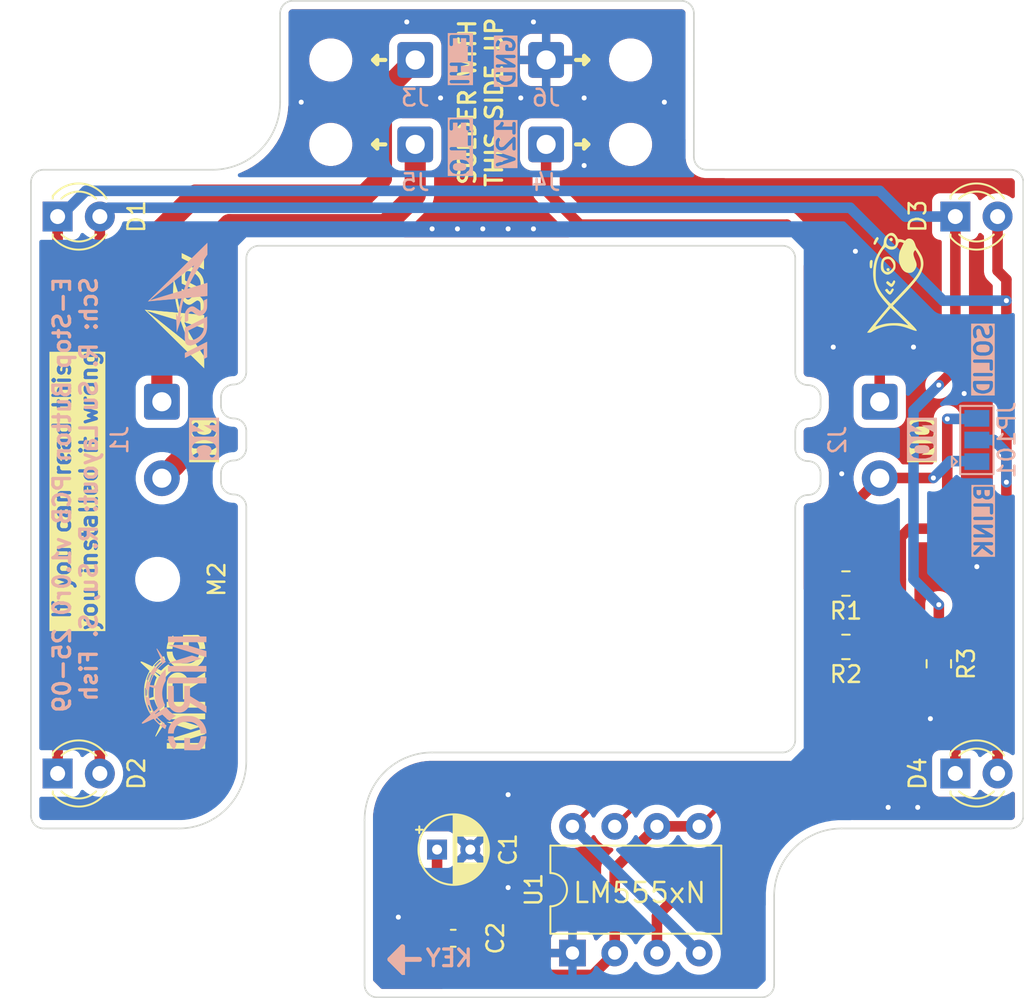
<source format=kicad_pcb>
(kicad_pcb (version 20241229) (generator "pcbnew") (generator_version "9.0")
  (layers (0 "F.Cu" signal) (2 "B.Cu" signal) (13 "F.Paste" user) (15 "B.Paste" user) (5 "F.SilkS" user "F.Silkscreen") (7 "B.SilkS" user "B.Silkscreen") (1 "F.Mask" user) (3 "B.Mask" user) (25 "Edge.Cuts" user))
  (net 0 "")
  (net 1 "Net-(D1-K)")
  (net 2 "Net-(U1-CV)")
  (net 3 "GND")
  (net 4 "Net-(D1-A)")
  (net 5 "Net-(J1-Pin_2)")
  (net 6 "Net-(J1-Pin_1)")
  (net 7 "Net-(J2-Pin_1)")
  (net 8 "Net-(J2-Pin_2)")
  (net 9 "Net-(U1-DIS)")
  (net 10 "Net-(JP101-B)")
  (footprint "Package_DIP:DIP-8_W7.62mm" (layer "F.Cu") (at 151.7 122.3 90)
    (property "Reference" "U1")
    (property "Value" "LM555xN")
  )
  (footprint "Capacitor_THT:CP_Radial_D4.0mm_P2.00mm" (layer "F.Cu") (at 143.553401 116.078)
    (property "Reference" "C1")
    (property "Value" "C")
  )
  (footprint "LED_THT:LED_D3.0mm" (layer "F.Cu") (at 120.73 111.5)
    (property "Reference" "D2")
    (property "Value" "LED")
  )
  (footprint "MountingHole:MountingHole_2.1mm" (layer "F.Cu") (at 137.16 73.66)
    (property "Reference" "REF**" (hide yes))
    (property "Value" "MountingHole_2.1mm" (hide yes))
  )
  (footprint "Resistor_SMD:R_0805_2012Metric_Pad1.20x1.40mm_HandSolder" (layer "F.Cu") (at 168.148 103.886 180)
    (property "Reference" "R2")
    (property "Value" "R_US")
  )
  (footprint "Resistor_SMD:R_0805_2012Metric_Pad1.20x1.40mm_HandSolder" (layer "F.Cu") (at 168.148 100.076 180)
    (property "Reference" "R1")
    (property "Value" "R_US")
  )
  (footprint "Resistor_SMD:R_0805_2012Metric_Pad1.20x1.40mm_HandSolder" (layer "F.Cu") (at 173.736 104.902 -90)
    (property "Reference" "R3")
    (property "Value" "R_US")
  )
  (footprint "Connector_Wire:SolderWire-0.5sqmm_1x02_P4.6mm_D0.9mm_OD2.1mm" (layer "F.Cu") (at 170.18 89.14 -90)
    (property "Reference" "J2")
    (property "Value" "NO")
  )
  (footprint "MountingHole:MountingHole_2.1mm" (layer "F.Cu") (at 137.16 68.58)
    (property "Reference" "REF**" (hide yes))
    (property "Value" "MountingHole_2.1mm" (hide yes))
  )
  (footprint "LED_THT:LED_D3.0mm" (layer "F.Cu") (at 120.73 78)
    (property "Reference" "D1")
    (property "Value" "LED")
  )
  (footprint "MountingHole:MountingHole_2.1mm" (layer "F.Cu") (at 155.194 68.58)
    (property "Reference" "REF**" (hide yes))
    (property "Value" "MountingHole_2.1mm" (hide yes))
  )
  (footprint "Connector_Wire:SolderWire-0.5sqmm_1x02_P4.6mm_D0.9mm_OD2.1mm" (layer "F.Cu") (at 127 89.14 -90)
    (property "Reference" "J1")
    (property "Value" "NC")
  )
  (footprint "MountingHole:MountingHole_2.1mm" (layer "F.Cu") (at 155.194 73.66)
    (property "Reference" "REF**" (hide yes))
    (property "Value" "MountingHole_2.1mm" (hide yes))
  )
  (footprint "Capacitor_SMD:C_0603_1608Metric_Pad1.08x0.95mm_HandSolder" (layer "F.Cu") (at 144.526 121.412)
    (property "Reference" "C2")
    (property "Value" "C")
  )
  (footprint "LED_THT:LED_D3.0mm" (layer "F.Cu") (at 174.73 78)
    (property "Reference" "D3")
    (property "Value" "LED")
  )
  (footprint "MountingHole:MountingHole_2.2mm_M2" (layer "F.Cu") (at 126.746 99.822)
    (property "Reference" "M2")
    (property "Value" "MountingHole_2.2mm_M2")
  )
  (footprint "LED_THT:LED_D3.0mm" (layer "F.Cu") (at 174.73 111.5)
    (property "Reference" "D4")
    (property "Value" "LED")
  )
  (footprint "Connector_Wire:SolderWire-0.5sqmm_1x01_D0.9mm_OD2.1mm" (layer "B.Cu") (at 142.24 68.58)
    (property "Reference" "J3")
    (property "Value" "ESTOP_HIGH")
  )
  (footprint "Connector_Wire:SolderWire-0.5sqmm_1x01_D0.9mm_OD2.1mm" (layer "B.Cu") (at 150.114 68.58)
    (property "Reference" "J6")
    (property "Value" "GND_IN")
  )
  (footprint "Connector_Wire:SolderWire-0.5sqmm_1x01_D0.9mm_OD2.1mm" (layer "B.Cu") (at 150.114 73.66)
    (property "Reference" "J4")
    (property "Value" "12V_IN")
  )
  (footprint "Jumper:SolderJumper-3_P1.3mm_Open_Pad1.0x1.5mm" (layer "B.Cu") (at 176.022 91.44 90)
    (property "Reference" "JP101")
    (property "Value" "SolderJumper_3_Open")
  )
  (footprint "Connector_Wire:SolderWire-0.5sqmm_1x01_D0.9mm_OD2.1mm" (layer "B.Cu") (at 142.24 73.66)
    (property "Reference" "J5")
    (property "Value" "E_STOP_LOW")
  )
  (gr_poly (pts (xy 125.716907 104.793961) (xy 125.717048 104.792212) (xy 125.717306 104.790503) (xy 125.717681 104.78883) (xy 125.718173 104.787192) (xy 125.71878 104.785586) (xy 125.719504 104.78401) (xy 125.720344 104.782461) (xy 125.721299 104.780938) (xy 125.72237 104.779438) (xy 125.723557 104.777959) (xy 125.724858 104.776499) (xy 125.726275 104.775055) (xy 125.729452 104.772206) (xy 125.732315 104.769992) (xy 125.735306 104.768033) (xy 125.738472 104.766346) (xy 125.74186 104.764947) (xy 125.745515 104.763854) (xy 125.749485 104.763082) (xy 125.753816 104.762648) (xy 125.758555 104.76257) (xy 125.763748 104.762864) (xy 125.769442 104.763547) (xy 125.775684 104.764635) (xy 125.78252 104.766145) (xy 125.789996 104.768093) (xy 125.79816 104.770498) (xy 125.807058 104.773374) (xy 125.816736 104.776739) (xy 125.827242 104.78061) (xy 125.838621 104.785003) (xy 125.850921 104.789935) (xy 125.864187 104.795423) (xy 125.893807 104.808133) (xy 125.927854 104.823266) (xy 125.9667 104.840956) (xy 126.010719 104.861336) (xy 126.060283 104.884541) (xy 126.115766 104.910704) (xy 126.337427 105.014585) (xy 126.40612 105.046077) (xy 126.43285 105.057514) (xy 126.433218 105.057386) (xy 126.433749 105.057058) (xy 126.435284 105.055821) (xy 126.437417 105.053845) (xy 126.440114 105.051168) (xy 126.443338 105.047831) (xy 126.447052 105.043874) (xy 126.455809 105.034262) (xy 126.466096 105.022652) (xy 126.477625 105.009366) (xy 126.490106 104.994725) (xy 126.503251 104.97905) (xy 126.528834 104.949113) (xy 126.556654 104.918071) (xy 126.58647 104.886142) (xy 126.618041 104.853543) (xy 126.685477 104.787212) (xy 126.757029 104.720822) (xy 126.830763 104.656117) (xy 126.904746 104.594844) (xy 126.941226 104.566039) (xy 126.977043 104.538746) (xy 127.011955 104.513184) (xy 127.04572 104.489569) (xy 127.05961 104.480216) (xy 127.072063 104.47211) (xy 127.083172 104.465251) (xy 127.093029 104.459639) (xy 127.101724 104.455274) (xy 127.105664 104.453559) (xy 127.109349 104.452155) (xy 127.112789 104.451064) (xy 127.115996 104.450284) (xy 127.118981 104.449815) (xy 127.121756 104.449659) (xy 127.124332 104.449814) (xy 127.12672 104.450281) (xy 127.128933 104.451059) (xy 127.130981 104.45215) (xy 127.132876 104.453552) (xy 127.134629 104.455265) (xy 127.136252 104.457291) (xy 127.137757 104.459627) (xy 127.139154 104.462276) (xy 127.140455 104.465236) (xy 127.142815 104.472092) (xy 127.144929 104.480194) (xy 127.146888 104.489543) (xy 127.147588 104.492734) (xy 127.148578 104.496541) (xy 127.151352 104.505799) (xy 127.155065 104.516921) (xy 127.159569 104.529508) (xy 127.164719 104.543162) (xy 127.170367 104.557486) (xy 127.176368 104.572081) (xy 127.182574 104.586549) (xy 127.192557 104.609417) (xy 127.19982 104.62676) (xy 127.202472 104.63366) (xy 127.204492 104.639541) (xy 127.205897 104.644522) (xy 127.206701 104.648723) (xy 127.206921 104.652266) (xy 127.206818 104.653828) (xy 127.206574 104.65527) (xy 127.206192 104.656608) (xy 127.205674 104.657856) (xy 127.205021 104.65903) (xy 127.204237 104.660144) (xy 127.202281 104.662255) (xy 127.199819 104.664309) (xy 127.193448 104.668726) (xy 127.170077 104.684915) (xy 127.140287 104.706505) (xy 127.105936 104.732074) (xy 127.06888 104.7602) (xy 127.030977 104.789463) (xy 126.994082 104.818439) (xy 126.960053 104.845708) (xy 126.930748 104.869848) (xy 126.910254 104.887566) (xy 126.888423 104.907365) (xy 126.842304 104.951509) (xy 126.7955 104.998888) (xy 126.751116 105.046108) (xy 126.712261 105.089776) (xy 126.695878 105.109218) (xy 126.682043 105.126499) (xy 126.671143 105.141196) (xy 126.663568 105.152884) (xy 126.659706 105.161139) (xy 126.659289 105.163847) (xy 126.659946 105.165537) (xy 126.663594 105.167608) (xy 126.672754 105.172299) (xy 126.705165 105.188341) (xy 126.752279 105.211262) (xy 126.8092 105.238662) (xy 126.95512 105.308578) (xy 127.076862 105.191285) (xy 127.102917 105.166526) (xy 127.130315 105.141113) (xy 127.158235 105.115768) (xy 127.185857 105.091212) (xy 127.21236 105.068168) (xy 127.236924 105.047357) (xy 127.258728 105.029501) (xy 127.276951 105.015321) (xy 127.317536 104.984588) (xy 127.333625 104.972507) (xy 127.34741 104.962593) (xy 127.359265 104.954826) (xy 127.364586 104.951743) (xy 127.369564 104.94919) (xy 127.374246 104.947165) (xy 127.378679 104.945665) (xy 127.382911 104.944689) (xy 127.386987 104.944235) (xy 127.390954 104.944299) (xy 127.394859 104.944879) (xy 127.398749 104.945974) (xy 127.40267 104.947581) (xy 127.40667 104.949698) (xy 127.410794 104.952322) (xy 127.41509 104.955452) (xy 127.419604 104.959084) (xy 127.429475 104.967849) (xy 127.44078 104.978598) (xy 127.469187 105.005978) (xy 127.500067 105.034527) (xy 127.531059 105.061799) (xy 127.562188 105.087815) (xy 127.59348 105.112594) (xy 127.624959 105.136154) (xy 127.65665 105.158516) (xy 127.688578 105.179698) (xy 127.720768 105.19972) (xy 127.731629 105.206321) (xy 127.74176 105.212611) (xy 127.750942 105.218442) (xy 127.758951 105.223668) (xy 127.765566 105.228142) (xy 127.770566 105.231716) (xy 127.773729 105.234243) (xy 127.774552 105.235068) (xy 127.774832 105.235577) (xy 127.774778 105.235778) (xy 127.774619 105.236036) (xy 127.774356 105.236349) (xy 127.773994 105.236716) (xy 127.772977 105.237604) (xy 127.77159 105.238687) (xy 127.769854 105.239951) (xy 127.76779 105.241383) (xy 127.765419 105.242968) (xy 127.762762 105.244694) (xy 127.756675 105.248514) (xy 127.749697 105.252732) (xy 127.741997 105.257242) (xy 127.733744 105.261936) (xy 127.733744 105.261941) (xy 127.695867 105.283914) (xy 127.658235 105.307219) (xy 127.620958 105.331757) (xy 127.584149 105.357429) (xy 127.547921 105.384134) (xy 127.512387 105.411773) (xy 127.477659 105.440246) (xy 127.443849 105.469454) (xy 127.411071 105.499296) (xy 127.379436 105.529672) (xy 127.349057 105.560484) (xy 127.320047 105.59163) (xy 127.292519 105.623011) (xy 127.266584 105.654528) (xy 127.242355 105.686081) (xy 127.219946 105.71757) (xy 127.212888 105.727561) (xy 127.205854 105.736882) (xy 127.19903 105.745329) (xy 127.195754 105.749161) (xy 127.192601 105.752697) (xy 127.189593 105.755914) (xy 127.186754 105.758784) (xy 127.184107 105.761282) (xy 127.181675 105.763384) (xy 127.179481 105.765062) (xy 127.177549 105.766293) (xy 127.175902 105.76705) (xy 127.175193 105.767243) (xy 127.174564 105.767308) (xy 127.173929 105.76727) (xy 127.173205 105.767158) (xy 127.171496 105.766719) (xy 127.169465 105.766004) (xy 127.167135 105.765028) (xy 127.164532 105.763808) (xy 127.161683 105.762356) (xy 127.15861 105.760689) (xy 127.155342 105.758821) (xy 127.151901 105.756766) (xy 127.148315 105.75454) (xy 127.144608 105.752158) (xy 127.140805 105.749633) (xy 127.136933 105.746982) (xy 127.133015 105.744218) (xy 127.129078 105.741358) (xy 127.125147 105.738414) (xy 126.987753 105.643909) (xy 126.743235 105.480354) (xy 126.617152 105.397144) (xy 126.617152 105.099047) (xy 126.784251 104.933628) (xy 126.849201 104.869026) (xy 126.902517 104.815411) (xy 126.938689 104.778367) (xy 126.948624 104.767804) (xy 126.952207 104.763477) (xy 126.952207 104.763192) (xy 126.952119 104.762824) (xy 126.951946 104.762378) (xy 126.951691 104.761855) (xy 126.950939 104.760588) (xy 126.94988 104.759043) (xy 126.948531 104.75724) (xy 126.946909 104.755197) (xy 126.945031 104.752934) (xy 126.942913 104.75047) (xy 126.940572 104.747825) (xy 126.938026 104.745017) (xy 126.935291 104.742066) (xy 126.932383 104.738992) (xy 126.92932 104.735813) (xy 126.926118 104.732549) (xy 126.922795 104.729219) (xy 126.919367 104.725843) (xy 126.914879 104.721531) (xy 126.910631 104.717601) (xy 126.90661 104.714046) (xy 126.902801 104.710857) (xy 126.899191 104.708027) (xy 126.895765 104.705548) (xy 126.892508 104.703413) (xy 126.889407 104.701614) (xy 126.886447 104.700143) (xy 126.883615 104.698993) (xy 126.880895 104.698156) (xy 126.878274 104.697624) (xy 126.875737 104.697389) (xy 126.873271 104.697445) (xy 126.87086 104.697782) (xy 126.868492 104.698394) (xy 126.862254 104.702404) (xy 126.850826 104.711794) (xy 126.815341 104.743833) (xy 126.767906 104.788742) (xy 126.714394 104.840752) (xy 126.660676 104.894093) (xy 126.612625 104.942998) (xy 126.576113 104.981696) (xy 126.564019 104.995415) (xy 126.557011 105.004419) (xy 126.554829 105.007803) (xy 126.552997 105.010878) (xy 126.552221 105.012322) (xy 126.551543 105.013716) (xy 126.550967 105.015068) (xy 126.550497 105.016388) (xy 126.550137 105.017684) (xy 126.549889 105.018966) (xy 126.549758 105.020243) (xy 126.549748 105.021523) (xy 126.549862 105.022816) (xy 126.550103 105.024131) (xy 126.550477 105.025476) (xy 126.550985 105.02686) (xy 126.551632 105.028293) (xy 126.552422 105.029783) (xy 126.553358 105.03134) (xy 126.554444 105.032972) (xy 126.555683 105.034689) (xy 126.55708 105.036499) (xy 126.558638 105.038411) (xy 126.56036 105.040435) (xy 126.564314 105.044852) (xy 126.56897 105.049823) (xy 126.574359 105.055419) (xy 126.580509 105.061711) (xy 126.617152 105.099047) (xy 126.617152 105.397144) (xy 126.509232 105.325921) (xy 126.432934 105.276554) (xy 126.403379 105.258782) (xy 126.42844 105.281974) (xy 126.497021 105.341754) (xy 126.711628 105.525784) (xy 126.940969 105.720293) (xy 127.078813 105.8347) (xy 127.082745 105.837818) (xy 127.086567 105.840958) (xy 127.090259 105.844097) (xy 127.093802 105.847215) (xy 127.097174 105.85029) (xy 127.100357 105.853303) (xy 127.103331 105.856232) (xy 127.106076 105.859057) (xy 127.108572 105.861756) (xy 127.1108 105.864308) (xy 127.112739 105.866694) (xy 127.11437 105.868891) (xy 127.115673 105.87088) (xy 127.116628 105.872639) (xy 127.117216 105.874147) (xy 127.117365 105.8748) (xy 127.117416 105.875384) (xy 127.117242 105.876841) (xy 127.116732 105.878996) (xy 127.115902 105.881806) (xy 127.114771 105.885229) (xy 127.111672 105.893742) (xy 127.107571 105.904194) (xy 127.102606 105.916244) (xy 127.096914 105.92955) (xy 127.090633 105.943771) (xy 127.083901 105.958566) (xy 127.065575 106.000307) (xy 127.048442 106.043506) (xy 127.032535 106.087974) (xy 127.017888 106.133523) (xy 127.004533 106.179964) (xy 126.992506 106.227107) (xy 126.981839 106.274764) (xy 126.972566 106.322746) (xy 126.964721 106.370864) (xy 126.958338 106.418928) (xy 126.953449 106.466751) (xy 126.95009 106.514142) (xy 126.948293 106.560914) (xy 126.948092 106.606877) (xy 126.94952 106.651842) (xy 126.952613 106.695621) (xy 126.96089 106.771881) (xy 126.965894 106.808162) (xy 126.971533 106.843425) (xy 126.977853 106.87783) (xy 126.984898 106.911538) (xy 126.992711 106.944708) (xy 127.001339 106.977501) (xy 127.010824 107.010078) (xy 127.021212 107.0426) (xy 127.032548 107.075226) (xy 127.044874 107.108117) (xy 127.058237 107.141434) (xy 127.07268 107.175337) (xy 127.104985 107.245543) (xy 127.160667 107.361368) (xy 127.160667 107.697006) (xy 127.160082 107.827689) (xy 127.158491 107.935394) (xy 127.156135 108.00896) (xy 127.154747 108.029451) (xy 127.153259 108.037221) (xy 127.15155 108.037247) (xy 127.14872 108.03598) (xy 127.13996 108.029841) (xy 127.127504 108.019359) (xy 127.111882 108.005086) (xy 127.073247 107.967382) (xy 127.028275 107.921156) (xy 126.981187 107.870833) (xy 126.936204 107.820842) (xy 126.91582 107.797353) (xy 126.897545 107.775607) (xy 126.881907 107.756157) (xy 126.869432 107.739557) (xy 126.847221 107.707833) (xy 126.825501 107.675504) (xy 126.804293 107.642608) (xy 126.783617 107.609188) (xy 126.743948 107.540935) (xy 126.706658 107.471069) (xy 126.671916 107.399917) (xy 126.639885 107.327802) (xy 126.624939 107.291486) (xy 126.610733 107.255051) (xy 126.597289 107.218538) (xy 126.584626 107.181988) (xy 126.542177 107.055469) (xy 126.511901 107.059857) (xy 126.503171 107.060942) (xy 126.489907 107.062345) (xy 126.452404 107.065875) (xy 126.404642 107.069977) (xy 126.351872 107.074181) (xy 126.300988 107.078498) (xy 126.258361 107.082907) (xy 126.24154 107.084985) (xy 126.228458 107.086892) (xy 126.219673 107.088564) (xy 126.217067 107.089291) (xy 126.215744 107.089936) (xy 126.215048 107.091201) (xy 126.214678 107.093395) (xy 126.214871 107.100415) (xy 126.216234 107.110679) (xy 126.218682 107.123872) (xy 126.222125 107.139678) (xy 126.226477 107.15778) (xy 126.237554 107.199614) (xy 126.251211 107.246848) (xy 126.266748 107.296957) (xy 126.283463 107.347414) (xy 126.300654 107.395694) (xy 126.320984 107.446905) (xy 126.345928 107.503913) (xy 126.374416 107.564616) (xy 126.405374 107.626913) (xy 126.437731 107.688701) (xy 126.470413 107.747879) (xy 126.502348 107.802345) (xy 126.532465 107.849997) (xy 126.562634 107.894263) (xy 126.594336 107.93835) (xy 126.627414 107.982095) (xy 126.661711 108.025337) (xy 126.697068 108.067913) (xy 126.733327 108.109661) (xy 126.770333 108.150418) (xy 126.807926 108.190023) (xy 126.84595 108.228312) (xy 126.884246 108.265124) (xy 126.922658 108.300297) (xy 126.961027 108.333667) (xy 126.999196 108.365073) (xy 127.037008 108.394352) (xy 127.074304 108.421343) (xy 127.110928 108.445882) (xy 127.122657 108.453502) (xy 127.1336 108.460786) (xy 127.143516 108.467562) (xy 127.152166 108.47366) (xy 127.15931 108.478905) (xy 127.16471 108.483127) (xy 127.168126 108.486154) (xy 127.169014 108.487165) (xy 127.169317 108.487813) (xy 127.163834 108.496929) (xy 127.14812 108.521327) (xy 127.090404 108.609286) (xy 127.004984 108.738327) (xy 126.900676 108.895087) (xy 126.76343 109.099761) (xy 126.715741 109.169604) (xy 126.679771 109.220907) (xy 126.653844 109.256011) (xy 126.636282 109.277257) (xy 126.630114 109.283415) (xy 126.625408 109.286987) (xy 126.621955 109.288265) (xy 126.619544 109.287543) (xy 126.615384 109.284074) (xy 126.613561 109.282382) (xy 126.612727 109.281512) (xy 126.611951 109.280611) (xy 126.611235 109.27967) (xy 126.610583 109.278679) (xy 126.610001 109.277628) (xy 126.60949 109.276506) (xy 126.609055 109.275304) (xy 126.6087 109.274011) (xy 126.608429 109.272617) (xy 126.608246 109.271112) (xy 126.608154 109.269486) (xy 126.608157 109.26773) (xy 126.608259 109.265832) (xy 126.608464 109.263782) (xy 126.608775 109.261571) (xy 126.609197 109.259189) (xy 126.609733 109.256624) (xy 126.610388 109.253868) (xy 126.611164 109.25091) (xy 126.612066 109.24774) (xy 126.613098 109.244348) (xy 126.614263 109.240724) (xy 126.617009 109.232737) (xy 126.620334 109.223701) (xy 126.624269 109.213533) (xy 126.628845 109.202152) (xy 126.634093 109.189479) (xy 126.640042 109.175431) (xy 126.646724 109.159929) (xy 126.654169 109.14289) (xy 126.662408 109.124235) (xy 126.67147 109.103882) (xy 126.692191 109.057759) (xy 126.716576 109.003874) (xy 126.777317 108.870229) (xy 126.825656 108.762904) (xy 126.864825 108.673962) (xy 126.890812 108.612657) (xy 126.897609 108.595259) (xy 126.899605 108.58824) (xy 126.899361 108.587796) (xy 126.898919 108.58719) (xy 126.89746 108.585507) (xy 126.895268 108.58323) (xy 126.892387 108.580395) (xy 126.884717 108.573197) (xy 126.875339 108.564715) (xy 126.875339 108.483475) (xy 126.876336 108.483305) (xy 126.877662 108.482807) (xy 126.881205 108.480913) (xy 126.885779 108.477953) (xy 126.891195 108.474092) (xy 126.897264 108.469491) (xy 126.903798 108.464314) (xy 126.9175 108.452881) (xy 126.93079 108.441092) (xy 126.936808 108.435472) (xy 126.942155 108.43025) (xy 126.946643 108.425591) (xy 126.950083 108.421655) (xy 126.952286 108.418607) (xy 126.952864 108.417467) (xy 126.953062 108.416609) (xy 126.95218 108.415294) (xy 126.949591 108.412294) (xy 126.939644 108.401599) (xy 126.923918 108.385234) (xy 126.90311 108.36391) (xy 126.84904 108.309232) (xy 126.783014 108.243251) (xy 126.612966 108.074194) (xy 126.579734 108.10982) (xy 126.573058 108.117144) (xy 126.566831 108.124298) (xy 126.561187 108.131103) (xy 126.556264 108.13738) (xy 126.552197 108.142949) (xy 126.550528 108.145411) (xy 126.549124 108.14763) (xy 126.548002 108.149582) (xy 126.54718 108.151244) (xy 126.546674 108.152595) (xy 126.546502 108.153611) (xy 126.547375 108.156749) (xy 126.549922 108.161421) (xy 126.559613 108.174937) (xy 126.574721 108.193303) (xy 126.594391 108.215662) (xy 126.644 108.268929) (xy 126.701608 108.327885) (xy 126.76038 108.385672) (xy 126.813482 108.435437) (xy 126.835771 108.455168) (xy 126.85408 108.470323) (xy 126.867554 108.480044) (xy 126.872211 108.4826) (xy 126.875339 108.483475) (xy 126.875339 108.564715) (xy 126.87478 108.564209) (xy 126.862908 108.553727) (xy 126.849431 108.542045) (xy 126.834679 108.529459) (xy 126.818984 108.516264) (xy 126.788918 108.490611) (xy 126.758574 108.463619) (xy 126.728045 108.435394) (xy 126.697427 108.406042) (xy 126.666815 108.375668) (xy 126.636304 108.344378) (xy 126.605989 108.312276) (xy 126.575965 108.27947) (xy 126.546328 108.246064) (xy 126.517172 108.212164) (xy 126.488592 108.177875) (xy 126.460684 108.143302) (xy 126.433543 108.108552) (xy 126.407263 108.07373) (xy 126.381939 108.038941) (xy 126.357668 108.004291) (xy 126.30703 107.928088) (xy 126.28341 107.890572) (xy 126.277488 107.880785) (xy 126.277488 107.739367) (xy 126.281705 107.738961) (xy 126.28688 107.737894) (xy 126.292842 107.736248) (xy 126.299423 107.734101) (xy 126.306451 107.731533) (xy 126.313759 107.728625) (xy 126.321176 107.725455) (xy 126.328532 107.722104) (xy 126.335658 107.718651) (xy 126.342384 107.715176) (xy 126.348541 107.711758) (xy 126.353959 107.708478) (xy 126.358468 107.705415) (xy 126.361899 107.702648) (xy 126.363157 107.701401) (xy 126.364082 107.700258) (xy 126.364653 107.699229) (xy 126.364848 107.698324) (xy 126.364584 107.696982) (xy 126.363809 107.694538) (xy 126.360833 107.686592) (xy 126.356128 107.674975) (xy 126.349902 107.660176) (xy 126.342365 107.642686) (xy 126.333725 107.622993) (xy 126.32419 107.601589) (xy 126.31397 107.578961) (xy 126.291427 107.528089) (xy 126.267658 107.472288) (xy 126.245492 107.418316) (xy 126.227758 107.372934) (xy 126.213695 107.336038) (xy 126.201525 107.305169) (xy 126.19255 107.283559) (xy 126.192399 107.283229) (xy 126.192399 106.989829) (xy 126.195412 106.989606) (xy 126.199872 106.9888) (xy 126.205696 106.987438) (xy 126.212802 106.985547) (xy 126.221108 106.983154) (xy 126.240985 106.976966) (xy 126.264669 106.969088) (xy 126.291498 106.959733) (xy 126.320813 106.949114) (xy 126.351952 106.937445) (xy 126.506285 106.878667) (xy 126.502606 106.818212) (xy 126.500155 106.75955) (xy 126.498855 106.687587) (xy 126.498622 106.607855) (xy 126.499374 106.525887) (xy 126.501028 106.447217) (xy 126.5035 106.377377) (xy 126.506709 106.321901) (xy 126.510571 106.286321) (xy 126.523816 106.217695) (xy 126.539785 106.146732) (xy 126.55788 106.075455) (xy 126.5775 106.005885) (xy 126.598047 105.940042) (xy 126.618919 105.879949) (xy 126.639519 105.827627) (xy 126.64953 105.805012) (xy 126.659247 105.785097) (xy 126.664242 105.775176) (xy 126.668919 105.765405) (xy 126.673174 105.756036) (xy 126.676903 105.74732) (xy 126.680002 105.739506) (xy 126.682369 105.732846) (xy 126.683899 105.727591) (xy 126.684318 105.725567) (xy 126.684489 105.723989) (xy 126.684362 105.723185) (xy 126.683943 105.722123) (xy 126.682258 105.719252) (xy 126.67949 105.715438) (xy 126.6757 105.71074) (xy 126.670944 105.705218) (xy 126.66528 105.698932) (xy 126.658766 105.691941) (xy 126.651461 105.684306) (xy 126.634707 105.667342) (xy 126.615481 105.648519) (xy 126.594248 105.628316) (xy 126.571469 105.607212) (xy 126.548381 105.586322) (xy 126.526261 105.566732) (xy 126.505635 105.548879) (xy 126.487027 105.533198) (xy 126.470965 105.520126) (xy 126.457972 105.510098) (xy 126.448576 105.503551) (xy 126.445391 105.501719) (xy 126.443302 105.50092) (xy 126.44046 105.501261) (xy 126.43712 105.503135) (xy 126.43331 105.50648) (xy 126.429058 105.51123) (xy 126.419341 105.524689) (xy 126.408195 105.542996) (xy 126.395846 105.565637) (xy 126.38252 105.592096) (xy 126.368442 105.621857) (xy 126.353838 105.654406) (xy 126.338933 105.689226) (xy 126.323954 105.725803) (xy 126.309127 105.763621) (xy 126.294676 105.802164) (xy 126.280828 105.840918) (xy 126.267809 105.879367) (xy 126.255844 105.916995) (xy 126.245159 105.953288) (xy 126.223148 106.035751) (xy 126.204368 106.115309) (xy 126.188726 106.192602) (xy 126.186356 106.206836) (xy 126.186356 105.904119) (xy 126.187338 105.904116) (xy 126.187878 105.90391) (xy 126.188409 105.903008) (xy 126.189367 105.900959) (xy 126.19247 105.893667) (xy 126.196995 105.882518) (xy 126.202753 105.867997) (xy 126.217203 105.830773) (xy 126.234297 105.785868) (xy 126.243892 105.760964) (xy 126.254534 105.734258) (xy 126.277541 105.678773) (xy 126.300489 105.626076) (xy 126.311056 105.602855) (xy 126.320546 105.582829) (xy 126.329166 105.564873) (xy 126.337236 105.547586) (xy 126.344578 105.531382) (xy 126.351014 105.516681) (xy 126.356364 105.503897) (xy 126.36045 105.493448) (xy 126.363093 105.485751) (xy 126.363817 105.483064) (xy 126.364114 105.481222) (xy 126.364107 105.480473) (xy 126.364006 105.47969) (xy 126.363814 105.478876) (xy 126.363533 105.478031) (xy 126.363165 105.477157) (xy 126.362711 105.476257) (xy 126.362174 105.475331) (xy 126.361555 105.474381) (xy 126.360857 105.473409) (xy 126.36008 105.472417) (xy 126.359228 105.471406) (xy 126.358302 105.470378) (xy 126.356234 105.468277) (xy 126.353894 105.466127) (xy 126.351294 105.463943) (xy 126.348452 105.461737) (xy 126.345381 105.459522) (xy 126.342098 105.457312) (xy 126.338616 105.455119) (xy 126.334952 105.452959) (xy 126.331121 105.450842) (xy 126.327137 105.448783) (xy 126.31935 105.445) (xy 126.311677 105.441471) (xy 126.304315 105.438272) (xy 126.297461 105.435482) (xy 126.291312 105.433178) (xy 126.286066 105.431436) (xy 126.283843 105.4308) (xy 126.281919 105.430334) (xy 126.28032 105.430048) (xy 126.279069 105.42995) (xy 126.276735 105.430912) (xy 126.273714 105.433727) (xy 126.265803 105.444479) (xy 126.255717 105.461338) (xy 126.243834 105.483437) (xy 126.216198 105.539878) (xy 126.185932 105.606859) (xy 126.15607 105.677435) (xy 126.129648 105.74466) (xy 126.118676 105.774845) (xy 126.109702 105.80159) (xy 126.103107 105.824024) (xy 126.099268 105.84128) (xy 126.098575 105.845799) (xy 126.098079 105.849836) (xy 126.097921 105.851692) (xy 126.097831 105.853448) (xy 126.097815 105.855111) (xy 126.09788 105.85669) (xy 126.098032 105.858191) (xy 126.098278 105.85962) (xy 126.098622 105.860987) (xy 126.099072 105.862296) (xy 126.099635 105.863556) (xy 126.100315 105.864774) (xy 126.10112 105.865956) (xy 126.102055 105.86711) (xy 126.103127 105.868244) (xy 126.104343 105.869363) (xy 126.105707 105.870476) (xy 126.107228 105.871589) (xy 126.10891 105.872709) (xy 126.11076 105.873844) (xy 126.112785 105.875001) (xy 126.11499 105.876186) (xy 126.119968 105.878672) (xy 126.125743 105.881359) (xy 126.132366 105.884303) (xy 126.139886 105.887562) (xy 126.148984 105.891388) (xy 126.15759 105.894839) (xy 126.165508 105.897848) (xy 126.17254 105.900347) (xy 126.17849 105.90227) (xy 126.183161 105.90355) (xy 126.184955 105.903928) (xy 126.186356 105.904119) (xy 126.186356 106.206836) (xy 126.176126 106.268268) (xy 126.166474 106.342947) (xy 126.159675 106.417278) (xy 126.155635 106.4919) (xy 126.154259 106.567453) (xy 126.155193 106.628359) (xy 126.157876 106.695057) (xy 126.161953 106.763485) (xy 126.167073 106.829584) (xy 126.172882 106.88929) (xy 126.179027 106.938543) (xy 126.185156 106.973281) (xy 126.188104 106.983938) (xy 126.190916 106.989443) (xy 126.191461 106.989714) (xy 126.192399 106.989829) (xy 126.192399 107.283229) (xy 126.189667 107.277237) (xy 126.188072 107.274441) (xy 126.187789 107.27424) (xy 126.187392 107.274084) (xy 126.186883 107.273973) (xy 126.186265 107.273906) (xy 126.184719 107.273901) (xy 126.182778 107.274063) (xy 126.180468 107.274385) (xy 126.177815 107.274862) (xy 126.174844 107.275486) (xy 126.171581 107.276251) (xy 126.168051 107.277152) (xy 126.164281 107.278182) (xy 126.160296 107.279334) (xy 126.156122 107.280603) (xy 126.151784 107.281981) (xy 126.147307 107.283464) (xy 126.142719 107.285044) (xy 126.138043 107.286715) (xy 126.128073 107.290396) (xy 126.119436 107.293865) (xy 126.115619 107.295597) (xy 126.112137 107.297369) (xy 126.108991 107.299213) (xy 126.10618 107.301159) (xy 126.103705 107.303239) (xy 126.101567 107.305483) (xy 126.099766 107.307923) (xy 126.098303 107.310591) (xy 126.097179 107.313516) (xy 126.096393 107.316731) (xy 126.095946 107.320266) (xy 126.095838 107.324153) (xy 126.096071 107.328423) (xy 126.096644 107.333107) (xy 126.097559 107.338236) (xy 126.098815 107.343841) (xy 126.100413 107.349953) (xy 126.102353 107.356604) (xy 126.104637 107.363824) (xy 126.107264 107.371645) (xy 126.11355 107.389215) (xy 126.121216 107.409561) (xy 126.140702 107.459582) (xy 126.164904 107.520002) (xy 126.187703 107.574431) (xy 126.208784 107.622231) (xy 126.227836 107.66276) (xy 126.244546 107.695378) (xy 126.258599 107.719445) (xy 126.264532 107.728072) (xy 126.269684 107.734322) (xy 126.274016 107.738113) (xy 126.277488 107.739367) (xy 126.277488 107.880785) (xy 126.260828 107.853253) (xy 126.239211 107.815985) (xy 126.218488 107.778621) (xy 126.198586 107.741015) (xy 126.179434 107.703021) (xy 126.160961 107.664494) (xy 126.143094 107.625287) (xy 126.125762 107.585254) (xy 126.108893 107.54425) (xy 126.076257 107.458743) (xy 126.044611 107.367598) (xy 126.039984 107.352958) (xy 126.039984 106.822634) (xy 126.049176 106.822516) (xy 126.057979 106.822179) (xy 126.066183 106.821646) (xy 126.073581 106.82094) (xy 126.079962 106.820086) (xy 126.085119 106.819106) (xy 126.087173 106.818577) (xy 126.088842 106.818026) (xy 126.090101 106.817455) (xy 126.090923 106.816867) (xy 126.09151 106.815098) (xy 126.092081 106.81106) (xy 126.093162 106.796654) (xy 126.094141 106.774609) (xy 126.094996 106.745882) (xy 126.095701 106.71143) (xy 126.096235 106.672213) (xy 126.096572 106.629187) (xy 126.09669 106.583311) (xy 126.09669 106.355523) (xy 126.045727 106.355523) (xy 126.029774 106.355624) (xy 126.023189 106.355792) (xy 126.01744 106.356075) (xy 126.01246 106.356499) (xy 126.008181 106.357092) (xy 126.004536 106.357882) (xy 126.001456 106.358895) (xy 126.000107 106.359494) (xy 125.998874 106.360159) (xy 125.997748 106.360894) (xy 125.996722 106.361701) (xy 125.995786 106.362585) (xy 125.994932 106.363549) (xy 125.994152 106.364596) (xy 125.993436 106.36573) (xy 125.992167 106.36827) (xy 125.991057 106.371198) (xy 125.990037 106.37454) (xy 125.989041 106.378325) (xy 125.987698 106.387522) (xy 125.98653 106.403115) (xy 125.984721 106.449901) (xy 125.983619 106.511508) (xy 125.983228 106.580761) (xy 125.983549 106.650487) (xy 125.984589 106.713512) (xy 125.986349 106.762661) (xy 125.988833 106.790759) (xy 125.989896 106.79637) (xy 125.990895 106.80128) (xy 125.991903 106.805537) (xy 125.992434 106.807435) (xy 125.992996 106.809187) (xy 125.993597 106.810799) (xy 125.994248 106.812276) (xy 125.994957 106.813626) (xy 125.995735 106.814852) (xy 125.996589 106.815962) (xy 125.997531 106.816961) (xy 125.998568 106.817855) (xy 125.999711 106.81865) (xy 126.000969 106.819351) (xy 126.002351 106.819965) (xy 126.003867 106.820497) (xy 126.005525 106.820953) (xy 126.007336 106.821339) (xy 126.009308 106.821661) (xy 126.011452 106.821925) (xy 126.013776 106.822136) (xy 126.019002 106.822424) (xy 126.025062 106.822572) (xy 126.039984 106.822634) (xy 126.039984 107.352958) (xy 126.013736 107.269903) (xy 126.000437 107.223595) (xy 125.988485 107.178444) (xy 125.97782 107.134047) (xy 125.968382 107.090003) (xy 125.960113 107.045908) (xy 125.952953 107.001362) (xy 125.946843 106.95596) (xy 125.941723 106.909302) (xy 125.937534 106.860984) (xy 125.934217 106.810605) (xy 125.92996 106.702053) (xy 125.928478 106.580428) (xy 125.928652 106.495718) (xy 125.929772 106.424311) (xy 125.932186 106.362375) (xy 125.936245 106.306076) (xy 125.942298 106.251583) (xy 125.950696 106.195063) (xy 125.961788 106.132682) (xy 125.975923 106.060609) (xy 125.991793 105.989203) (xy 126.010882 105.916131) (xy 126.033027 105.84186) (xy 126.058062 105.766858) (xy 126.085825 105.691591) (xy 126.116152 105.616527) (xy 126.148877 105.542133) (xy 126.183837 105.468876) (xy 126.210519 105.414668) (xy 126.232356 105.369385) (xy 126.247095 105.337762) (xy 126.251099 105.328554) (xy 126.252484 105.324537) (xy 126.251179 105.322744) (xy 126.247369 105.318671) (xy 126.232746 105.304165) (xy 126.20964 105.281983) (xy 126.179075 105.253086) (xy 126.099665 105.179007) (xy 126.00271 105.089636) (xy 125.904305 104.998686) (xy 125.820944 104.920309) (xy 125.761427 104.862869) (xy 125.74336 104.844614) (xy 125.734554 104.83473) (xy 125.730686 104.829123) (xy 125.727299 104.823829) (xy 125.724391 104.818827) (xy 125.72196 104.814102) (xy 125.720004 104.809633) (xy 125.718522 104.805402) (xy 125.717959 104.803371) (xy 125.717513 104.801392) (xy 125.717185 104.799465) (xy 125.716975 104.797585) (xy 125.716882 104.795751)) (fill yes) (layer "F.SilkS"))
  (gr_poly (pts (xy 139.704 68.58) (xy 139.958 68.326) (xy 139.958 68.83) (xy 139.954 68.834) (xy 139.704 68.584)) (stroke (width 0.25)) (fill yes) (layer "F.SilkS"))
  (gr_poly (pts (xy 170.247589 80.990217) (xy 170.249118 80.948524) (xy 170.251461 80.902858) (xy 170.255931 80.845328) (xy 170.262594 80.791649) (xy 170.271499 80.741752) (xy 170.282695 80.69557) (xy 170.296232 80.653035) (xy 170.312161 80.614077) (xy 170.321037 80.595918) (xy 170.33053 80.578629) (xy 170.340646 80.5622) (xy 170.35139 80.546623) (xy 170.362769 80.531889) (xy 170.37479 80.51799) (xy 170.387459 80.504918) (xy 170.400781 80.492663) (xy 170.414763 80.481217) (xy 170.429411 80.470573) (xy 170.444732 80.46072) (xy 170.460732 80.451651) (xy 170.477416 80.443358) (xy 170.494791 80.435831) (xy 170.512864 80.429062) (xy 170.53164 80.423042) (xy 170.571329 80.413219) (xy 170.613905 80.406291) (xy 170.628306 80.404636) (xy 170.64221 80.403337) (xy 170.655648 80.402396) (xy 170.668646 80.401816) (xy 170.681236 80.4016) (xy 170.693446 80.40175) (xy 170.705304 80.402269) (xy 170.71684 80.40316) (xy 170.728082 80.404426) (xy 170.73906 80.40607) (xy 170.749803 80.408093) (xy 170.760339 80.4105) (xy 170.770698 80.413293) (xy 170.780909 80.416474) (xy 170.790999 80.420046) (xy 170.801 80.424012) (xy 170.821465 80.433429) (xy 170.842565 80.444773) (xy 170.864104 80.457861) (xy 170.88589 80.47251) (xy 170.907727 80.488536) (xy 170.929423 80.505755) (xy 170.950783 80.523984) (xy 170.971612 80.543038) (xy 170.991718 80.562735) (xy 171.010907 80.582891) (xy 171.028983 80.603322) (xy 171.045754 80.623845) (xy 171.061025 80.644275) (xy 171.074602 80.66443) (xy 171.086292 80.684126) (xy 171.095901 80.703178) (xy 171.104118 80.723916) (xy 171.111362 80.74763) (xy 171.117623 80.773886) (xy 171.122891 80.802251) (xy 171.127158 80.832291) (xy 171.130415 80.863573) (xy 171.132651 80.895663) (xy 171.133858 80.928128) (xy 171.134027 80.960534) (xy 171.133149 80.992448) (xy 171.131214 81.023437) (xy 171.128213 81.053066) (xy 171.124137 81.080903) (xy 171.118977 81.106514) (xy 171.112723 81.129465) (xy 171.105367 81.149323) (xy 171.098263 81.164567) (xy 171.090206 81.179909) (xy 171.081246 81.19531) (xy 171.071432 81.210732) (xy 171.049441 81.241487) (xy 171.024633 81.271872) (xy 170.997404 81.301581) (xy 170.968151 81.330309) (xy 170.937272 81.357753) (xy 170.905164 81.383608) (xy 170.872225 81.40757) (xy 170.838852 81.429335) (xy 170.805442 81.448598) (xy 170.772394 81.465054) (xy 170.740104 81.4784) (xy 170.724367 81.483811) (xy 170.708969 81.48833) (xy 170.693959 81.49192) (xy 170.679388 81.494542) (xy 170.665303 81.496158) (xy 170.651757 81.49673) (xy 170.642354 81.496446) (xy 170.642354 81.322185) (xy 170.655658 81.321719) (xy 170.669073 81.320541) (xy 170.68258 81.318655) (xy 170.696162 81.316062) (xy 170.709801 81.312766) (xy 170.723479 81.308771) (xy 170.737177 81.304078) (xy 170.750877 81.298692) (xy 170.764563 81.292614) (xy 170.778214 81.285848) (xy 170.791815 81.278397) (xy 170.805345 81.270264) (xy 170.818789 81.261452) (xy 170.832126 81.251964) (xy 170.84534 81.241803) (xy 170.858412 81.230972) (xy 170.871325 81.219473) (xy 170.88406 81.20731) (xy 170.896599 81.194486) (xy 170.918991 81.169565) (xy 170.938698 81.144946) (xy 170.947548 81.132714) (xy 170.955731 81.120514) (xy 170.963248 81.108334) (xy 170.970102 81.096157) (xy 170.976292 81.083971) (xy 170.981821 81.07176) (xy 170.986691 81.059511) (xy 170.990901 81.04721) (xy 170.994455 81.034842) (xy 170.997353 81.022392) (xy 170.999596 81.009848) (xy 171.001187 80.997194) (xy 171.002126 80.984416) (xy 171.002416 80.9715) (xy 171.002056 80.958432) (xy 171.00105 80.945198) (xy 170.999397 80.931783) (xy 170.9971 80.918173) (xy 170.994161 80.904354) (xy 170.990579 80.890312) (xy 170.986358 80.876032) (xy 170.981498 80.861501) (xy 170.969867 80.831626) (xy 170.955699 80.800573) (xy 170.939004 80.768229) (xy 170.931754 80.755227) (xy 170.924114 80.742154) (xy 170.907921 80.71614) (xy 170.890944 80.690875) (xy 170.873702 80.66705) (xy 170.856714 80.645355) (xy 170.848478 80.635522) (xy 170.840499 80.626481) (xy 170.832844 80.618317) (xy 170.825576 80.611117) (xy 170.818762 80.604967) (xy 170.812464 80.599954) (xy 170.801953 80.592782) (xy 170.790959 80.586319) (xy 170.779525 80.580555) (xy 170.767692 80.575481) (xy 170.755502 80.571089) (xy 170.742997 80.56737) (xy 170.730219 80.564314) (xy 170.717209 80.561914) (xy 170.704009 80.560159) (xy 170.690661 80.559042) (xy 170.677207 80.558554) (xy 170.663689 80.558686) (xy 170.636626 80.560772) (xy 170.609807 80.565231) (xy 170.583567 80.571993) (xy 170.558239 80.580986) (xy 170.546021 80.586297) (xy 170.534158 80.592139) (xy 170.522689 80.598504) (xy 170.511658 80.605383) (xy 170.501105 80.612766) (xy 170.491073 80.620645) (xy 170.481604 80.629012) (xy 170.472739 80.637857) (xy 170.46452 80.647171) (xy 170.456989 80.656946) (xy 170.450187 80.667172) (xy 170.444157 80.677842) (xy 170.430804 80.708156) (xy 170.419823 80.742367) (xy 170.411164 80.779817) (xy 170.40478 80.819847) (xy 170.40062 80.861801) (xy 170.398636 80.90502) (xy 170.398778 80.948846) (xy 170.400999 80.992623) (xy 170.405248 81.035691) (xy 170.411478 81.077394) (xy 170.419638 81.117074) (xy 170.429679 81.154073) (xy 170.441554 81.187732) (xy 170.455212 81.217395) (xy 170.462695 81.230523) (xy 170.470606 81.242404) (xy 170.478937 81.252958) (xy 170.487684 81.262101) (xy 170.497908 81.271161) (xy 170.508476 81.279471) (xy 170.519372 81.287033) (xy 170.530577 81.29385) (xy 170.542073 81.299925) (xy 170.553842 81.305262) (xy 170.565865 81.309863) (xy 170.578126 81.313731) (xy 170.590606 81.31687) (xy 170.603287 81.319281) (xy 170.61615 81.320969) (xy 170.629179 81.321936) (xy 170.642354 81.322185) (xy 170.642354 81.496446) (xy 170.632957 81.496164) (xy 170.614179 81.494346) (xy 170.595424 81.491279) (xy 170.576693 81.486962) (xy 170.557989 81.481397) (xy 170.539312 81.474585) (xy 170.520664 81.466526) (xy 170.502047 81.457222) (xy 170.483461 81.446673) (xy 170.464909 81.434881) (xy 170.446391 81.421846) (xy 170.427911 81.407569) (xy 170.409467 81.392052) (xy 170.391064 81.375295) (xy 170.372701 81.357299) (xy 170.35438 81.338066) (xy 170.336493 81.317998) (xy 170.320491 81.298491) (xy 170.306296 81.279219) (xy 170.299853 81.269571) (xy 170.293833 81.25986) (xy 170.288227 81.250047) (xy 170.283025 81.24009) (xy 170.278218 81.229949) (xy 170.273795 81.219584) (xy 170.269748 81.208954) (xy 170.266067 81.198019) (xy 170.262743 81.186738) (xy 170.259765 81.175072) (xy 170.257124 81.162978) (xy 170.25481 81.150417) (xy 170.252815 81.137349) (xy 170.251128 81.123733) (xy 170.248642 81.094695) (xy 170.247274 81.062978) (xy 170.246948 81.02826)) (fill yes) (layer "F.SilkS"))
  (gr_line (start 152.654 73.656) (end 151.914 73.66) (stroke (width 0.25)) (layer "F.SilkS"))
  (gr_poly (pts (xy 128.003302 83.795146) (xy 127.984235 83.724473) (xy 127.965874 83.6538) (xy 127.948219 83.583127) (xy 127.930564 83.511748) (xy 127.914321 83.440368) (xy 127.898079 83.368988) (xy 127.882543 83.297609) (xy 127.867713 83.225522) (xy 127.853589 83.154143) (xy 127.840171 83.082057) (xy 127.827459 83.00997) (xy 127.815454 82.93859) (xy 127.804155 82.866504) (xy 127.794268 82.795124) (xy 127.784381 82.723038) (xy 127.775201 82.651658) (xy 127.678452 82.845302) (xy 127.712349 81.797929) (xy 128.008952 82.702543) (xy 127.889605 82.623389) (xy 127.900198 82.704663) (xy 127.911497 82.78523) (xy 127.923502 82.864384) (xy 127.936214 82.942831) (xy 127.949631 83.019864) (xy 127.963755 83.096191) (xy 127.977879 83.171104) (xy 127.993415 83.245311) (xy 128.008952 83.318811) (xy 128.0259 83.391604) (xy 128.042849 83.46369) (xy 128.060504 83.534363) (xy 128.079571 83.605036) (xy 128.098639 83.674296) (xy 128.119118 83.743555) (xy 128.140304 83.812108) (xy 129.536454 83.937199) (xy 129.536454 84.711067) (xy 128.328153 84.341448) (xy 128.354988 84.406467) (xy 128.383236 84.471486) (xy 128.411484 84.536505) (xy 128.440438 84.600818) (xy 128.470098 84.664423) (xy 128.501171 84.728736) (xy 128.532243 84.792341) (xy 128.564022 84.85524) (xy 128.596507 84.918846) (xy 128.630405 84.981745) (xy 128.664302 85.044644) (xy 128.698906 85.108249) (xy 128.734216 85.171148) (xy 128.770231 85.234047) (xy 128.806954 85.296946) (xy 128.844382 85.360552) (xy 128.882517 85.424157) (xy 128.921357 85.487763) (xy 128.960904 85.551368) (xy 129.001157 85.615681) (xy 129.042117 85.679993) (xy 129.083783 85.744306) (xy 129.125448 85.809325) (xy 129.168526 85.875051) (xy 129.21231 85.940776) (xy 129.256801 86.007209) (xy 129.301291 86.074348) (xy 129.347194 86.141487) (xy 129.393097 86.21004) (xy 129.440412 86.278593) (xy 129.487727 86.347852) (xy 129.536454 86.417819) (xy 129.536454 87.106173) (xy 128.778 86.36) (xy 128.778 85.814978) (xy 128.732803 85.723104) (xy 128.687607 85.630522) (xy 128.643822 85.537234) (xy 128.600038 85.443946) (xy 128.557666 85.349951) (xy 128.515294 85.255249) (xy 128.474335 85.15984) (xy 128.434082 85.064432) (xy 128.394535 84.968317) (xy 128.3564 84.872202) (xy 128.318972 84.77538) (xy 128.28225 84.677851) (xy 128.24694 84.580322) (xy 128.21163 84.482087) (xy 128.178439 84.383145) (xy 128.145954 84.284203) (xy 126.0655 83.653094) (xy 126.0655 83.664401) (xy 128.778 85.814978) (xy 128.778 86.36) (xy 125.992055 83.619171)) (fill yes) (layer "F.SilkS"))
  (gr_line (start 139.704 68.584) (end 140.44 68.58) (stroke (width 0.25)) (layer "F.SilkS"))
  (gr_poly (pts (xy 128.396654 82.446707) (xy 128.396654 82.696889) (xy 128.395947 82.720211) (xy 128.395947 82.742826) (xy 128.395947 82.754134) (xy 128.395947 82.765442) (xy 128.396654 82.776749) (xy 128.39736 82.787351) (xy 128.398066 82.798658) (xy 128.399478 82.809259) (xy 128.401597 82.81986) (xy 128.403716 82.830461) (xy 128.40654 82.841768) (xy 128.410071 82.85237) (xy 128.41219 82.857317) (xy 128.414308 82.86297) (xy 128.416427 82.867918) (xy 128.419252 82.873571) (xy 128.424901 82.882759) (xy 128.430551 82.891946) (xy 128.4362 82.901134) (xy 128.44185 82.909614) (xy 128.4475 82.918095) (xy 128.453855 82.925869) (xy 128.460211 82.932936) (xy 128.466567 82.94071) (xy 128.472923 82.947071) (xy 128.479278 82.953431) (xy 128.48634 82.959086) (xy 128.492696 82.96474) (xy 128.499758 82.969686) (xy 128.50682 82.973927) (xy 128.514588 82.978168) (xy 128.52165 82.981701) (xy 128.525887 82.981701) (xy 128.530125 82.982407) (xy 128.534362 82.983821) (xy 128.538599 82.985234) (xy 128.543542 82.986648) (xy 128.547779 82.988768) (xy 128.556254 82.993009) (xy 128.590151 82.993009) (xy 128.594388 82.993009) (xy 128.598626 82.992302) (xy 128.603569 82.990888) (xy 128.607806 82.989475) (xy 128.61275 82.988062) (xy 128.618399 82.985941) (xy 128.624049 82.983821) (xy 128.630405 82.981701) (xy 128.63676 82.978874) (xy 128.643822 82.976047) (xy 128.647353 82.974634) (xy 128.65159 82.972513) (xy 128.655122 82.970393) (xy 128.659359 82.968273) (xy 128.663596 82.965446) (xy 128.667127 82.962619) (xy 128.671364 82.959792) (xy 128.675601 82.956965) (xy 128.679838 82.953431) (xy 128.684075 82.949898) (xy 128.688313 82.945658) (xy 128.69255 82.942124) (xy 128.701024 82.935764) (xy 128.709499 82.93011) (xy 128.717973 82.924456) (xy 128.725741 82.918802) (xy 128.732803 82.913855) (xy 128.736334 82.911028) (xy 128.739159 82.908201) (xy 128.741983 82.905374) (xy 128.744808 82.902547) (xy 128.747633 82.89972) (xy 128.749752 82.896186) (xy 128.863449 82.828341) (xy 128.87263 82.81986) (xy 128.881104 82.812086) (xy 128.889578 82.805018) (xy 128.898759 82.797951) (xy 128.90794 82.792297) (xy 128.91712 82.786644) (xy 128.927713 82.781696) (xy 128.9376 82.776749) (xy 128.955255 82.768269) (xy 128.963729 82.764029) (xy 128.972204 82.760495) (xy 128.980678 82.756961) (xy 128.989152 82.753427) (xy 128.997627 82.7506) (xy 129.006101 82.748481) (xy 129.010338 82.74636) (xy 129.014575 82.744947) (xy 129.018812 82.742826) (xy 129.02305 82.74212) (xy 129.027287 82.740706) (xy 129.031524 82.739999) (xy 129.039998 82.738586) (xy 129.047767 82.737879) (xy 129.054828 82.737172) (xy 129.061891 82.737172) (xy 129.068952 82.737172) (xy 129.07319 82.735759) (xy 129.077427 82.735053) (xy 129.081664 82.735053) (xy 129.085901 82.734346) (xy 129.090138 82.734346) (xy 129.094375 82.735053) (xy 129.102144 82.735759) (xy 129.109912 82.737172) (xy 129.11768 82.738586) (xy 129.124742 82.740706) (xy 129.131804 82.742826) (xy 129.136041 82.742826) (xy 129.140278 82.742826) (xy 129.144516 82.743533) (xy 129.148753 82.744947) (xy 129.15299 82.745653) (xy 129.157227 82.747067) (xy 129.165701 82.749894) (xy 129.174176 82.753427) (xy 129.18265 82.756961) (xy 129.191124 82.761201) (xy 129.199599 82.765442) (xy 129.210898 82.769682) (xy 129.220785 82.774629) (xy 129.231378 82.780283) (xy 129.24197 82.78523) (xy 129.251857 82.79159) (xy 129.261744 82.797951) (xy 129.271631 82.804312) (xy 129.281518 82.810672) (xy 129.291404 82.81774) (xy 129.301291 82.825513) (xy 129.311178 82.832581) (xy 129.321064 82.840355) (xy 129.330951 82.848836) (xy 129.340132 82.85661) (xy 129.359199 82.873571) (xy 129.367673 82.882052) (xy 129.376148 82.89124) (xy 129.384622 82.900427) (xy 129.39239 82.909614) (xy 129.400865 82.919509) (xy 129.408633 82.929403) (xy 129.416401 82.939297) (xy 129.423463 82.949898) (xy 129.431231 82.959792) (xy 129.438293 82.9711) (xy 129.445355 82.981701) (xy 129.452417 82.993009) (xy 129.465835 83.015624) (xy 129.479252 83.038239) (xy 129.484196 83.049547) (xy 129.489139 83.060855) (xy 129.493377 83.072162) (xy 129.497614 83.08347) (xy 129.501851 83.094777) (xy 129.505382 83.106085) (xy 129.508913 83.117393) (xy 129.512444 83.129407) (xy 129.515269 83.140715) (xy 129.517387 83.152023) (xy 129.520212 83.164037) (xy 129.52233 83.175345) (xy 129.524449 83.186652) (xy 129.525862 83.198667) (xy 129.527274 83.209975) (xy 129.528686 83.221989) (xy 129.531511 83.245311) (xy 129.532923 83.26934) (xy 129.534336 83.292662) (xy 129.535042 83.316691) (xy 129.535748 83.340719) (xy 129.535748 83.365455) (xy 129.536454 83.414219) (xy 129.536454 83.766877) (xy 129.330951 83.664401) (xy 129.325302 83.356974) (xy 129.325302 83.339306) (xy 129.324596 83.321638) (xy 129.323889 83.303969) (xy 129.323183 83.287008) (xy 129.321771 83.270753) (xy 129.319652 83.254498) (xy 129.317533 83.238951) (xy 129.315415 83.223402) (xy 129.31259 83.208561) (xy 129.309059 83.194427) (xy 129.305528 83.180999) (xy 129.301291 83.168277) (xy 129.296348 83.156263) (xy 129.294229 83.150609) (xy 129.291404 83.144956) (xy 129.288579 83.139301) (xy 129.285755 83.133647) (xy 129.28293 83.1287) (xy 129.279399 83.123753) (xy 129.275162 83.118806) (xy 129.270925 83.113859) (xy 129.265981 83.108912) (xy 129.261744 83.104672) (xy 129.256801 83.100432) (xy 129.251857 83.096191) (xy 129.246914 83.092658) (xy 129.24197 83.089124) (xy 129.237027 83.08559) (xy 129.231378 83.082763) (xy 129.226434 83.079229) (xy 129.221491 83.076403) (xy 129.210898 83.071455) (xy 129.199599 83.067215) (xy 129.19183 83.062975) (xy 129.184062 83.059441) (xy 129.176294 83.056614) (xy 129.169232 83.054494) (xy 129.16217 83.052373) (xy 129.155815 83.05096) (xy 129.149459 83.050253) (xy 129.143103 83.049547) (xy 129.137453 83.050253) (xy 129.13251 83.050253) (xy 129.127567 83.05096) (xy 129.122623 83.051667) (xy 129.11768 83.053081) (xy 129.112736 83.054494) (xy 129.107793 83.055907) (xy 129.10285 83.058028) (xy 129.097907 83.059441) (xy 129.093669 83.061561) (xy 129.088726 83.064388) (xy 129.083783 83.066508) (xy 129.073896 83.072162) (xy 129.063303 83.078523) (xy 129.056241 83.082763) (xy 129.049179 83.08771) (xy 129.040705 83.092658) (xy 129.03223 83.098311) (xy 129.02305 83.104672) (xy 129.013163 83.111032) (xy 129.00257 83.1181) (xy 128.991977 83.125167) (xy 128.980678 83.132941) (xy 128.968672 83.140715) (xy 128.955961 83.149196) (xy 128.943249 83.158383) (xy 128.929832 83.167571) (xy 128.915708 83.177465) (xy 128.901584 83.187359) (xy 128.886754 83.19796) (xy 128.878986 83.202907) (xy 128.871924 83.207854) (xy 128.865568 83.212801) (xy 128.858506 83.217042) (xy 128.85215 83.221282) (xy 128.846501 83.225522) (xy 128.840851 83.229056) (xy 128.835201 83.23259) (xy 128.830258 83.236123) (xy 128.825315 83.238951) (xy 128.820371 83.242484) (xy 128.816134 83.245311) (xy 128.811897 83.247431) (xy 128.80766 83.250258) (xy 128.804129 83.252378) (xy 128.801304 83.254498) (xy 128.786474 83.262979) (xy 128.77235 83.270753) (xy 128.765288 83.274287) (xy 128.758226 83.27782) (xy 128.75187 83.280647) (xy 128.745515 83.284181) (xy 128.739159 83.287008) (xy 128.732803 83.289128) (xy 128.727153 83.291955) (xy 128.720798 83.294075) (xy 128.715148 83.296195) (xy 128.709499 83.297609) (xy 128.703849 83.299022) (xy 128.698199 83.300436) (xy 128.687607 83.302556) (xy 128.676307 83.303969) (xy 128.664302 83.30609) (xy 128.653003 83.307503) (xy 128.640998 83.30821) (xy 128.635348 83.30821) (xy 128.629698 83.30821) (xy 128.624049 83.30821) (xy 128.618399 83.307503) (xy 128.61275 83.306796) (xy 128.6071 83.30609) (xy 128.596507 83.303263) (xy 128.585914 83.300436) (xy 128.574615 83.297609) (xy 128.564022 83.294075) (xy 128.552723 83.289835) (xy 128.540718 83.285594) (xy 128.528712 83.282061) (xy 128.516001 83.27782) (xy 128.504702 83.272167) (xy 128.492696 83.265806) (xy 128.481397 83.259446) (xy 128.470098 83.253085) (xy 128.458799 83.246017) (xy 128.4475 83.238244) (xy 128.436907 83.23047) (xy 128.425608 83.222695) (xy 128.415015 83.214215) (xy 128.403716 83.205734) (xy 128.393123 83.196547) (xy 128.38253 83.187359) (xy 128.37123 83.177465) (xy 128.360638 83.167571) (xy 128.350045 83.15697) (xy 128.339452 83.146369) (xy 128.333096 83.139301) (xy 128.32674 83.130821) (xy 128.320384 83.123047) (xy 128.314029 83.114566) (xy 128.307673 83.106085) (xy 128.301317 83.097605) (xy 128.288606 83.079936) (xy 128.2766 83.061561) (xy 128.265301 83.04248) (xy 128.253296 83.023398) (xy 128.242703 83.004316) (xy 128.237759 82.993009) (xy 128.232816 82.982407) (xy 128.227873 82.9711) (xy 128.224342 82.960499) (xy 128.220104 82.949192) (xy 128.216573 82.93859) (xy 128.213749 82.927989) (xy 128.210218 82.917388) (xy 128.208099 82.906788) (xy 128.205274 82.896186) (xy 128.203156 82.885586) (xy 128.201037 82.874985) (xy 128.199625 82.864384) (xy 128.198212 82.853783) (xy 128.1968 82.843182) (xy 128.195388 82.832581) (xy 128.193975 82.810672) (xy 128.192563 82.789471) (xy 128.191857 82.767562) (xy 128.19115 82.744947) (xy 128.19115 82.722331) (xy 128.19115 82.699716) (xy 128.19115 82.675687) (xy 128.19115 82.651658) (xy 128.19115 82.614909) (xy 128.19115 82.578159) (xy 128.19115 82.540702) (xy 128.19115 82.502538) (xy 128.19115 82.463668) (xy 128.19115 82.424091) (xy 128.19115 82.384514) (xy 128.19115 82.344231)) (stroke (width 0.000706) (color 0 51 153 1)) (fill yes) (layer "F.SilkS"))
  (gr_poly (pts (xy 129.325302 80.762571) (xy 129.325302 80.131462) (xy 129.536454 80.245245) (xy 129.536454 81.183781) (xy 128.19115 80.506735) (xy 128.19115 80.193654)) (stroke (width 0.000706) (color 0 51 153 1)) (fill yes) (layer "F.SilkS"))
  (gr_poly (pts (xy 152.65 73.66) (xy 152.396 73.914) (xy 152.396 73.41) (xy 152.4 73.406) (xy 152.65 73.656)) (stroke (width 0.25)) (fill yes) (layer "F.SilkS"))
  (gr_poly (pts (xy 128.151603 84.272895) (xy 128.157253 84.278549) (xy 128.157253 84.284203) (xy 128.145954 84.284203)) (fill yes) (layer "F.SilkS"))
  (gr_poly (pts (xy 170.588968 81.166335) (xy 170.589318 81.161615) (xy 170.589928 81.157233) (xy 170.590804 81.153233) (xy 170.591952 81.149658) (xy 170.593785 81.145542) (xy 170.596057 81.141568) (xy 170.59874 81.137743) (xy 170.601812 81.134072) (xy 170.605246 81.130561) (xy 170.609019 81.127215) (xy 170.613104 81.12404) (xy 170.617477 81.12104) (xy 170.622114 81.118223) (xy 170.626988 81.115592) (xy 170.632076 81.113154) (xy 170.637353 81.110914) (xy 170.642793 81.108878) (xy 170.648371 81.10705) (xy 170.654063 81.105438) (xy 170.659844 81.104045) (xy 170.665689 81.102877) (xy 170.671573 81.101941) (xy 170.677471 81.101241) (xy 170.683358 81.100783) (xy 170.689209 81.100572) (xy 170.694999 81.100615) (xy 170.700704 81.100915) (xy 170.706298 81.10148) (xy 170.711757 81.102314) (xy 170.717055 81.103423) (xy 170.722168 81.104812) (xy 170.727071 81.106487) (xy 170.731739 81.108454) (xy 170.736146 81.110717) (xy 170.740269 81.113282) (xy 170.744082 81.116156) (xy 170.747534 81.119236) (xy 170.750782 81.122568) (xy 170.753826 81.126136) (xy 170.756665 81.129923) (xy 170.759298 81.133914) (xy 170.761724 81.138092) (xy 170.763944 81.142441) (xy 170.765956 81.146946) (xy 170.767759 81.15159) (xy 170.769354 81.156357) (xy 170.770739 81.161232) (xy 170.771913 81.166197) (xy 170.772876 81.171237) (xy 170.773627 81.176336) (xy 170.774491 81.186646) (xy 170.7745 81.196999) (xy 170.774182 81.202152) (xy 170.773648 81.207266) (xy 170.772898 81.212327) (xy 170.77193 81.217318) (xy 170.770745 81.222224) (xy 170.76934 81.227028) (xy 170.767717 81.231713) (xy 170.765873 81.236265) (xy 170.763809 81.240667) (xy 170.761523 81.244902) (xy 170.759016 81.248956) (xy 170.756286 81.252811) (xy 170.753332 81.256451) (xy 170.750154 81.259862) (xy 170.750157 81.259862) (xy 170.745954 81.263799) (xy 170.741567 81.267403) (xy 170.737013 81.270674) (xy 170.732307 81.273615) (xy 170.727465 81.27623) (xy 170.722503 81.278522) (xy 170.717436 81.280493) (xy 170.71228 81.282146) (xy 170.707052 81.283483) (xy 170.701767 81.284508) (xy 170.69644 81.285223) (xy 170.691088 81.285632) (xy 170.685726 81.285737) (xy 170.68037 81.28554) (xy 170.675035 81.285045) (xy 170.669739 81.284254) (xy 170.664496 81.283171) (xy 170.659322 81.281798) (xy 170.654233 81.280137) (xy 170.649244 81.278192) (xy 170.644372 81.275966) (xy 170.639633 81.273461) (xy 170.635042 81.270679) (xy 170.630614 81.267625) (xy 170.626366 81.2643) (xy 170.622314 81.260708) (xy 170.618473 81.256851) (xy 170.614858 81.252733) (xy 170.611487 81.248355) (xy 170.608374 81.24372) (xy 170.605536 81.238833) (xy 170.602988 81.233694) (xy 170.600659 81.228273) (xy 170.598522 81.222673) (xy 170.596584 81.216938) (xy 170.594848 81.21111) (xy 170.593322 81.205233) (xy 170.59201 81.19935) (xy 170.590919 81.193504) (xy 170.590054 81.187738) (xy 170.589421 81.182094) (xy 170.589025 81.176618) (xy 170.588872 81.17135)) (fill yes) (layer "F.SilkS"))
  (gr_poly (pts (xy 139.7 73.656) (xy 139.954 73.402) (xy 139.954 73.906) (xy 139.95 73.91) (xy 139.7 73.66)) (stroke (width 0.25)) (fill yes) (layer "F.SilkS"))
  (gr_poly (pts (xy 127.30416 109.489431) (xy 127.30425 109.488841) (xy 127.304404 109.488229) (xy 127.304622 109.487594) (xy 127.304903 109.486933) (xy 127.305247 109.486247) (xy 127.305652 109.485533) (xy 127.306118 109.484792) (xy 127.307232 109.483219) (xy 127.308582 109.481519) (xy 127.309638 109.480304) (xy 127.310761 109.479124) (xy 127.311941 109.477984) (xy 127.313167 109.476891) (xy 127.31443 109.475849) (xy 127.31572 109.474867) (xy 127.317026 109.473948) (xy 127.31834 109.473101) (xy 127.31965 109.47233) (xy 127.320948 109.471642) (xy 127.322223 109.471044) (xy 127.323466 109.47054) (xy 127.324666 109.470138) (xy 127.325813 109.469843) (xy 127.326898 109.469662) (xy 127.327414 109.469615) (xy 127.32791 109.4696) (xy 127.329457 109.469417) (xy 127.332108 109.468879) (xy 127.340473 109.466815) (xy 127.352505 109.463552) (xy 127.367701 109.459233) (xy 127.405586 109.448012) (xy 127.450117 109.43431) (xy 127.640738 109.374689) (xy 127.869969 109.302481) (xy 128.00356 109.260553) (xy 128.112174 109.22698) (xy 128.195379 109.201492) (xy 128.267878 109.179003) (xy 128.475484 109.114264) (xy 128.581367 109.080931) (xy 128.617533 109.069246) (xy 128.635512 109.06312) (xy 128.639782 109.061543) (xy 128.645301 109.059647) (xy 128.651839 109.057504) (xy 128.659165 109.055187) (xy 128.675259 109.050315) (xy 128.683566 109.047904) (xy 128.691738 109.045605) (xy 128.709583 109.040539) (xy 128.729394 109.034699) (xy 128.748759 109.028807) (xy 128.765266 109.023584) (xy 129.02211 108.941884) (xy 129.297254 108.85562) (xy 129.452783 108.807602) (xy 129.545294 108.778676) (xy 129.556124 108.775399) (xy 129.566425 108.772539) (xy 129.575955 108.770143) (xy 129.584477 108.768261) (xy 129.59175 108.766941) (xy 129.597535 108.766231) (xy 129.599795 108.766121) (xy 129.601592 108.766181) (xy 129.602898 108.766418) (xy 129.603682 108.766837) (xy 129.60419 108.768281) (xy 129.604683 108.771521) (xy 129.605616 108.783012) (xy 129.606462 108.800549) (xy 129.607199 108.823371) (xy 129.607808 108.850718) (xy 129.608268 108.881829) (xy 129.60856 108.915943) (xy 129.608661 108.952301) (xy 129.608125 109.038427) (xy 129.607403 109.069951) (xy 129.606331 109.094574) (xy 129.604875 109.112892) (xy 129.602999 109.125497) (xy 129.601893 109.129843) (xy 129.600668 109.132984) (xy 129.599322 109.134994) (xy 129.597848 109.135947) (xy 129.576236 109.142006) (xy 129.539459 109.152131) (xy 129.476528 109.170425) (xy 129.381999 109.19925) (xy 129.266723 109.235253) (xy 129.141549 109.275083) (xy 129.045343 109.305598) (xy 129.010144 109.316489) (xy 128.99017 109.3224) (xy 128.973269 109.327307) (xy 128.946433 109.335464) (xy 128.913353 109.345736) (xy 128.877718 109.356989) (xy 128.702957 109.412079) (xy 128.648654 109.428586) (xy 128.609561 109.439847) (xy 128.60052 109.442405) (xy 128.591403 109.445097) (xy 128.573933 109.45056) (xy 128.566078 109.45317) (xy 128.55914 109.455592) (xy 128.553368 109.457743) (xy 128.54901 109.459545) (xy 128.544286 109.461479) (xy 128.537466 109.464011) (xy 128.528872 109.467034) (xy 128.518824 109.470441) (xy 128.507646 109.474123) (xy 128.495659 109.477973) (xy 128.483184 109.481885) (xy 128.470545 109.48575) (xy 128.459753 109.48892) (xy 128.449197 109.491705) (xy 128.438068 109.494129) (xy 128.432036 109.495214) (xy 128.425558 109.496217) (xy 128.418533 109.497143) (xy 128.41086 109.497994) (xy 128.393165 109.499484) (xy 128.371666 109.500712) (xy 128.345555 109.501703) (xy 128.314023 109.502482) (xy 128.276264 109.503074) (xy 128.231469 109.503504) (xy 128.17883 109.503796) (xy 128.046789 109.504066) (xy 127.87368 109.504083) (xy 127.489571 109.502452) (xy 127.368233 109.500754) (xy 127.318335 109.498701) (xy 127.31558 109.497926) (xy 127.313136 109.497154) (xy 127.310997 109.496377) (xy 127.309159 109.495586) (xy 127.308351 109.495181) (xy 127.307615 109.49477) (xy 127.306952 109.49435) (xy 127.306361 109.49392) (xy 127.305841 109.49348) (xy 127.305392 109.493028) (xy 127.305012 109.492562) (xy 127.304701 109.492083) (xy 127.304459 109.491588) (xy 127.304284 109.491076) (xy 127.304177 109.490547) (xy 127.304135 109.489999)) (fill yes) (layer "F.SilkS"))
  (gr_poly (pts (xy 128.449549 109.66423) (xy 129.604352 109.66423) (xy 129.6067 109.835273) (xy 129.607307 109.917938) (xy 129.606998 109.947927) (xy 129.606238 109.971222) (xy 129.604996 109.988475) (xy 129.603238 110.000338) (xy 129.602156 110.004452) (xy 129.600934 110.007463) (xy 129.599566 110.009452) (xy 129.59805 110.010501) (xy 129.598048 110.010501) (xy 129.50334 110.01195) (xy 129.2536 110.012804) (xy 128.440899 110.012462) (xy 127.294745 110.010238) (xy 127.294745 109.837234) (xy 127.294745 109.66423)) (fill yes) (layer "F.SilkS"))
  (gr_poly (pts (xy 127.303988 108.409424) (xy 127.305666 108.408911) (xy 127.312363 108.407918) (xy 127.339015 108.406069) (xy 127.38313 108.404406) (xy 127.444455 108.402936) (xy 127.522736 108.401662) (xy 127.617718 108.40059) (xy 127.856772 108.399072) (xy 128.165019 108.39822) (xy 128.337113 108.39956) (xy 128.386902 108.401399) (xy 128.420414 108.404202) (xy 128.443569 108.408107) (xy 128.462287 108.413255) (xy 128.695654 108.486483) (xy 128.817183 108.524109) (xy 128.878221 108.542927) (xy 128.964237 108.56992) (xy 129.060416 108.599984) (xy 129.145891 108.626184) (xy 129.178361 108.636242) (xy 129.209218 108.646292) (xy 129.234976 108.655169) (xy 129.244854 108.658803) (xy 129.252149 108.661707) (xy 129.258115 108.664132) (xy 129.26418 108.666395) (xy 129.270177 108.668445) (xy 129.275937 108.670234) (xy 129.281292 108.671711) (xy 129.286073 108.672828) (xy 129.288195 108.673235) (xy 129.290111 108.673534) (xy 129.291799 108.673718) (xy 129.293238 108.67378) (xy 129.296044 108.673829) (xy 129.298525 108.673974) (xy 129.300685 108.674211) (xy 129.302529 108.674537) (xy 129.304061 108.674951) (xy 129.305285 108.675448) (xy 129.306206 108.676026) (xy 129.306554 108.676345) (xy 129.306827 108.676682) (xy 129.307027 108.677039) (xy 129.307154 108.677413) (xy 129.307208 108.677806) (xy 129.30719 108.678216) (xy 129.307101 108.678644) (xy 129.306941 108.679088) (xy 129.306409 108.680026) (xy 129.3056 108.681027) (xy 129.304517 108.682089) (xy 129.303166 108.683207) (xy 129.301549 108.68438) (xy 129.299673 108.685604) (xy 129.29754 108.686876) (xy 129.295156 108.688194) (xy 129.292524 108.689554) (xy 129.289649 108.690954) (xy 129.286535 108.692391) (xy 129.279608 108.695361) (xy 129.271777 108.698442) (xy 129.263077 108.701611) (xy 129.253541 108.704843) (xy 129.243206 108.708114) (xy 129.21749 108.716109) (xy 129.193832 108.723681) (xy 129.174857 108.729977) (xy 129.163192 108.734143) (xy 129.157774 108.73609) (xy 129.148966 108.739019) (xy 129.123022 108.747252) (xy 129.08905 108.75769) (xy 129.050739 108.769184) (xy 128.953046 108.798894) (xy 128.851784 108.830703) (xy 128.810363 108.843637) (xy 128.774316 108.854235) (xy 128.759517 108.858316) (xy 128.747514 108.861403) (xy 128.738789 108.863358) (xy 128.733828 108.864046) (xy 128.732055 108.863942) (xy 128.729684 108.863631) (xy 128.726755 108.863123) (xy 128.723306 108.862429) (xy 128.715011 108.860526) (xy 128.70512 108.858004) (xy 128.693952 108.854949) (xy 128.681825 108.851445) (xy 128.66906 108.847577) (xy 128.655976 108.843429) (xy 128.597014 108.824594) (xy 128.544701 108.808319) (xy 128.480609 108.788392) (xy 128.393323 108.760778) (xy 128.293332 108.72931) (xy 128.198693 108.700114) (xy 128.124382 108.677154) (xy 128.093866 108.667458) (xy 128.073264 108.660676) (xy 128.052663 108.653897) (xy 128.022147 108.644208) (xy 127.985833 108.632902) (xy 127.947836 108.621272) (xy 127.853197 108.592178) (xy 127.753206 108.560904) (xy 127.657027 108.530791) (xy 127.571552 108.504486) (xy 127.459254 108.46954) (xy 127.413382 108.454529) (xy 127.374917 108.441354) (xy 127.344274 108.430162) (xy 127.321868 108.421099) (xy 127.308114 108.414313) (xy 127.304612 108.411819) (xy 127.30343 108.409949)) (fill yes) (layer "F.SilkS"))
  (gr_poly (pts (xy 169.573601 80.835639) (xy 169.57443 80.805918) (xy 169.576041 80.778461) (xy 169.578447 80.75323) (xy 169.581658 80.730186) (xy 169.585686 80.709291) (xy 169.590541 80.690508) (xy 169.596237 80.673798) (xy 169.602783 80.659122) (xy 169.610191 80.646443) (xy 169.618473 80.635722) (xy 169.62764 80.626922) (xy 169.637703 80.620003) (xy 169.648674 80.614929) (xy 169.660564 80.61166) (xy 169.665075 80.610944) (xy 169.669599 80.610525) (xy 169.674125 80.610393) (xy 169.678642 80.610539) (xy 169.683137 80.610954) (xy 169.687601 80.611628) (xy 169.692021 80.612552) (xy 169.696387 80.613717) (xy 169.700687 80.615113) (xy 169.704911 80.616732) (xy 169.709046 80.618564) (xy 169.713081 80.620601) (xy 169.717007 80.622831) (xy 169.72081 80.625247) (xy 169.72448 80.62784) (xy 169.728005 80.630599) (xy 169.731376 80.633516) (xy 169.734579 80.636581) (xy 169.737604 80.639785) (xy 169.74044 80.643119) (xy 169.743075 80.646574) (xy 169.745499 80.650141) (xy 169.747699 80.653809) (xy 169.749666 80.65757) (xy 169.751386 80.661415) (xy 169.75285 80.665335) (xy 169.754046 80.669319) (xy 169.754963 80.67336) (xy 169.75559 80.677447) (xy 169.755914 80.681571) (xy 169.755926 80.685724) (xy 169.755614 80.689896) (xy 169.753142 80.717295) (xy 169.749324 80.766431) (xy 169.744683 80.830342) (xy 169.739739 80.902066) (xy 169.736159 80.949457) (xy 169.732222 80.988968) (xy 169.730063 81.006006) (xy 169.727744 81.021359) (xy 169.725245 81.035121) (xy 169.72254 81.047387) (xy 169.719608 81.058253) (xy 169.716425 81.067812) (xy 169.712968 81.076159) (xy 169.709214 81.08339) (xy 169.70514 81.089599) (xy 169.700723 81.09488) (xy 169.695939 81.09933) (xy 169.690766 81.103041) (xy 169.685794 81.106012) (xy 169.680958 81.108586) (xy 169.67624 81.110764) (xy 169.67162 81.112545) (xy 169.667077 81.11393) (xy 169.662594 81.114919) (xy 169.660368 81.115264) (xy 169.658149 81.115511) (xy 169.655935 81.115658) (xy 169.653724 81.115707) (xy 169.651513 81.115656) (xy 169.649299 81.115506) (xy 169.64708 81.115257) (xy 169.644854 81.114909) (xy 169.640371 81.113915) (xy 169.635828 81.112525) (xy 169.631208 81.110739) (xy 169.62649 81.108556) (xy 169.621654 81.105977) (xy 169.616682 81.103001) (xy 169.613961 81.101186) (xy 169.611362 81.099232) (xy 169.60888 81.097123) (xy 169.606514 81.094845) (xy 169.60426 81.092383) (xy 169.602115 81.089722) (xy 169.600075 81.086848) (xy 169.598138 81.083745) (xy 169.5963 81.080398) (xy 169.594558 81.076793) (xy 169.59291 81.072914) (xy 169.591351 81.068748) (xy 169.58988 81.064278) (xy 169.588492 81.059491) (xy 169.587184 81.054371) (xy 169.585955 81.048903) (xy 169.584799 81.043073) (xy 169.583714 81.036866) (xy 169.582698 81.030266) (xy 169.581746 81.02326) (xy 169.580025 81.007966) (xy 169.578526 80.990867) (xy 169.577224 80.971841) (xy 169.576093 80.950772) (xy 169.575109 80.92754) (xy 169.574246 80.902025) (xy 169.573544 80.867662)) (fill yes) (layer "F.SilkS"))
  (gr_poly (pts (xy 169.80638 79.616507) (xy 169.807023 79.607531) (xy 169.808206 79.598063) (xy 169.809928 79.588103) (xy 169.812189 79.577649) (xy 169.81499 79.566702) (xy 169.81833 79.555261) (xy 169.82221 79.543324) (xy 169.826629 79.530892) (xy 169.831588 79.517964) (xy 169.837086 79.504538) (xy 169.843124 79.490615) (xy 169.849701 79.476194) (xy 169.856819 79.461274) (xy 169.864476 79.445855) (xy 169.872672 79.429935) (xy 169.881409 79.413515) (xy 169.897598 79.384062) (xy 169.912826 79.357478) (xy 169.927175 79.333687) (xy 169.940729 79.312615) (xy 169.953571 79.294189) (xy 169.965785 79.278335) (xy 169.977454 79.264978) (xy 169.988663 79.254045) (xy 169.999494 79.245461) (xy 170.004795 79.242027) (xy 170.010032 79.239153) (xy 170.015216 79.236829) (xy 170.020359 79.235046) (xy 170.02547 79.233796) (xy 170.030559 79.233067) (xy 170.035638 79.232853) (xy 170.040717 79.233142) (xy 170.045805 79.233927) (xy 170.050914 79.235197) (xy 170.056055 79.236943) (xy 170.061236 79.239157) (xy 170.071765 79.244948) (xy 170.075566 79.24752) (xy 170.079235 79.250375) (xy 170.082766 79.253494) (xy 170.086155 79.256855) (xy 170.089395 79.260439) (xy 170.092483 79.264225) (xy 170.095413 79.268193) (xy 170.09818 79.272323) (xy 170.100778 79.276594) (xy 170.103204 79.280986) (xy 170.107515 79.290051) (xy 170.111071 79.299357) (xy 170.113833 79.30874) (xy 170.115759 79.318038) (xy 170.116395 79.322604) (xy 170.116808 79.327089) (xy 170.116991 79.33147) (xy 170.11694 79.335729) (xy 170.116649 79.339845) (xy 170.116114 79.343797) (xy 170.115329 79.347565) (xy 170.114289 79.351129) (xy 170.112989 79.354469) (xy 170.111424 79.357564) (xy 170.109589 79.360394) (xy 170.107479 79.362938) (xy 170.105089 79.365177) (xy 170.102413 79.36709) (xy 170.101316 79.367914) (xy 170.100031 79.369144) (xy 170.096918 79.372776) (xy 170.093124 79.377897) (xy 170.088701 79.384419) (xy 170.083697 79.392252) (xy 170.078163 79.401309) (xy 170.065705 79.42274) (xy 170.051728 79.448003) (xy 170.036633 79.47639) (xy 170.02082 79.507193) (xy 170.00469 79.539704) (xy 169.980524 79.588572) (xy 169.970161 79.608759) (xy 169.960752 79.626335) (xy 169.952152 79.641466) (xy 169.944216 79.654316) (xy 169.936798 79.665051) (xy 169.929753 79.673836) (xy 169.922937 79.680836) (xy 169.916203 79.686218) (xy 169.909407 79.690145) (xy 169.902405 79.692783) (xy 169.89505 79.694298) (xy 169.887197 79.694854) (xy 169.878702 79.694618) (xy 169.86942 79.693754) (xy 169.861437 79.69256) (xy 169.853993 79.690885) (xy 169.847088 79.688728) (xy 169.840722 79.686088) (xy 169.834895 79.682964) (xy 169.829607 79.679356) (xy 169.824858 79.675263) (xy 169.820648 79.670685) (xy 169.816978 79.665621) (xy 169.813846 79.66007) (xy 169.811254 79.654031) (xy 169.809201 79.647505) (xy 169.807687 79.64049) (xy 169.806712 79.632986) (xy 169.806276 79.624991)) (fill yes) (layer "F.SilkS"))
  (gr_poly (pts (xy 127.293506 106.166852) (xy 127.296735 106.087289) (xy 127.301964 106.025582) (xy 127.309548 105.975824) (xy 127.319841 105.932104) (xy 127.333196 105.888514) (xy 127.345708 105.853768) (xy 127.360006 105.819944) (xy 127.376045 105.787091) (xy 127.393781 105.755254) (xy 127.413169 105.724483) (xy 127.434167 105.694823) (xy 127.456729 105.666322) (xy 127.480811 105.639028) (xy 127.506371 105.612988) (xy 127.533362 105.588249) (xy 127.561743 105.564859) (xy 127.591468 105.542865) (xy 127.622493 105.522313) (xy 127.654775 105.503253) (xy 127.688269 105.48573) (xy 127.722931 105.469792) (xy 127.742947 105.461893) (xy 127.764325 105.45476) (xy 127.786888 105.448405) (xy 127.810461 105.44284) (xy 127.834867 105.43808) (xy 127.859929 105.434135) (xy 127.885472 105.431019) (xy 127.911318 105.428743) (xy 127.937292 105.427322) (xy 127.963217 105.426767) (xy 127.988916 105.427091) (xy 128.014215 105.428306) (xy 128.038935 105.430425) (xy 128.062901 105.433461) (xy 128.085937 105.437426) (xy 128.107866 105.442333) (xy 128.15267 105.455294) (xy 128.196015 105.471137) (xy 128.237812 105.489773) (xy 128.277974 105.511113) (xy 128.316412 105.535066) (xy 128.35304 105.561543) (xy 128.387769 105.590455) (xy 128.420512 105.621712) (xy 128.451181 105.655224) (xy 128.479688 105.690903) (xy 128.505946 105.728657) (xy 128.529867 105.768398) (xy 128.551363 105.810036) (xy 128.570346 105.853481) (xy 128.586729 105.898644) (xy 128.600424 105.945436) (xy 128.618887 106.016722) (xy 128.73966 105.942714) (xy 128.895035 105.847638) (xy 128.936482 105.822149) (xy 128.987544 105.790451) (xy 129.064791 105.742722) (xy 129.169198 105.678688) (xy 129.301061 105.597655) (xy 129.444323 105.509056) (xy 129.503613 105.472848) (xy 129.55314 105.443742) (xy 129.572625 105.432779) (xy 129.587726 105.424703) (xy 129.597797 105.419884) (xy 129.600743 105.418813) (xy 129.60219 105.418694) (xy 129.602522 105.419139) (xy 129.60285 105.420088) (xy 129.603493 105.423452) (xy 129.604113 105.428683) (xy 129.604708 105.435678) (xy 129.60581 105.454548) (xy 129.606771 105.479238) (xy 129.607565 105.508923) (xy 129.608165 105.542779) (xy 129.608545 105.579981) (xy 129.608677 105.619706) (xy 129.608125 105.713258) (xy 129.607388 105.748043) (xy 129.606304 105.775617) (xy 129.60484 105.796568) (xy 129.602966 105.811484) (xy 129.601866 105.816863) (xy 129.600651 105.820953) (xy 129.599318 105.823829) (xy 129.597864 105.825563) (xy 129.597865 105.825564) (xy 129.593751 105.828461) (xy 129.586159 105.833477) (xy 129.562278 105.848759) (xy 129.529699 105.86921) (xy 129.4919 105.89263) (xy 129.344847 105.983673) (xy 129.234503 106.051691) (xy 129.042089 106.169658) (xy 128.739332 106.355429) (xy 128.69318 106.383825) (xy 128.655102 106.406832) (xy 128.622774 106.426) (xy 128.620502 106.730282) (xy 128.61823 107.034565) (xy 128.445225 107.034565) (xy 128.272221 107.034565) (xy 128.267896 106.532852) (xy 128.263571 106.03114) (xy 128.23984 105.98127) (xy 128.23301 105.967631) (xy 128.225728 105.954453) (xy 128.218008 105.941741) (xy 128.209864 105.929503) (xy 128.201312 105.917746) (xy 128.192366 105.906477) (xy 128.18304 105.895702) (xy 128.173349 105.885428) (xy 128.163309 105.875663) (xy 128.152932 105.866412) (xy 128.142235 105.857684) (xy 128.131232 105.849485) (xy 128.119937 105.841821) (xy 128.108365 105.8347) (xy 128.096531 105.828129) (xy 128.084449 105.822114) (xy 128.072134 105.816662) (xy 128.0596 105.811781) (xy 128.046863 105.807476) (xy 128.033937 105.803756) (xy 128.020836 105.800626) (xy 128.007575 105.798094) (xy 127.994169 105.796167) (xy 127.980632 105.79485) (xy 127.96698 105.794153) (xy 127.953226 105.79408) (xy 127.939385 105.79464) (xy 127.925472 105.795838) (xy 127.911502 105.797683) (xy 127.897489 105.80018) (xy 127.883448 105.803336) (xy 127.869393 105.807159) (xy 127.85281 105.812619) (xy 127.836678 105.819041) (xy 127.821016 105.826409) (xy 127.805844 105.834703) (xy 127.791183 105.843904) (xy 127.77705 105.853994) (xy 127.763467 105.864953) (xy 127.750452 105.876763) (xy 127.738025 105.889405) (xy 127.726206 105.90286) (xy 127.715014 105.917109) (xy 127.704469 105.932134) (xy 127.694591 105.947915) (xy 127.685398 105.964435) (xy 127.676911 105.981673) (xy 127.669149 105.999611) (xy 127.665703 106.008302) (xy 127.662675 106.01675) (xy 127.661308 106.021124) (xy 127.660032 106.025726) (xy 127.658844 106.030653) (xy 127.65774 106.036001) (xy 127.656714 106.041867) (xy 127.655763 106.048348) (xy 127.654883 106.055539) (xy 127.654068 106.063537) (xy 127.653316 106.072439) (xy 127.652621 106.08234) (xy 127.651979 106.093338) (xy 127.651387 106.105529) (xy 127.650332 106.133875) (xy 127.649422 106.16815) (xy 127.648622 106.209125) (xy 127.647898 106.257571) (xy 127.647216 106.314261) (xy 127.646542 106.379965) (xy 127.64508 106.541503) (xy 127.640754 107.034565) (xy 127.46775 107.034565) (xy 127.294745 107.034565) (xy 127.292284 106.571778) (xy 127.291923 106.270182)) (fill yes) (layer "F.SilkS"))
  (gr_poly (pts (xy 127.292065 107.392228) (xy 127.292391 107.358323) (xy 127.294746 107.190268) (xy 128.449549 107.190268) (xy 129.604353 107.190268) (xy 129.606693 107.365435) (xy 129.607247 107.433452) (xy 129.607025 107.489156) (xy 129.606096 107.5268) (xy 129.605388 107.537052) (xy 129.604977 107.539722) (xy 129.604529 107.540634) (xy 128.269821 107.540263) (xy 127.297213 107.533554) (xy 127.296848 107.532966) (xy 127.296494 107.531951) (xy 127.295819 107.528682) (xy 127.295191 107.523837) (xy 127.294612 107.517507) (xy 127.293611 107.500746) (xy 127.292836 107.479119) (xy 127.292307 107.453345) (xy 127.292043 107.424141)) (fill yes) (layer "F.SilkS"))
  (gr_poly (pts (xy 170.500639 82.425214) (xy 170.501366 82.422764) (xy 170.502548 82.420125) (xy 170.504157 82.417316) (xy 170.506168 82.414356) (xy 170.508556 82.411262) (xy 170.511295 82.408053) (xy 170.514359 82.404747) (xy 170.52136 82.397916) (xy 170.529354 82.390915) (xy 170.538135 82.38389) (xy 170.547498 82.376986) (xy 170.557238 82.370349) (xy 170.567149 82.364125) (xy 170.577025 82.358458) (xy 170.586662 82.353496) (xy 170.595854 82.349382) (xy 170.600219 82.34769) (xy 170.604395 82.346264) (xy 170.608358 82.345124) (xy 170.61208 82.344286) (xy 170.615538 82.343771) (xy 170.618704 82.343595) (xy 170.620019 82.343705) (xy 170.621463 82.344034) (xy 170.62303 82.344575) (xy 170.624715 82.345323) (xy 170.626512 82.346272) (xy 170.628418 82.347418) (xy 170.632532 82.350275) (xy 170.637016 82.353853) (xy 170.641828 82.358105) (xy 170.646928 82.362991) (xy 170.652274 82.368466) (xy 170.657824 82.374486) (xy 170.663539 82.381008) (xy 170.669376 82.38799) (xy 170.675294 82.395387) (xy 170.681253 82.403156) (xy 170.687212 82.411254) (xy 170.693128 82.419636) (xy 170.698961 82.428261) (xy 170.70483 82.436886) (xy 170.710849 82.445269) (xy 170.716976 82.453367) (xy 170.723164 82.461136) (xy 170.72937 82.468533) (xy 170.735548 82.475514) (xy 170.741654 82.482037) (xy 170.747644 82.488057) (xy 170.753473 82.493531) (xy 170.759096 82.498417) (xy 170.764468 82.50267) (xy 170.769545 82.506247) (xy 170.774283 82.509105) (xy 170.778636 82.5112) (xy 170.78256 82.512488) (xy 170.784347 82.512817) (xy 170.786011 82.512928) (xy 170.787658 82.512816) (xy 170.789397 82.512483) (xy 170.791224 82.511936) (xy 170.793134 82.511179) (xy 170.795122 82.510218) (xy 170.797183 82.509058) (xy 170.799312 82.507706) (xy 170.801505 82.506166) (xy 170.803756 82.504443) (xy 170.806062 82.502545) (xy 170.810816 82.49824) (xy 170.815728 82.493295) (xy 170.820761 82.487754) (xy 170.825875 82.48166) (xy 170.831033 82.475058) (xy 170.836197 82.467992) (xy 170.841327 82.460505) (xy 170.846385 82.452641) (xy 170.851334 82.444445) (xy 170.856135 82.43596) (xy 170.86075 82.42723) (xy 170.869892 82.409976) (xy 170.878879 82.394376) (xy 170.887727 82.380421) (xy 170.896454 82.3681) (xy 170.905077 82.357402) (xy 170.909355 82.352658) (xy 170.913614 82.348316) (xy 170.917855 82.344374) (xy 170.922082 82.340832) (xy 170.926296 82.337688) (xy 170.930499 82.33494) (xy 170.934693 82.332587) (xy 170.938881 82.330628) (xy 170.943065 82.329062) (xy 170.947248 82.327887) (xy 170.95143 82.327102) (xy 170.955615 82.326705) (xy 170.959804 82.326695) (xy 170.964 82.327072) (xy 170.968206 82.327833) (xy 170.972422 82.328977) (xy 170.976652 82.330504) (xy 170.980897 82.332411) (xy 170.98516 82.334697) (xy 170.989442 82.337361) (xy 170.993747 82.340402) (xy 170.998076 82.343818) (xy 171.002277 82.347402) (xy 171.006161 82.350937) (xy 171.009722 82.354446) (xy 171.012956 82.357953) (xy 171.015856 82.361481) (xy 171.018416 82.365054) (xy 171.02063 82.368694) (xy 171.022493 82.372426) (xy 171.023998 82.376272) (xy 171.025141 82.380256) (xy 171.025914 82.384401) (xy 171.026313 82.388731) (xy 171.026331 82.393268) (xy 171.025963 82.398036) (xy 171.025203 82.403059) (xy 171.024045 82.40836) (xy 171.022483 82.413962) (xy 171.020511 82.419889) (xy 171.018124 82.426163) (xy 171.015315 82.432809) (xy 171.012079 82.439849) (xy 171.008411 82.447306) (xy 171.004303 82.455206) (xy 170.999751 82.463569) (xy 170.994749 82.472421) (xy 170.98929 82.481783) (xy 170.97698 82.502135) (xy 170.962776 82.524812) (xy 170.94663 82.550001) (xy 170.946631 82.550001) (xy 170.929211 82.576316) (xy 170.912729 82.599825) (xy 170.897065 82.620587) (xy 170.882101 82.638664) (xy 170.867718 82.654114) (xy 170.860706 82.660874) (xy 170.853796 82.667) (xy 170.846971 82.672499) (xy 170.840216 82.67738) (xy 170.833518 82.68165) (xy 170.826861 82.685316) (xy 170.820229 82.688385) (xy 170.81361 82.690867) (xy 170.806986 82.692767) (xy 170.800344 82.694094) (xy 170.793668 82.694855) (xy 170.786945 82.695057) (xy 170.780158 82.694709) (xy 170.773293 82.693817) (xy 170.766335 82.69239) (xy 170.75927 82.690434) (xy 170.752081 82.687958) (xy 170.744756 82.684969) (xy 170.737278 82.681474) (xy 170.729632 82.67748) (xy 170.71378 82.66803) (xy 170.700941 82.658979) (xy 170.686418 82.647307) (xy 170.670557 82.633403) (xy 170.653705 82.617659) (xy 170.636209 82.600465) (xy 170.618415 82.582213) (xy 170.600671 82.563293) (xy 170.583323 82.544097) (xy 170.566717 82.525014) (xy 170.5512 82.506436) (xy 170.53712 82.488754) (xy 170.524822 82.472358) (xy 170.514653 82.45764) (xy 170.506961 82.44499) (xy 170.502091 82.4348) (xy 170.500823 82.430749) (xy 170.500391 82.427459)) (fill yes) (layer "F.SilkS"))
  (gr_poly (pts (xy 128.186207 81.400747) (xy 128.186913 81.373185) (xy 128.188326 81.346329) (xy 128.189032 81.332902) (xy 128.189738 81.319474) (xy 128.19115 81.306753) (xy 128.192563 81.294031) (xy 128.193975 81.28131) (xy 128.195388 81.269296) (xy 128.1968 81.257281) (xy 128.198918 81.245974) (xy 128.200331 81.234666) (xy 128.20245 81.223358) (xy 128.203862 81.212051) (xy 128.205274 81.200743) (xy 128.207393 81.189435) (xy 128.208805 81.178835) (xy 128.21163 81.168233) (xy 128.213749 81.158339) (xy 128.216573 81.147739) (xy 128.220104 81.138551) (xy 128.222929 81.128657) (xy 128.22646 81.119469) (xy 128.230697 81.110988) (xy 128.234935 81.101801) (xy 128.239172 81.09332) (xy 128.244115 81.085546) (xy 128.249059 81.077772) (xy 128.254002 81.069998) (xy 128.258239 81.063637) (xy 128.263182 81.057277) (xy 128.268126 81.051623) (xy 128.273069 81.045263) (xy 128.278012 81.039609) (xy 128.283662 81.033955) (xy 128.295667 81.023354) (xy 128.306967 81.012753) (xy 128.319678 81.002859) (xy 128.33239 80.993671) (xy 128.345101 80.984484) (xy 128.360638 80.97883) (xy 128.376174 80.973176) (xy 128.383942 80.970349) (xy 128.392416 80.968229) (xy 128.400184 80.966109) (xy 128.408659 80.963989) (xy 128.417133 80.962576) (xy 128.425608 80.960455) (xy 128.433376 80.959042) (xy 128.44185 80.958335) (xy 128.450324 80.957628) (xy 128.459505 80.956922) (xy 128.467979 80.956215) (xy 128.476454 80.956215) (xy 128.484928 80.955508) (xy 128.493402 80.954801) (xy 128.502583 80.954094) (xy 128.511763 80.954094) (xy 128.520944 80.954094) (xy 128.530125 80.954801) (xy 128.539305 80.955508) (xy 128.549192 80.956215) (xy 128.558373 80.957628) (xy 128.568259 80.959042) (xy 128.578146 80.960455) (xy 128.588739 80.962576) (xy 128.598626 80.964695) (xy 128.609219 80.967522) (xy 128.619812 80.970349) (xy 128.630405 80.973176) (xy 128.640998 80.975296) (xy 128.65159 80.978124) (xy 128.662183 80.98095) (xy 128.672776 80.983777) (xy 128.683369 80.986604) (xy 128.693962 80.990138) (xy 128.715854 80.997205) (xy 128.73704 81.004979) (xy 128.758226 81.01346) (xy 128.779412 81.021941) (xy 128.801304 81.030422) (xy 128.82249 81.040316) (xy 128.843676 81.050209) (xy 128.864862 81.061518) (xy 128.885341 81.072825) (xy 128.906527 81.084839) (xy 128.927007 81.096854) (xy 128.947487 81.109575) (xy 128.967966 81.122296) (xy 128.98774 81.136431) (xy 129.00822 81.149859) (xy 129.027993 81.1647) (xy 129.047767 81.178835) (xy 129.06754 81.193676) (xy 129.087314 81.209224) (xy 129.106381 81.224772) (xy 129.126154 81.241027) (xy 129.145222 81.256575) (xy 129.163583 81.273536) (xy 129.181944 81.289791) (xy 129.199599 81.306753) (xy 129.217254 81.323714) (xy 129.234202 81.341382) (xy 129.250445 81.359051) (xy 129.266687 81.377426) (xy 129.28293 81.3958) (xy 129.298466 81.414175) (xy 129.313296 81.43255) (xy 129.328126 81.451632) (xy 129.34225 81.47142) (xy 129.355668 81.490502) (xy 129.369086 81.510997) (xy 129.382504 81.530786) (xy 129.394509 81.549868) (xy 129.406514 81.569656) (xy 129.417813 81.588738) (xy 129.428406 81.608526) (xy 129.438293 81.628314) (xy 129.447474 81.648103) (xy 129.455948 81.667891) (xy 129.464422 81.686973) (xy 129.471484 81.706762) (xy 129.478546 81.72655) (xy 129.484902 81.746338) (xy 129.490551 81.766127) (xy 129.495495 81.785915) (xy 129.500438 81.804997) (xy 129.503969 81.824785) (xy 129.5075 81.843866) (xy 129.511737 81.862948) (xy 129.515269 81.882737) (xy 129.518799 81.902525) (xy 129.521624 81.922314) (xy 129.524449 81.942809) (xy 129.526568 81.963304) (xy 129.528686 81.984505) (xy 129.530099 82.005001) (xy 129.532217 82.026203) (xy 129.532923 82.047405) (xy 129.534336 82.069314) (xy 129.535042 82.091222) (xy 129.535748 82.113131) (xy 129.535748 82.135039) (xy 129.536454 82.179563) (xy 129.536454 82.243875) (xy 129.536454 82.308188) (xy 129.536454 82.438933) (xy 129.536454 82.570385) (xy 129.536454 82.702543) (xy 129.371204 82.615615) (xy 129.325302 82.591571) (xy 129.325302 82.304654) (xy 129.325302 82.14564) (xy 129.325302 82.123732) (xy 129.326008 82.102529) (xy 129.326714 82.081328) (xy 129.32742 82.060126) (xy 129.328126 82.038924) (xy 129.32742 82.017015) (xy 129.32742 82.006414) (xy 129.326714 81.995814) (xy 129.326008 81.985213) (xy 129.325302 81.974611) (xy 129.323183 81.95553) (xy 129.320358 81.936448) (xy 129.316827 81.917366) (xy 129.313296 81.898992) (xy 129.309059 81.881324) (xy 129.307647 81.872842) (xy 129.305528 81.864362) (xy 129.30341 81.855881) (xy 129.301291 81.848107) (xy 129.299173 81.839626) (xy 129.297054 81.832559) (xy 129.289992 81.815598) (xy 129.28293 81.797929) (xy 129.275162 81.780968) (xy 129.266687 81.7633) (xy 129.258213 81.745631) (xy 129.249032 81.727257) (xy 129.239146 81.708881) (xy 129.228553 81.6898) (xy 129.215841 81.671425) (xy 129.202424 81.65305) (xy 129.189712 81.634675) (xy 129.175588 81.617007) (xy 129.161464 81.599339) (xy 129.154402 81.590858) (xy 129.146634 81.582377) (xy 129.138866 81.573896) (xy 129.131098 81.564709) (xy 129.122623 81.556228) (xy 129.114149 81.547747) (xy 129.107087 81.539266) (xy 129.099319 81.530786) (xy 129.090844 81.523012) (xy 129.08237 81.514531) (xy 129.073896 81.506757) (xy 129.065422 81.498983) (xy 129.047767 81.484141) (xy 129.029406 81.4693) (xy 129.010338 81.455165) (xy 128.991271 81.441738) (xy 128.972204 81.42831) (xy 128.95243 81.415589) (xy 128.933363 81.402868) (xy 128.914295 81.390853) (xy 128.894522 81.378839) (xy 128.874748 81.367531) (xy 128.864155 81.361878) (xy 128.854269 81.356223) (xy 128.843676 81.351276) (xy 128.833789 81.346329) (xy 128.823196 81.342089) (xy 128.812603 81.337142) (xy 128.794242 81.329368) (xy 128.776587 81.321594) (xy 128.759638 81.314526) (xy 128.74269 81.308872) (xy 128.726447 81.303219) (xy 128.710911 81.297565) (xy 128.695375 81.293324) (xy 128.679838 81.289791) (xy 128.665008 81.286257) (xy 128.650884 81.284137) (xy 128.63676 81.282017) (xy 128.623343 81.280604) (xy 128.609925 81.279896) (xy 128.597213 81.27919) (xy 128.585208 81.279896) (xy 128.573202 81.280604) (xy 128.561197 81.282017) (xy 128.549898 81.28343) (xy 128.539305 81.28555) (xy 128.528712 81.287671) (xy 128.518119 81.291205) (xy 128.508233 81.294031) (xy 128.499052 81.297565) (xy 128.489871 81.301805) (xy 128.481397 81.306046) (xy 128.472923 81.310993) (xy 128.465861 81.316647) (xy 128.458799 81.3223) (xy 128.451737 81.327954) (xy 128.446087 81.334315) (xy 128.441144 81.341382) (xy 128.4362 81.34845) (xy 128.434082 81.35269) (xy 128.431257 81.35693) (xy 128.429138 81.361171) (xy 128.426314 81.365411) (xy 128.424195 81.370358) (xy 128.422077 81.375305) (xy 128.419958 81.380252) (xy 128.41784 81.385906) (xy 128.416427 81.39156) (xy 128.414308 81.39792) (xy 128.412896 81.403574) (xy 128.411484 81.409935) (xy 128.409365 81.417002) (xy 128.407953 81.423363) (xy 128.407246 81.43043) (xy 128.405834 81.437498) (xy 128.404422 81.445271) (xy 128.403716 81.453046) (xy 128.402303 81.46082) (xy 128.401597 81.468593) (xy 128.400891 81.477074) (xy 128.400184 81.485555) (xy 128.399478 81.494036) (xy 128.398772 81.503223) (xy 128.398066 81.512411) (xy 128.39736 81.521598) (xy 128.39736 81.531492) (xy 128.396654 81.54068) (xy 128.396654 81.551281) (xy 128.396654 81.561175) (xy 128.396654 81.571776) (xy 128.396654 81.582377) (xy 128.396654 81.843866) (xy 129.325302 82.304654) (xy 129.325302 82.591571) (xy 129.205248 82.528688) (xy 129.03788 82.44176) (xy 128.869805 82.356246) (xy 128.70173 82.272145) (xy 128.616987 82.231155) (xy 128.532243 82.190164) (xy 128.446793 82.149881) (xy 128.36205 82.109597) (xy 128.2766 82.07002) (xy 128.19115 82.031857) (xy 128.19115 81.956944) (xy 128.190444 81.88203) (xy 128.188326 81.732203) (xy 128.186207 81.580963) (xy 128.186207 81.504637) (xy 128.185501 81.42831)) (stroke (width 0.000706) (color 0 51 153 1)) (fill yes) (layer "F.SilkS"))
  (gr_line (start 152.654 68.58) (end 151.914 68.58) (stroke (width 0.25)) (layer "F.SilkS"))
  (gr_poly (pts (xy 127.292899 103.959191) (xy 127.294454 103.935386) (xy 127.297215 103.907593) (xy 127.301036 103.877089) (xy 127.305774 103.845151) (xy 127.311285 103.813057) (xy 127.317425 103.782083) (xy 127.322673 103.759306) (xy 127.328796 103.73596) (xy 127.335749 103.712144) (xy 127.34349 103.687955) (xy 127.351977 103.66349) (xy 127.361168 103.638848) (xy 127.371018 103.614126) (xy 127.381487 103.589421) (xy 127.392531 103.564832) (xy 127.404108 103.540455) (xy 127.416175 103.516388) (xy 127.42869 103.492728) (xy 127.44161 103.469574) (xy 127.454892 103.447023) (xy 127.468494 103.425172) (xy 127.482374 103.404119) (xy 127.491291 103.391617) (xy 127.502111 103.377481) (xy 127.528175 103.345682) (xy 127.557991 103.311469) (xy 127.588985 103.277591) (xy 127.618582 103.246795) (xy 127.644209 103.221829) (xy 127.65473 103.212391) (xy 127.663292 103.20544) (xy 127.669574 103.201321) (xy 127.67176 103.200431) (xy 127.673255 103.200377) (xy 127.673713 103.200631) (xy 127.674263 103.201117) (xy 127.675631 103.202759) (xy 127.677334 103.205253) (xy 127.679349 103.208554) (xy 127.681653 103.212612) (xy 127.684222 103.217381) (xy 127.69006 103.228856) (xy 127.696675 103.242598) (xy 127.703877 103.258225) (xy 127.711478 103.275353) (xy 127.71929 103.293601) (xy 127.749729 103.365191) (xy 127.76175 103.392901) (xy 127.769444 103.410124) (xy 127.776376 103.425609) (xy 127.78416 103.443946) (xy 127.792244 103.463719) (xy 127.800076 103.48351) (xy 127.807106 103.501905) (xy 127.812782 103.517486) (xy 127.816554 103.528837) (xy 127.817553 103.532484) (xy 127.817869 103.534542) (xy 127.817817 103.534872) (xy 127.817685 103.535307) (xy 127.817188 103.536484) (xy 127.816393 103.538049) (xy 127.815318 103.539978) (xy 127.813978 103.542246) (xy 127.812389 103.544828) (xy 127.80853 103.550837) (xy 127.80387 103.557808) (xy 127.798538 103.565544) (xy 127.792664 103.573849) (xy 127.786377 103.582525) (xy 127.786377 103.582528) (xy 127.7725 103.602178) (xy 127.759214 103.622465) (xy 127.746538 103.643333) (xy 127.734496 103.664726) (xy 127.723108 103.686588) (xy 127.712396 103.708864) (xy 127.702382 103.731499) (xy 127.693086 103.754435) (xy 127.684532 103.777618) (xy 127.67674 103.800991) (xy 127.669731 103.824499) (xy 127.663528 103.848087) (xy 127.658153 103.871698) (xy 127.653626 103.895277) (xy 127.649969 103.918767) (xy 127.647204 103.942114) (xy 127.640754 104.006991) (xy 127.470123 104.009334) (xy 127.299492 104.011678) (xy 127.293982 103.989726) (xy 127.293142 103.984626) (xy 127.292694 103.97773) (xy 127.292619 103.969198)) (fill yes) (layer "F.SilkS"))
  (gr_poly (pts (xy 128.333802 84.33014) (xy 128.328153 84.341448) (xy 128.316853 84.347102) (xy 128.311204 84.324486)) (fill yes) (layer "F.SilkS"))
  (gr_poly (pts (xy 125.997705 83.607156) (xy 125.992683 83.617836) (xy 125.995897 83.614619) (xy 125.997705 83.607156) (xy 126.002897 83.607614) (xy 126.003354 83.607156) (xy 126.003909 83.607703) (xy 127.98706 83.782408) (xy 127.964461 83.698324) (xy 127.938332 83.595142) (xy 127.913615 83.491959) (xy 127.890311 83.38807) (xy 127.867713 83.284888) (xy 127.846527 83.181705) (xy 127.827459 83.078523) (xy 127.809804 82.976047) (xy 127.80698 82.956259) (xy 127.804155 82.93647) (xy 127.80133 82.915975) (xy 127.797799 82.89548) (xy 127.794974 82.874985) (xy 127.792149 82.853783) (xy 127.789325 82.832581) (xy 127.7865 82.810672) (xy 127.784381 82.79159) (xy 127.781556 82.771802) (xy 127.778732 82.751307) (xy 127.775201 82.731519) (xy 127.772376 82.711024) (xy 127.768845 82.691235) (xy 127.768278 82.687123) (xy 127.68994 82.839593) (xy 127.689751 82.845302) (xy 127.687006 82.845302) (xy 127.684101 82.850956) (xy 127.661503 82.896186) (xy 127.661503 82.845302) (xy 127.70105 81.797929) (xy 127.7067 81.730083) (xy 127.724355 81.792276) (xy 128.020251 82.702543) (xy 128.03155 82.731519) (xy 128.003302 82.714557) (xy 127.904243 82.643579) (xy 127.911497 82.699716) (xy 127.922796 82.78099) (xy 127.935507 82.86085) (xy 127.947513 82.939297) (xy 127.96093 83.016331) (xy 127.974348 83.092658) (xy 127.988472 83.168277) (xy 128.003302 83.243191) (xy 128.018839 83.315277) (xy 128.035081 83.387363) (xy 128.052736 83.458743) (xy 128.071097 83.529416) (xy 128.090164 83.599382) (xy 128.109938 83.668642) (xy 128.130417 83.737901) (xy 128.148341 83.795899) (xy 129.536454 83.925891) (xy 129.547753 83.925891) (xy 129.547753 83.937199) (xy 129.547753 84.711067) (xy 129.547753 84.728029) (xy 129.536454 84.722375) (xy 128.346426 84.358345) (xy 128.366287 84.406467) (xy 128.394535 84.47078) (xy 128.422783 84.535092) (xy 128.451737 84.598697) (xy 128.481397 84.662303) (xy 128.511763 84.725909) (xy 128.543542 84.788807) (xy 128.575321 84.851706) (xy 128.607806 84.914605) (xy 128.641704 84.977504) (xy 128.675601 85.040403) (xy 128.710205 85.103302) (xy 128.746221 85.165494) (xy 128.782943 85.228393) (xy 128.819665 85.291292) (xy 128.8578 85.354191) (xy 128.895934 85.41709) (xy 128.934069 85.480696) (xy 128.973616 85.544301) (xy 129.013163 85.607907) (xy 129.053416 85.672926) (xy 129.095082 85.737238) (xy 129.136747 85.802257) (xy 129.179119 85.867983) (xy 129.222903 85.934416) (xy 129.266687 86.000848) (xy 129.311884 86.067988) (xy 129.357081 86.135834) (xy 129.40369 86.20368) (xy 129.451005 86.272939) (xy 129.499026 86.342199) (xy 129.547753 86.412165) (xy 129.536101 86.417819) (xy 129.536454 86.417819) (xy 129.547753 86.412165) (xy 129.547753 86.417819) (xy 129.547753 87.100519) (xy 129.547753 87.106173) (xy 129.547753 87.135149) (xy 129.530099 87.117481) (xy 129.524449 87.111913) (xy 129.524449 87.07755) (xy 129.524449 86.423472) (xy 129.477134 86.353506) (xy 129.429819 86.284247) (xy 129.38321 86.215694) (xy 129.336601 86.147141) (xy 129.291404 86.079295) (xy 129.246208 86.012156) (xy 129.202424 85.945723) (xy 129.158639 85.879291) (xy 129.115561 85.814272) (xy 129.07319 85.748546) (xy 129.03223 85.684234) (xy 128.991271 85.619921) (xy 128.951018 85.555609) (xy 128.911471 85.492003) (xy 128.873336 85.428398) (xy 128.835201 85.365499) (xy 128.798479 85.3026) (xy 128.761757 85.239701) (xy 128.725741 85.176802) (xy 128.691137 85.113196) (xy 128.656534 85.050298) (xy 128.622636 84.987399) (xy 128.589445 84.923793) (xy 128.55696 84.860187) (xy 128.524475 84.797288) (xy 128.493402 84.732976) (xy 128.46233 84.66937) (xy 128.431963 84.605058) (xy 128.402303 84.541453) (xy 128.373349 84.476433) (xy 128.344395 84.412121) (xy 128.316853 84.347102) (xy 128.330412 84.34371) (xy 128.333802 84.33014) (xy 129.524449 84.694359) (xy 129.524449 83.947431) (xy 128.140304 83.823415) (xy 128.128299 83.817762) (xy 128.128299 83.812108) (xy 128.140304 83.812108) (xy 128.140304 83.809195) (xy 128.128299 83.812108) (xy 128.107819 83.743555) (xy 128.08734 83.675002) (xy 128.067566 83.605036) (xy 128.048499 83.53507) (xy 128.030138 83.464397) (xy 128.012483 83.393017) (xy 127.99624 83.321638) (xy 127.980704 83.248844) (xy 127.965874 83.173931) (xy 127.95175 83.098311) (xy 127.938332 83.021984) (xy 127.924914 82.944951) (xy 127.912203 82.866504) (xy 127.900198 82.786644) (xy 127.888898 82.70537) (xy 127.877599 82.623389) (xy 127.87195 82.594413) (xy 127.895254 82.612081) (xy 127.98593 82.67222) (xy 127.722209 81.862866) (xy 127.691456 82.793688) (xy 127.764363 82.655816) (xy 127.763902 82.651658) (xy 127.766967 82.650891) (xy 127.769551 82.646005) (xy 127.7865 82.612081) (xy 127.7865 82.646005) (xy 127.790737 82.667206) (xy 127.794268 82.687701) (xy 127.797799 82.708196) (xy 127.800624 82.728692) (xy 127.802742 82.748481) (xy 127.804861 82.768975) (xy 127.807686 82.790177) (xy 127.809804 82.810672) (xy 127.811923 82.830461) (xy 127.814748 82.849542) (xy 127.817573 82.868624) (xy 127.821103 82.888413) (xy 127.823928 82.908201) (xy 127.827459 82.928696) (xy 127.830284 82.949192) (xy 127.832403 82.970393) (xy 127.850058 83.074282) (xy 127.869831 83.178171) (xy 127.890311 83.282061) (xy 127.912909 83.384537) (xy 127.936214 83.487719) (xy 127.961637 83.590195) (xy 127.987766 83.692671) (xy 128.014601 83.795146) (xy 128.014601 83.812108) (xy 127.997653 83.806454) (xy 128.001688 83.798377) (xy 127.999536 83.798915) (xy 127.997653 83.806454) (xy 126.030433 83.633846) (xy 126.0542 83.65727) (xy 126.0542 83.653094) (xy 126.0542 83.636132) (xy 126.071855 83.641786) (xy 126.0655 83.653094) (xy 126.065853 83.653094) (xy 126.071855 83.641786) (xy 128.151603 84.272895) (xy 128.14434 84.287434) (xy 128.157253 84.284203) (xy 128.179851 84.354876) (xy 128.203156 84.424842) (xy 128.227167 84.494808) (xy 128.251883 84.564774) (xy 128.277306 84.634741) (xy 128.303436 84.704707) (xy 128.329565 84.773966) (xy 128.3564 84.843226) (xy 128.383942 84.912485) (xy 128.41219 84.981745) (xy 128.440438 85.051004) (xy 128.469392 85.119557) (xy 128.529418 85.257369) (xy 128.590151 85.393768) (xy 128.602863 85.42133) (xy 128.615574 85.448186) (xy 128.628286 85.475042) (xy 128.640998 85.501191) (xy 128.653003 85.52734) (xy 128.665008 85.552782) (xy 128.676307 85.578931) (xy 128.6869 85.604373) (xy 128.790005 85.809325) (xy 128.812603 85.860209) (xy 128.77235 85.826286) (xy 128.77235 85.820632) (xy 128.776504 85.817972) (xy 128.777886 85.815205) (xy 128.777667 85.815311) (xy 128.77235 85.820632) (xy 128.77235 85.826286) (xy 128.744965 85.804518) (xy 128.744965 85.773596) (xy 128.744102 85.771868) (xy 128.732097 85.746426) (xy 128.720091 85.720277) (xy 128.706674 85.694128) (xy 128.693256 85.667979) (xy 128.679132 85.64183) (xy 128.664302 85.615681) (xy 128.65159 85.588118) (xy 128.639585 85.560556) (xy 128.62758 85.532994) (xy 128.615574 85.506138) (xy 128.604275 85.479989) (xy 128.59792 85.467268) (xy 128.59227 85.45384) (xy 128.585914 85.441825) (xy 128.580265 85.429104) (xy 128.573909 85.41709) (xy 128.567553 85.405076) (xy 128.53648 85.33723) (xy 128.50682 85.268677) (xy 128.47716 85.200124) (xy 128.4475 85.130865) (xy 128.419252 85.062312) (xy 128.391004 84.993053) (xy 128.363462 84.923793) (xy 128.335921 84.853827) (xy 128.282956 84.714601) (xy 128.231404 84.573962) (xy 128.18197 84.432616) (xy 128.136107 84.294237) (xy 126.102369 83.6773) (xy 128.744965 85.773596) (xy 128.744965 85.804518) (xy 126.097697 83.700141) (xy 129.524449 87.07755) (xy 129.524449 87.111913) (xy 125.985699 83.624824) (xy 125.963101 83.601502)) (fill yes) (layer "F.SilkS"))
  (gr_poly (pts (xy 170.564082 81.983243) (xy 170.564641 81.980239) (xy 170.565548 81.976971) (xy 170.566784 81.973464) (xy 170.570158 81.965832) (xy 170.574603 81.957539) (xy 170.579956 81.948782) (xy 170.586057 81.939757) (xy 170.592744 81.930659) (xy 170.599855 81.921686) (xy 170.60723 81.913033) (xy 170.614708 81.904897) (xy 170.622126 81.897474) (xy 170.629323 81.890961) (xy 170.636139 81.885554) (xy 170.642412 81.881448) (xy 170.645294 81.879945) (xy 170.64798 81.878841) (xy 170.650449 81.87816) (xy 170.652682 81.877928) (xy 170.653978 81.878041) (xy 170.655498 81.878375) (xy 170.659186 81.879685) (xy 170.663686 81.881815) (xy 170.668939 81.88472) (xy 170.674884 81.888357) (xy 170.681462 81.892681) (xy 170.688614 81.897648) (xy 170.69628 81.903213) (xy 170.704401 81.909334) (xy 170.712916 81.915965) (xy 170.721766 81.923063) (xy 170.730891 81.930583) (xy 170.740233 81.938482) (xy 170.74973 81.946714) (xy 170.759325 81.955237) (xy 170.768956 81.964006) (xy 170.778601 81.972731) (xy 170.788234 81.981128) (xy 170.797793 81.989156) (xy 170.80722 81.996775) (xy 170.816451 82.003945) (xy 170.825427 82.010627) (xy 170.834087 82.016781) (xy 170.84237 82.022366) (xy 170.850214 82.027344) (xy 170.857559 82.031673) (xy 170.864345 82.035314) (xy 170.870509 82.038227) (xy 170.875992 82.040373) (xy 170.880732 82.041711) (xy 170.884668 82.042201) (xy 170.886316 82.042116) (xy 170.88774 82.041804) (xy 170.889104 82.04125) (xy 170.890574 82.040447) (xy 170.892144 82.039402) (xy 170.893811 82.038121) (xy 170.895569 82.036612) (xy 170.897413 82.034881) (xy 170.901345 82.030781) (xy 170.905567 82.025877) (xy 170.910043 82.020223) (xy 170.914737 82.013874) (xy 170.919609 82.006886) (xy 170.924623 81.999314) (xy 170.929742 81.991212) (xy 170.934928 81.982635) (xy 170.940144 81.973639) (xy 170.945352 81.964279) (xy 170.950516 81.954608) (xy 170.955597 81.944683) (xy 170.96056 81.934559) (xy 170.969402 81.916719) (xy 170.977957 81.900747) (xy 170.986263 81.886619) (xy 170.994357 81.874316) (xy 171.002278 81.863815) (xy 171.006185 81.859233) (xy 171.010063 81.855094) (xy 171.013917 81.851394) (xy 171.017751 81.848131) (xy 171.02157 81.845302) (xy 171.025379 81.842904) (xy 171.029183 81.840936) (xy 171.032986 81.839393) (xy 171.036793 81.838273) (xy 171.040609 81.837574) (xy 171.044439 81.837293) (xy 171.048287 81.837427) (xy 171.052158 81.837973) (xy 171.056057 81.838929) (xy 171.059989 81.840291) (xy 171.063958 81.842058) (xy 171.067969 81.844227) (xy 171.072027 81.846794) (xy 171.076137 81.849757) (xy 171.080303 81.853113) (xy 171.08453 81.85686) (xy 171.088823 81.860994) (xy 171.092604 81.865004) (xy 171.096055 81.869149) (xy 171.099175 81.873436) (xy 171.101962 81.877874) (xy 171.104414 81.88247) (xy 171.10653 81.887232) (xy 171.108307 81.892168) (xy 171.109744 81.897286) (xy 171.11084 81.902593) (xy 171.111593 81.908097) (xy 171.112001 81.913806) (xy 171.112061 81.919728) (xy 171.111774 81.925871) (xy 171.111136 81.932243) (xy 171.110147 81.938851) (xy 171.108804 81.945703) (xy 171.107106 81.952807) (xy 171.105051 81.960171) (xy 171.102638 81.967802) (xy 171.099864 81.975709) (xy 171.096728 81.983899) (xy 171.093228 81.99238) (xy 171.085131 82.010246) (xy 171.075559 82.029371) (xy 171.064498 82.049815) (xy 171.051934 82.071643) (xy 171.037854 82.094915) (xy 171.037855 82.094915) (xy 171.020928 82.121487) (xy 171.004771 82.145064) (xy 170.989242 82.165696) (xy 170.98167 82.174924) (xy 170.974201 82.183436) (xy 170.966819 82.191238) (xy 170.959506 82.198336) (xy 170.952244 82.204738) (xy 170.945015 82.210448) (xy 170.937802 82.215475) (xy 170.930588 82.219824) (xy 170.923353 82.223502) (xy 170.916082 82.226516) (xy 170.908756 82.228871) (xy 170.901358 82.230575) (xy 170.893869 82.231634) (xy 170.886273 82.232054) (xy 170.878551 82.231843) (xy 170.870686 82.231005) (xy 170.86266 82.229549) (xy 170.854456 82.22748) (xy 170.846056 82.224805) (xy 170.837442 82.22153) (xy 170.828597 82.217662) (xy 170.819502 82.213208) (xy 170.810141 82.208174) (xy 170.800496 82.202565) (xy 170.780281 82.189654) (xy 170.763882 82.178226) (xy 170.746646 82.165476) (xy 170.728835 82.151649) (xy 170.710709 82.136993) (xy 170.674563 82.106174) (xy 170.640299 82.074989) (xy 170.610008 82.045406) (xy 170.597006 82.031831) (xy 170.585782 82.019394) (xy 170.576596 82.008343) (xy 170.569712 81.998923) (xy 170.56539 81.99138) (xy 170.564271 81.988389) (xy 170.563891 81.98596)) (fill yes) (layer "F.SilkS"))
  (gr_poly (pts (xy 128.449549 107.890936) (xy 129.604353 107.890936) (xy 129.606701 108.061979) (xy 129.607307 108.144644) (xy 129.606999 108.174633) (xy 129.606239 108.197928) (xy 129.604996 108.215181) (xy 129.603239 108.227044) (xy 129.602157 108.231158) (xy 129.600934 108.234169) (xy 129.599567 108.236158) (xy 129.598051 108.237208) (xy 129.598048 108.237207) (xy 129.50334 108.238657) (xy 129.2536 108.23951) (xy 128.440899 108.239169) (xy 127.294746 108.236945) (xy 127.294746 108.06394) (xy 127.294746 107.890936)) (fill yes) (layer "F.SilkS"))
  (gr_poly (pts (xy 127.46775 104.171345) (xy 127.640754 104.171345) (xy 127.647172 104.235719) (xy 127.649145 104.253333) (xy 127.651543 104.270867) (xy 127.654366 104.288321) (xy 127.657615 104.305697) (xy 127.661291 104.322996) (xy 127.665393 104.340219) (xy 127.669923 104.357368) (xy 127.67488 104.374444) (xy 127.680265 104.391449) (xy 127.686079 104.408383) (xy 127.692321 104.425248) (xy 127.698992 104.442046) (xy 127.706093 104.458778) (xy 127.713624 104.475445) (xy 127.721586 104.492048) (xy 127.729978 104.508589) (xy 127.735973 104.519903) (xy 127.741857 104.530607) (xy 127.747703 104.540794) (xy 127.753581 104.550557) (xy 127.759562 104.55999) (xy 127.76572 104.569186) (xy 127.772125 104.578237) (xy 127.778848 104.587239) (xy 127.785961 104.596282) (xy 127.793536 104.605462) (xy 127.801644 104.614871) (xy 127.810357 104.624602) (xy 127.819745 104.634749) (xy 127.829882 104.645406) (xy 127.852684 104.668618) (xy 127.872747 104.688226) (xy 127.89256 104.706591) (xy 127.912223 104.723769) (xy 127.931832 104.739815) (xy 127.951487 104.754784) (xy 127.971284 104.768731) (xy 127.991323 104.781714) (xy 128.011701 104.793785) (xy 128.032515 104.805002) (xy 128.053865 104.815419) (xy 128.075848 104.825092) (xy 128.098563 104.834077) (xy 128.122106 104.842428) (xy 128.146577 104.850202) (xy 128.172073 104.857453) (xy 128.198693 104.864237) (xy 128.215585 104.867317) (xy 128.238355 104.869958) (xy 128.298223 104.87393) (xy 128.371688 104.876178) (xy 128.452143 104.876726) (xy 128.532977 104.875596) (xy 128.607582 104.872814) (xy 128.669351 104.868402) (xy 128.693355 104.865593) (xy 128.711673 104.862385) (xy 128.72464 104.859239) (xy 128.738345 104.855463) (xy 128.752663 104.851111) (xy 128.767471 104.846234) (xy 128.79806 104.83512) (xy 128.829123 104.822542) (xy 128.859667 104.808921) (xy 128.888703 104.794679) (xy 128.902345 104.787457) (xy 128.915239 104.780237) (xy 128.927261 104.773072) (xy 128.938286 104.766016) (xy 128.972364 104.741861) (xy 129.004838 104.715911) (xy 129.035647 104.688271) (xy 129.064728 104.659047) (xy 129.09202 104.628345) (xy 129.11746 104.59627) (xy 129.140987 104.562927) (xy 129.162539 104.528423) (xy 129.182054 104.492863) (xy 129.199469 104.456352) (xy 129.214724 104.418997) (xy 129.227756 104.380903) (xy 129.238503 104.342175) (xy 129.246904 104.302919) (xy 129.252896 104.263241) (xy 129.256417 104.223246) (xy 129.25935 104.171345) (xy 129.431851 104.171345) (xy 129.604353 104.171345) (xy 129.605309 104.223246) (xy 129.605433 104.23429) (xy 129.60542 104.245787) (xy 129.605017 104.268795) (xy 129.604647 104.279631) (xy 129.604178 104.289572) (xy 129.603618 104.298282) (xy 129.602977 104.305423) (xy 129.602978 104.305423) (xy 129.599236 104.334022) (xy 129.594156 104.36348) (xy 129.587794 104.393652) (xy 129.580205 104.424399) (xy 129.571445 104.455576) (xy 129.56157 104.487043) (xy 129.550636 104.518657) (xy 129.538699 104.550276) (xy 129.525815 104.581758) (xy 129.512039 104.61296) (xy 129.497429 104.643742) (xy 129.482038 104.67396) (xy 129.465924 104.703472) (xy 129.449143 104.732137) (xy 129.431749 104.759813) (xy 129.4138 104.786356) (xy 129.39665 104.809769) (xy 129.378033 104.833289) (xy 129.35806 104.856824) (xy 129.336839 104.880277) (xy 129.31448 104.903556) (xy 129.291094 104.926565) (xy 129.266788 104.949211) (xy 129.241674 104.971399) (xy 129.215861 104.993035) (xy 129.189457 105.014024) (xy 129.162574 105.034273) (xy 129.13532 105.053687) (xy 129.107804 105.072171) (xy 129.080138 105.089632) (xy 129.052429 105.105976) (xy 129.024788 105.121106) (xy 129.010155 105.128594) (xy 128.995128 105.135879) (xy 128.979716 105.14296) (xy 128.963926 105.149833) (xy 128.931247 105.162946) (xy 128.897155 105.175195) (xy 128.861718 105.186558) (xy 128.824999 105.197013) (xy 128.787065 105.206539) (xy 128.747981 105.215112) (xy 128.731668 105.217626) (xy 128.708979 105.219921) (xy 128.647974 105.223809) (xy 128.571961 105.22668) (xy 128.487939 105.228438) (xy 128.402902 105.228988) (xy 128.323847 105.228234) (xy 128.25777 105.226081) (xy 128.211668 105.222433) (xy 128.165295 105.215258) (xy 128.119556 105.206003) (xy 128.074501 105.194722) (xy 128.030182 105.181472) (xy 127.986651 105.166308) (xy 127.943959 105.149286) (xy 127.902158 105.130461) (xy 127.861299 105.109888) (xy 127.821434 105.087623) (xy 127.782613 105.063722) (xy 127.744889 105.03824) (xy 127.708313 105.011232) (xy 127.672937 104.982755) (xy 127.638811 104.952863) (xy 127.605988 104.921612) (xy 127.574519 104.889058) (xy 127.544455 104.855256) (xy 127.515848 104.820261) (xy 127.48875 104.78413) (xy 127.463211 104.746917) (xy 127.439283 104.708679) (xy 127.417018 104.66947) (xy 127.396467 104.629346) (xy 127.377682 104.588362) (xy 127.360714 104.546575) (xy 127.345615 104.50404) (xy 127.332436 104.460812) (xy 127.321228 104.416946) (xy 127.312043 104.372499) (xy 127.304933 104.327525) (xy 127.299949 104.282081) (xy 127.297142 104.236221) (xy 127.294745 104.171345)) (fill yes) (layer "F.SilkS"))
  (gr_line (start 139.7 73.664) (end 140.44 73.66) (stroke (width 0.25)) (layer "F.SilkS"))
  (gr_poly (pts (xy 169.429185 84.96399) (xy 169.452911 84.931488) (xy 169.539741 84.819224) (xy 169.822435 84.465625) (xy 170.158193 84.054134) (xy 170.311351 83.869508) (xy 170.436233 83.721802) (xy 170.543329 83.595931) (xy 170.631027 83.490558) (xy 170.690278 83.416721) (xy 170.706408 83.395077) (xy 170.710604 83.388677) (xy 170.712033 83.385455) (xy 170.711782 83.384396) (xy 170.71104 83.382801) (xy 170.708131 83.378066) (xy 170.703405 83.371368) (xy 170.696959 83.362822) (xy 170.679299 83.340652) (xy 170.655934 83.312489) (xy 170.627649 83.279262) (xy 170.595225 83.241903) (xy 170.559446 83.201343) (xy 170.521095 83.158511) (xy 170.440105 83.066396) (xy 170.361794 82.972798) (xy 170.287294 82.879257) (xy 170.217738 82.787309) (xy 170.154258 82.698493) (xy 170.097985 82.614348) (xy 170.050051 82.536411) (xy 170.029566 82.500252) (xy 170.011589 82.466221) (xy 169.96745 82.372014) (xy 169.927909 82.272959) (xy 169.893005 82.169581) (xy 169.862777 82.062406) (xy 169.837263 81.951959) (xy 169.816503 81.838767) (xy 169.800536 81.723354) (xy 169.7894 81.606246) (xy 169.783134 81.487968) (xy 169.781778 81.369047) (xy 169.785369 81.250007) (xy 169.793947 81.131375) (xy 169.80755 81.013675) (xy 169.826218 80.897434) (xy 169.849989 80.783176) (xy 169.878902 80.671428) (xy 169.892589 80.62631) (xy 169.908353 80.579427) (xy 169.926066 80.531035) (xy 169.945599 80.48139) (xy 169.966825 80.430748) (xy 169.989614 80.379365) (xy 170.03937 80.275398) (xy 170.093841 80.171537) (xy 170.152002 80.069827) (xy 170.182145 80.020419) (xy 170.212825 79.972317) (xy 170.243914 79.925776) (xy 170.275284 79.881052) (xy 170.319069 79.819807) (xy 170.336909 79.794208) (xy 170.352318 79.771309) (xy 170.365497 79.750625) (xy 170.37665 79.731668) (xy 170.385977 79.713952) (xy 170.393682 79.69699) (xy 170.399966 79.680296) (xy 170.405032 79.663383) (xy 170.409082 79.645765) (xy 170.412318 79.626956) (xy 170.414942 79.606468) (xy 170.417158 79.583815) (xy 170.421169 79.530068) (xy 170.423995 79.49548) (xy 170.427639 79.462774) (xy 170.432161 79.431809) (xy 170.437625 79.402444) (xy 170.444092 79.374537) (xy 170.451623 79.347947) (xy 170.460282 79.322532) (xy 170.470129 79.29815) (xy 170.481227 79.27466) (xy 170.493638 79.25192) (xy 170.507423 79.229789) (xy 170.522645 79.208124) (xy 170.539366 79.186785) (xy 170.557647 79.165629) (xy 170.577551 79.144516) (xy 170.599139 79.123303) (xy 170.618808 79.105132) (xy 170.638184 79.088246) (xy 170.657299 79.07263) (xy 170.676183 79.05827) (xy 170.694867 79.045148) (xy 170.713384 79.03325) (xy 170.731765 79.022562) (xy 170.75004 79.013067) (xy 170.768241 79.004749) (xy 170.7864 78.997595) (xy 170.804548 78.991589) (xy 170.822715 78.986715) (xy 170.840935 78.982957) (xy 170.859237 78.980302) (xy 170.877653 78.978733) (xy 170.896215 78.978235) (xy 170.908268 78.978543) (xy 170.920226 78.979425) (xy 170.932091 78.980881) (xy 170.943864 78.982913) (xy 170.955548 78.985523) (xy 170.967144 78.988712) (xy 170.978653 78.992481) (xy 170.990078 78.996832) (xy 171.001419 79.001767) (xy 171.01268 79.007286) (xy 171.02386 79.013392) (xy 171.034963 79.020086) (xy 171.04599 79.027369) (xy 171.056943 79.035244) (xy 171.067822 79.04371) (xy 171.078631 79.052771) (xy 171.100042 79.07268) (xy 171.121189 79.094982) (xy 171.142086 79.119689) (xy 171.162746 79.146813) (xy 171.183184 79.176367) (xy 171.203412 79.208361) (xy 171.223445 79.242808) (xy 171.243295 79.279721) (xy 171.250142 79.292747) (xy 171.256478 79.304273) (xy 171.262459 79.31439) (xy 171.26824 79.323189) (xy 171.271104 79.327123) (xy 171.273976 79.330761) (xy 171.276876 79.334115) (xy 171.279822 79.337196) (xy 171.282835 79.340016) (xy 171.285933 79.342586) (xy 171.289137 79.344918) (xy 171.292464 79.347022) (xy 171.295936 79.348911) (xy 171.299571 79.350596) (xy 171.303388 79.352087) (xy 171.307407 79.353397) (xy 171.311648 79.354537) (xy 171.316129 79.355518) (xy 171.320871 79.356351) (xy 171.325892 79.357049) (xy 171.336849 79.358081) (xy 171.349157 79.358705) (xy 171.36297 79.359013) (xy 171.378444 79.359096) (xy 171.38864 79.359327) (xy 171.399761 79.360005) (xy 171.4117 79.361107) (xy 171.424345 79.36261) (xy 171.451322 79.366729) (xy 171.479818 79.372179) (xy 171.508959 79.378777) (xy 171.53787 79.386341) (xy 171.565679 79.394688) (xy 171.578897 79.399098) (xy 171.591511 79.403635) (xy 171.710553 79.448174) (xy 171.76986 79.391354) (xy 171.782917 79.379657) (xy 171.796509 79.369039) (xy 171.810592 79.359489) (xy 171.825125 79.350998) (xy 171.840065 79.343555) (xy 171.855368 79.337151) (xy 171.870994 79.331776) (xy 171.886898 79.327419) (xy 171.903038 79.32407) (xy 171.919372 79.32172) (xy 171.935857 79.320358) (xy 171.95245 79.319975) (xy 171.96911 79.32056) (xy 171.985792 79.322103) (xy 172.002455 79.324595) (xy 172.019056 79.328025) (xy 172.035552 79.332383) (xy 172.051902 79.337659) (xy 172.068061 79.343843) (xy 172.083987 79.350926) (xy 172.099639 79.358897) (xy 172.114972 79.367746) (xy 172.129946 79.377462) (xy 172.144516 79.388037) (xy 172.158641 79.39946) (xy 172.172278 79.411721) (xy 172.185383 79.42481) (xy 172.197916 79.438717) (xy 172.209832 79.453431) (xy 172.221089 79.468944) (xy 172.231646 79.485244) (xy 172.241458 79.502322) (xy 172.252994 79.524743) (xy 172.265059 79.550094) (xy 172.277295 79.577505) (xy 172.289344 79.606102) (xy 172.300851 79.635015) (xy 172.311456 79.663371) (xy 172.320805 79.690299) (xy 172.328538 79.714925) (xy 172.332212 79.726781) (xy 172.336396 79.7391) (xy 172.346101 79.764735) (xy 172.35727 79.791046) (xy 172.369522 79.817255) (xy 172.382474 79.842578) (xy 172.395745 79.866235) (xy 172.40238 79.877195) (xy 172.408952 79.887444) (xy 172.415411 79.896887) (xy 172.421712 79.905425) (xy 172.456099 79.95151) (xy 172.491991 80.00229) (xy 172.528442 80.056275) (xy 172.564509 80.111977) (xy 172.599248 80.167907) (xy 172.631713 80.222577) (xy 172.660962 80.274497) (xy 172.686049 80.322178) (xy 172.710804 80.374368) (xy 172.732801 80.427095) (xy 172.752036 80.480305) (xy 172.768505 80.533942) (xy 172.782203 80.58795) (xy 172.793128 80.642273) (xy 172.801274 80.696855) (xy 172.806637 80.751642) (xy 172.809214 80.806577) (xy 172.809001 80.861604) (xy 172.805994 80.916668) (xy 172.800188 80.971714) (xy 172.791579 81.026684) (xy 172.780164 81.081525) (xy 172.765939 81.13618) (xy 172.748898 81.190593) (xy 172.722091 81.263275) (xy 172.690511 81.337046) (xy 172.65362 81.412599) (xy 172.610883 81.490628) (xy 172.561763 81.571825) (xy 172.505724 81.656883) (xy 172.442227 81.746495) (xy 172.370738 81.841355) (xy 172.29072 81.942155) (xy 172.201635 82.049588) (xy 172.102948 82.164347) (xy 171.994121 82.287125) (xy 171.874619 82.418616) (xy 171.743904 82.559511) (xy 171.44669 82.872289) (xy 170.968562 83.369232) (xy 171.656117 84.044519) (xy 171.955149 84.339805) (xy 172.175597 84.563242) (xy 172.257548 84.650202) (xy 172.321288 84.721823) (xy 172.367297 84.77898) (xy 172.396053 84.822545) (xy 172.404111 84.839505) (xy 172.408034 84.853395) (xy 172.407884 84.864324) (xy 172.40372 84.872403) (xy 172.395602 84.877739) (xy 172.383589 84.880443) (xy 172.367741 84.880623) (xy 172.348119 84.878389) (xy 172.29779 84.867118) (xy 172.233079 84.847501) (xy 172.062429 84.786733) (xy 171.929833 84.738406) (xy 171.810847 84.697348) (xy 171.703011 84.662895) (xy 171.603863 84.634384) (xy 171.510942 84.611153) (xy 171.421787 84.592537) (xy 171.333937 84.577875) (xy 171.244932 84.566503) (xy 171.151296 84.558518) (xy 171.05592 84.554892) (xy 170.959189 84.555536) (xy 170.861484 84.560361) (xy 170.76319 84.569278) (xy 170.664689 84.582199) (xy 170.566365 84.599035) (xy 170.468601 84.619696) (xy 170.371781 84.644095) (xy 170.276288 84.672143) (xy 170.182504 84.70375) (xy 170.090814 84.738829) (xy 170.001601 84.77729) (xy 169.934275 84.809843) (xy 169.934275 84.609227) (xy 169.936579 84.609193) (xy 169.942327 84.608674) (xy 169.949521 84.60757) (xy 169.958074 84.605904) (xy 169.9679 84.603699) (xy 169.97891 84.600976) (xy 169.991018 84.597759) (xy 170.004136 84.594069) (xy 170.018177 84.589929) (xy 170.033054 84.585362) (xy 170.048679 84.58039) (xy 170.064965 84.575035) (xy 170.081825 84.569321) (xy 170.099171 84.563268) (xy 170.216061 84.524192) (xy 170.272695 84.507101) (xy 170.328537 84.491574) (xy 170.3839 84.47756) (xy 170.439098 84.465008) (xy 170.494443 84.453867) (xy 170.550247 84.444087) (xy 170.606822 84.435617) (xy 170.664482 84.428406) (xy 170.72354 84.422403) (xy 170.784307 84.417559) (xy 170.847096 84.41382) (xy 170.91222 84.411138) (xy 171.050723 84.408739) (xy 171.158259 84.408694) (xy 171.245876 84.409758) (xy 171.318532 84.412434) (xy 171.381185 84.417224) (xy 171.41031 84.42057) (xy 171.438794 84.424633) (xy 171.496317 84.435163) (xy 171.558713 84.449316) (xy 171.63094 84.467597) (xy 171.803935 84.513355) (xy 171.864246 84.52984) (xy 171.895523 84.538942) (xy 171.895976 84.53753) (xy 171.891658 84.53152) (xy 171.869811 84.506801) (xy 171.781044 84.414237) (xy 171.485274 84.11797) (xy 171.150079 83.790402) (xy 171.01203 83.658712) (xy 170.917324 83.571796) (xy 170.857994 83.519924) (xy 170.857994 83.240239) (xy 170.86073 83.239439) (xy 171.432025 82.639928) (xy 171.73327 82.320661) (xy 171.97927 82.051561) (xy 172.083469 81.93327) (xy 172.176156 81.824459) (xy 172.258098 81.724106) (xy 172.330061 81.631191) (xy 172.392811 81.544692) (xy 172.447115 81.463589) (xy 172.493739 81.386861) (xy 172.533451 81.313488) (xy 172.567015 81.242448) (xy 172.595199 81.172721) (xy 172.61877 81.103285) (xy 172.638493 81.033121) (xy 172.644057 81.007332) (xy 172.648311 80.979067) (xy 172.651284 80.948627) (xy 172.653005 80.916313) (xy 172.653501 80.882425) (xy 172.652803 80.847264) (xy 172.650939 80.811131) (xy 172.647938 80.774326) (xy 172.643829 80.73715) (xy 172.638641 80.699903) (xy 172.632402 80.662886) (xy 172.625142 80.6264) (xy 172.61689 80.590744) (xy 172.607674 80.556221) (xy 172.597523 80.52313) (xy 172.586466 80.491771) (xy 172.575322 80.464053) (xy 172.561736 80.433135) (xy 172.528717 80.364288) (xy 172.490351 80.290398) (xy 172.449582 80.216636) (xy 172.409354 80.148169) (xy 172.372611 80.090167) (xy 172.356466 80.066706) (xy 172.342296 80.047799) (xy 172.330469 80.034093) (xy 172.321353 80.026234) (xy 172.320359 80.025758) (xy 172.319255 80.025487) (xy 172.318044 80.025416) (xy 172.316732 80.025542) (xy 172.315323 80.025861) (xy 172.313819 80.026367) (xy 172.312227 80.027058) (xy 172.31055 80.027928) (xy 172.308791 80.028973) (xy 172.306956 80.03019) (xy 172.305049 80.031574) (xy 172.303074 80.033121) (xy 172.298935 80.036686) (xy 172.294574 80.040852) (xy 172.290024 80.045585) (xy 172.285319 80.050853) (xy 172.280493 80.05662) (xy 172.275579 80.062854) (xy 172.27061 80.069521) (xy 172.265622 80.076587) (xy 172.260647 80.084018) (xy 172.255718 80.091782) (xy 172.243387 80.113199) (xy 172.237951 80.123886) (xy 172.233005 80.134604) (xy 172.228553 80.145385) (xy 172.224599 80.156263) (xy 172.221147 80.16727) (xy 172.218199 80.178441) (xy 172.21576 80.189808) (xy 172.213832 80.201405) (xy 172.212421 80.213265) (xy 172.211528 80.225421) (xy 172.211158 80.237907) (xy 172.211314 80.250756) (xy 172.212 80.264) (xy 172.21322 80.277674) (xy 172.214976 80.29181) (xy 172.217273 80.306442) (xy 172.223502 80.337327) (xy 172.231935 80.370594) (xy 172.242602 80.406509) (xy 172.25553 80.445339) (xy 172.270748 80.48735) (xy 172.288285 80.532807) (xy 172.308168 80.581977) (xy 172.327762 80.630296) (xy 172.34497 80.67458) (xy 172.359829 80.715209) (xy 172.372374 80.752565) (xy 172.382642 80.787028) (xy 172.390668 80.818979) (xy 172.396489 80.8488) (xy 172.40014 80.876871) (xy 172.401657 80.903573) (xy 172.401076 80.929288) (xy 172.398433 80.954397) (xy 172.393765 80.97928) (xy 172.387107 81.004319) (xy 172.378495 81.029894) (xy 172.367964 81.056387) (xy 172.355552 81.084179) (xy 172.336594 81.122828) (xy 172.317095 81.158697) (xy 172.297005 81.191826) (xy 172.276272 81.222253) (xy 172.254846 81.250019) (xy 172.232675 81.275162) (xy 172.209707 81.297724) (xy 172.197909 81.308048) (xy 172.185893 81.317742) (xy 172.173652 81.32681) (xy 172.161179 81.335257) (xy 172.14847 81.343088) (xy 172.135517 81.350308) (xy 172.122313 81.356923) (xy 172.108853 81.362936) (xy 172.09513 81.368353) (xy 172.081138 81.373178) (xy 172.06687 81.377418) (xy 172.05232 81.381076) (xy 172.037481 81.384158) (xy 172.022347 81.386668) (xy 171.99117 81.389994) (xy 171.958735 81.391094) (xy 171.916665 81.389617) (xy 171.875992 81.385174) (xy 171.856174 81.381836) (xy 171.836697 81.377751) (xy 171.81756 81.372917) (xy 171.79876 81.367332) (xy 171.780294 81.360995) (xy 171.76216 81.353904) (xy 171.744356 81.346057) (xy 171.726879 81.337451) (xy 171.709726 81.328086) (xy 171.692895 81.317958) (xy 171.676384 81.307067) (xy 171.660191 81.295411) (xy 171.644311 81.282987) (xy 171.628744 81.269794) (xy 171.598536 81.241093) (xy 171.569548 81.209292) (xy 171.541758 81.174377) (xy 171.515147 81.136333) (xy 171.489696 81.095145) (xy 171.465385 81.050799) (xy 171.442193 81.003278) (xy 171.425345 80.96549) (xy 171.409931 80.928287) (xy 171.395929 80.891547) (xy 171.383317 80.855146) (xy 171.372073 80.818963) (xy 171.362173 80.782874) (xy 171.353596 80.746756) (xy 171.346318 80.710486) (xy 171.340318 80.673941) (xy 171.335574 80.636999) (xy 171.332062 80.599535) (xy 171.32976 80.561428) (xy 171.328646 80.522554) (xy 171.328698 80.482791) (xy 171.329893 80.442015) (xy 171.332208 80.400103) (xy 171.335188 80.361547) (xy 171.33887 80.324616) (xy 171.343361 80.288974) (xy 171.348766 80.254284) (xy 171.355189 80.220211) (xy 171.362735 80.186417) (xy 171.371511 80.152568) (xy 171.381621 80.118326) (xy 171.393171 80.083355) (xy 171.406266 80.04732) (xy 171.42101 80.009884) (xy 171.43751 79.97071) (xy 171.45587 79.929463) (xy 171.476196 79.885806) (xy 171.523165 79.789918) (xy 171.620441 79.596326) (xy 171.563124 79.573689) (xy 171.531374 79.561711) (xy 171.502097 79.551888) (xy 171.475176 79.544255) (xy 171.450497 79.538849) (xy 171.438961 79.536993) (xy 171.427943 79.535707) (xy 171.417426 79.534997) (xy 171.407398 79.534866) (xy 171.397843 79.53532) (xy 171.388748 79.536362) (xy 171.380096 79.537998) (xy 171.371875 79.540232) (xy 171.364069 79.543069) (xy 171.356665 79.546512) (xy 171.349647 79.550568) (xy 171.343001 79.55524) (xy 171.336713 79.560532) (xy 171.330768 79.566451) (xy 171.325152 79.572999) (xy 171.319851 79.580182) (xy 171.314849 79.588004) (xy 171.310133 79.59647) (xy 171.305687 79.605585) (xy 171.301498 79.615352) (xy 171.293831 79.636864) (xy 171.287017 79.661043) (xy 171.28155 79.681233) (xy 171.275466 79.700861) (xy 171.268775 79.719918) (xy 171.261487 79.738396) (xy 171.253612 79.756288) (xy 171.245161 79.773585) (xy 171.236144 79.79028) (xy 171.226571 79.806364) (xy 171.216453 79.821831) (xy 171.205799 79.836672) (xy 171.194621 79.850879) (xy 171.182928 79.864445) (xy 171.17073 79.877361) (xy 171.158039 79.889621) (xy 171.144864 79.901215) (xy 171.131215 79.912136) (xy 171.117103 79.922376) (xy 171.102539 79.931928) (xy 171.087532 79.940784) (xy 171.072092 79.948935) (xy 171.056231 79.956374) (xy 171.039958 79.963093) (xy 171.023283 79.969085) (xy 171.006218 79.974341) (xy 170.988771 79.978853) (xy 170.970954 79.982614) (xy 170.952777 79.985616) (xy 170.93425 79.987851) (xy 170.920699 79.988899) (xy 170.920699 79.803596) (xy 170.933296 79.803444) (xy 170.945505 79.802991) (xy 170.957318 79.802237) (xy 170.968726 79.801186) (xy 170.979723 79.799839) (xy 170.990299 79.798197) (xy 171.000448 79.796264) (xy 171.010161 79.794041) (xy 171.019431 79.791529) (xy 171.028249 79.788731) (xy 171.036608 79.785649) (xy 171.0445 79.782285) (xy 171.051917 79.77864) (xy 171.058852 79.774717) (xy 171.065296 79.770518) (xy 171.071241 79.766044) (xy 171.078862 79.759406) (xy 171.08606 79.752186) (xy 171.092835 79.7444) (xy 171.099184 79.736062) (xy 171.105108 79.72719) (xy 171.110605 79.717798) (xy 171.115674 79.707903) (xy 171.120314 79.697519) (xy 171.124523 79.686663) (xy 171.128302 79.675351) (xy 171.131648 79.663597) (xy 171.13456 79.651418) (xy 171.137039 79.638829) (xy 171.139081 79.625847) (xy 171.141856 79.598762) (xy 171.142876 79.570289) (xy 171.142133 79.540554) (xy 171.139617 79.509681) (xy 171.135321 79.477796) (xy 171.129236 79.445025) (xy 171.121353 79.411492) (xy 171.111663 79.377323) (xy 171.100159 79.342644) (xy 171.093998 79.326875) (xy 171.086952 79.311628) (xy 171.07907 79.296924) (xy 171.070406 79.282782) (xy 171.061009 79.269223) (xy 171.05093 79.256265) (xy 171.040222 79.243928) (xy 171.028934 79.232232) (xy 171.017119 79.221197) (xy 171.004827 79.210843) (xy 170.992108 79.201189) (xy 170.979016 79.192254) (xy 170.965599 79.184059) (xy 170.951911 79.176624) (xy 170.938 79.169967) (xy 170.92392 79.164108) (xy 170.90972 79.159068) (xy 170.895453 79.154867) (xy 170.881168 79.151522) (xy 170.866917 79.149055) (xy 170.852752 79.147485) (xy 170.838723 79.146832) (xy 170.824882 79.147115) (xy 170.811278 79.148355) (xy 170.797965 79.15057) (xy 170.784992 79.153781) (xy 170.772411 79.158007) (xy 170.760273 79.163267) (xy 170.748629 79.169583) (xy 170.73753 79.176972) (xy 170.727028 79.185456) (xy 170.717172 79.195053) (xy 170.704657 79.209561) (xy 170.692276 79.226116) (xy 170.680122 79.244478) (xy 170.668288 79.264406) (xy 170.656868 79.285658) (xy 170.645953 79.307994) (xy 170.635636 79.331172) (xy 170.626012 79.354951) (xy 170.617172 79.379091) (xy 170.609209 79.40335) (xy 170.602216 79.427487) (xy 170.596287 79.451262) (xy 170.591513 79.474433) (xy 170.587988 79.496759) (xy 170.585805 79.517999) (xy 170.585057 79.537913) (xy 170.585434 79.553067) (xy 170.586556 79.567853) (xy 170.588416 79.582264) (xy 170.591003 79.596293) (xy 170.594309 79.609932) (xy 170.598323 79.623174) (xy 170.603037 79.63601) (xy 170.608441 79.648435) (xy 170.614526 79.660439) (xy 170.621281 79.672017) (xy 170.628699 79.68316) (xy 170.636769 79.693861) (xy 170.645482 79.704112) (xy 170.654828 79.713907) (xy 170.664799 79.723237) (xy 170.675385 79.732095) (xy 170.686576 79.740475) (xy 170.698363 79.748367) (xy 170.710736 79.755766) (xy 170.723687 79.762662) (xy 170.737206 79.76905) (xy 170.751283 79.774922) (xy 170.765909 79.780269) (xy 170.781075 79.785086) (xy 170.796771 79.789363) (xy 170.812987 79.793095) (xy 170.829716 79.796272) (xy 170.846946 79.798889) (xy 170.864669 79.800937) (xy 170.882875 79.802409) (xy 170.901554 79.803298) (xy 170.920699 79.803596) (xy 170.920699 79.988899) (xy 170.915383 79.989311) (xy 170.896186 79.989988) (xy 170.876671 79.989875) (xy 170.856846 79.988963) (xy 170.84053 79.987718) (xy 170.824964 79.986166) (xy 170.810077 79.984283) (xy 170.795797 79.982045) (xy 170.782053 79.979428) (xy 170.768771 79.976409) (xy 170.755881 79.972962) (xy 170.743309 79.969066) (xy 170.730985 79.964694) (xy 170.718835 79.959825) (xy 170.706789 79.954433) (xy 170.694774 79.948494) (xy 170.682717 79.941986) (xy 170.670548 79.934883) (xy 170.658193 79.927162) (xy 170.645582 79.918799) (xy 170.573857 79.870265) (xy 170.546495 79.851966) (xy 170.529862 79.841046) (xy 170.528308 79.840346) (xy 170.526507 79.840068) (xy 170.524463 79.840207) (xy 170.522179 79.840761) (xy 170.519659 79.841726) (xy 170.516904 79.843099) (xy 170.513919 79.844876) (xy 170.510707 79.847053) (xy 170.507272 79.849628) (xy 170.503615 79.852595) (xy 170.495653 79.859698) (xy 170.486846 79.868333) (xy 170.477222 79.878472) (xy 170.466805 79.890087) (xy 170.455621 79.903151) (xy 170.443696 79.917635) (xy 170.431056 79.933511) (xy 170.417726 79.950752) (xy 170.403733 79.969329) (xy 170.389102 79.989214) (xy 170.373859 80.01038) (xy 170.315912 80.094306) (xy 170.262758 80.176998) (xy 170.214257 80.25894) (xy 170.170265 80.340613) (xy 170.130641 80.422502) (xy 170.095241 80.505091) (xy 170.063924 80.588862) (xy 170.036547 80.674298) (xy 170.012968 80.761884) (xy 169.993044 80.852102) (xy 169.976634 80.945436) (xy 169.963594 81.042369) (xy 169.953782 81.143385) (xy 169.947057 81.248967) (xy 169.943276 81.359598) (xy 169.942295 81.475761) (xy 169.943014 81.574956) (xy 169.944661 81.658462) (xy 169.947493 81.729134) (xy 169.951767 81.789823) (xy 169.957737 81.843384) (xy 169.965661 81.89267) (xy 169.975793 81.940534) (xy 169.98839 81.98983) (xy 169.999679 82.028557) (xy 170.012677 82.068389) (xy 170.02731 82.109179) (xy 170.043503 82.150781) (xy 170.061181 82.193051) (xy 170.080268 82.235842) (xy 170.100692 82.279008) (xy 170.122375 82.322403) (xy 170.145245 82.365882) (xy 170.169225 82.409299) (xy 170.194241 82.452507) (xy 170.220219 82.495362) (xy 170.247084 82.537716) (xy 170.27476 82.579425) (xy 170.303173 82.620342) (xy 170.332248 82.660322) (xy 170.402718 82.751267) (xy 170.483451 82.849537) (xy 170.568686 82.94882) (xy 170.65266 83.042801) (xy 170.729614 83.125166) (xy 170.793784 83.189604) (xy 170.819275 83.213126) (xy 170.83941 83.229799) (xy 170.853469 83.238833) (xy 170.857994 83.240239) (xy 170.857994 83.519924) (xy 170.836842 83.501431) (xy 170.779741 83.566509) (xy 170.45238 83.945271) (xy 170.181502 84.26934) (xy 170.076595 84.399429) (xy 169.997031 84.502121) (xy 169.946549 84.572843) (xy 169.933383 84.594786) (xy 169.92889 84.60702) (xy 169.929113 84.607787) (xy 169.929774 84.608389) (xy 169.930862 84.608827) (xy 169.932366 84.609106) (xy 169.934275 84.609227) (xy 169.934275 84.809843) (xy 169.915248 84.819044) (xy 169.832138 84.864003) (xy 169.752654 84.912078) (xy 169.734951 84.923243) (xy 169.718377 84.933341) (xy 169.702792 84.942419) (xy 169.688056 84.950524) (xy 169.674028 84.957706) (xy 169.660568 84.964011) (xy 169.647535 84.969488) (xy 169.634789 84.974185) (xy 169.622191 84.978149) (xy 169.609598 84.98143) (xy 169.596871 84.984074) (xy 169.58387 84.986129) (xy 169.570454 84.987645) (xy 169.556483 84.988668) (xy 169.541816 84.989246) (xy 169.526313 84.989428) (xy 169.505136 84.989193) (xy 169.48538 84.988518) (xy 169.467477 84.98745) (xy 169.451859 84.986038) (xy 169.438959 84.984328) (xy 169.433663 84.983376) (xy 169.42921 84.982367) (xy 169.425651 84.981308) (xy 169.423043 84.980204) (xy 169.421438 84.979061) (xy 169.421029 84.978477) (xy 169.420891 84.977885)) (fill yes) (layer "F.SilkS"))
  (gr_poly (pts (xy 128.732267 103.165684) (xy 129.192311 103.163449) (xy 129.25128 103.21481) (xy 129.274755 103.235472) (xy 129.294683 103.253604) (xy 129.30362 103.262045) (xy 129.312035 103.270243) (xy 129.320049 103.278326) (xy 129.327783 103.286425) (xy 129.335359 103.294669) (xy 129.342898 103.303187) (xy 129.350522 103.31211) (xy 129.358351 103.321566) (xy 129.375114 103.342598) (xy 129.394156 103.367321) (xy 129.40749 103.384965) (xy 129.418764 103.400368) (xy 129.423912 103.407683) (xy 129.428884 103.414981) (xy 129.433794 103.422443) (xy 129.438756 103.430252) (xy 129.443881 103.438587) (xy 129.449284 103.447631) (xy 129.461376 103.468567) (xy 129.475936 103.49451) (xy 129.49387 103.526909) (xy 129.500011 103.53838) (xy 129.506137 103.55049) (xy 129.518283 103.576474) (xy 129.530189 103.604543) (xy 129.541738 103.634378) (xy 129.552812 103.665661) (xy 129.563293 103.698073) (xy 129.573063 103.731297) (xy 129.582005 103.765014) (xy 129.58547 103.779952) (xy 129.588795 103.796422) (xy 129.594905 103.832646) (xy 129.600096 103.871075) (xy 129.604128 103.909095) (xy 129.606764 103.944093) (xy 129.607764 103.973457) (xy 129.607576 103.98521) (xy 129.60689 103.994575) (xy 129.605676 104.001225) (xy 129.604862 104.003429) (xy 129.603904 104.004833) (xy 129.603902 104.004828) (xy 129.603338 104.00516) (xy 129.602351 104.005488) (xy 129.599151 104.006131) (xy 129.594389 104.006751) (xy 129.588156 104.007347) (xy 129.571628 104.008448) (xy 129.550276 104.00941) (xy 129.524811 104.010204) (xy 129.495943 104.010804) (xy 129.46438 104.011183) (xy 129.430834 104.011316) (xy 129.369559 104.011343) (xy 129.324334 104.010798) (xy 129.306982 104.010016) (xy 129.29273 104.008739) (xy 129.281277 104.006847) (xy 129.272318 104.004224) (xy 129.26868 104.002602) (xy 129.265551 104.000752) (xy 129.262893 103.998661) (xy 129.26067 103.996314) (xy 129.258843 103.993695) (xy 129.257373 103.99079) (xy 129.255357 103.984065) (xy 129.254317 103.97602) (xy 129.25395 103.966538) (xy 129.254021 103.94279) (xy 129.253164 103.922253) (xy 129.250665 103.900071) (xy 129.246629 103.876508) (xy 129.24116 103.851823) (xy 129.234363 103.82628) (xy 129.226344 103.800141) (xy 129.217207 103.773667) (xy 129.207057 103.74712) (xy 129.196 103.720762) (xy 129.18414 103.694855) (xy 129.171582 103.669662) (xy 129.158432 103.645443) (xy 129.144793 103.622461) (xy 129.130773 103.600977) (xy 129.116474 103.581254) (xy 129.102003 103.563554) (xy 129.062374 103.518253) (xy 128.842627 103.518253) (xy 128.62288 103.518253) (xy 128.620556 103.715046) (xy 128.618232 103.911839) (xy 128.445228 103.911839) (xy 128.272224 103.911839) (xy 128.272224 103.539879) (xy 128.272224 103.16792)) (fill yes) (layer "F.SilkS"))
  (gr_poly (pts (xy 152.65 68.584) (xy 152.396 68.838) (xy 152.396 68.334) (xy 152.4 68.33) (xy 152.65 68.58)) (stroke (width 0.25)) (fill yes) (layer "F.SilkS"))
  (gr_poly (pts (xy 170.75463 79.372794) (xy 170.755331 79.369794) (xy 170.756469 79.366573) (xy 170.758021 79.363153) (xy 170.75996 79.359556) (xy 170.762263 79.355804) (xy 170.767862 79.347917) (xy 170.774621 79.339668) (xy 170.782343 79.331229) (xy 170.790831 79.322772) (xy 170.79989 79.314471) (xy 170.809322 79.306499) (xy 170.818932 79.299028) (xy 170.828521 79.292232) (xy 170.837895 79.286284) (xy 170.846855 79.281357) (xy 170.851119 79.27933) (xy 170.855207 79.277623) (xy 170.859093 79.276258) (xy 170.862752 79.275256) (xy 170.866161 79.274639) (xy 170.869295 79.274428) (xy 170.876496 79.274803) (xy 170.883519 79.275903) (xy 170.890351 79.27769) (xy 170.896976 79.280128) (xy 170.90338 79.283178) (xy 170.90955 79.286803) (xy 170.915471 79.290967) (xy 170.921128 79.295632) (xy 170.926507 79.30076) (xy 170.931595 79.306314) (xy 170.936375 79.312257) (xy 170.940836 79.318551) (xy 170.944961 79.325159) (xy 170.948737 79.332044) (xy 170.952149 79.339168) (xy 170.955183 79.346494) (xy 170.957825 79.353984) (xy 170.960061 79.361602) (xy 170.961876 79.36931) (xy 170.963255 79.37707) (xy 170.964185 79.384845) (xy 170.964652 79.392599) (xy 170.96464 79.400293) (xy 170.964135 79.407889) (xy 170.963124 79.415352) (xy 170.961592 79.422643) (xy 170.959525 79.429725) (xy 170.956908 79.436561) (xy 170.953727 79.443114) (xy 170.949968 79.449345) (xy 170.945616 79.455218) (xy 170.940657 79.460695) (xy 170.936763 79.464334) (xy 170.932669 79.467674) (xy 170.928389 79.470718) (xy 170.923937 79.473467) (xy 170.919327 79.475924) (xy 170.914573 79.47809) (xy 170.909691 79.479968) (xy 170.904693 79.48156) (xy 170.899595 79.482866) (xy 170.89441 79.483891) (xy 170.889153 79.484635) (xy 170.883839 79.485101) (xy 170.878481 79.48529) (xy 170.873093 79.485205) (xy 170.86769 79.484848) (xy 170.862286 79.48422) (xy 170.856896 79.483324) (xy 170.851533 79.482162) (xy 170.846213 79.480735) (xy 170.840948 79.479046) (xy 170.835754 79.477097) (xy 170.830644 79.474889) (xy 170.825634 79.472426) (xy 170.820736 79.469708) (xy 170.815966 79.466737) (xy 170.811337 79.463517) (xy 170.806865 79.460048) (xy 170.802563 79.456333) (xy 170.798445 79.452374) (xy 170.794526 79.448173) (xy 170.790819 79.443732) (xy 170.78734 79.439052) (xy 170.780721 79.429266) (xy 170.774547 79.419488) (xy 170.768951 79.409977) (xy 170.76407 79.400994) (xy 170.760038 79.3928) (xy 170.758383 79.389079) (xy 170.756991 79.385654) (xy 170.755878 79.382556) (xy 170.755063 79.379818) (xy 170.754562 79.377473) (xy 170.754391 79.375552)) (fill yes) (layer "F.SilkS"))
  (gr_poly (pts (xy 126.188378 83.101138) (xy 126.183356 83.090458) (xy 126.18657 83.093675) (xy 126.188378 83.101138) (xy 126.19357 83.10068) (xy 126.194027 83.101138) (xy 126.194582 83.100591) (xy 128.177733 82.925886) (xy 128.155134 83.00997) (xy 128.129005 83.113152) (xy 128.104288 83.216335) (xy 128.080984 83.320224) (xy 128.058386 83.423406) (xy 128.0372 83.526589) (xy 128.018132 83.629771) (xy 128.000477 83.732247) (xy 127.997653 83.752035) (xy 127.994828 83.771824) (xy 127.992003 83.792319) (xy 127.988472 83.812814) (xy 127.985647 83.833309) (xy 127.982822 83.854511) (xy 127.979998 83.875713) (xy 127.977173 83.897622) (xy 127.975054 83.916704) (xy 127.972229 83.936492) (xy 127.969405 83.956987) (xy 127.965874 83.976775) (xy 127.963049 83.99727) (xy 127.959518 84.017059) (xy 127.958951 84.021171) (xy 127.880613 83.868701) (xy 127.880424 83.862992) (xy 127.877679 83.862992) (xy 127.874774 83.857338) (xy 127.852176 83.812108) (xy 127.852176 83.862992) (xy 127.891723 84.910365) (xy 127.897373 84.978211) (xy 127.915028 84.916018) (xy 128.210924 84.005751) (xy 128.222223 83.976775) (xy 128.193975 83.993737) (xy 128.094916 84.064715) (xy 128.10217 84.008578) (xy 128.113469 83.927304) (xy 128.12618 83.847444) (xy 128.138186 83.768997) (xy 128.151603 83.691963) (xy 128.165021 83.615636) (xy 128.179145 83.540017) (xy 128.193975 83.465103) (xy 128.209512 83.393017) (xy 128.225754 83.320931) (xy 128.243409 83.249551) (xy 128.26177 83.178878) (xy 128.280837 83.108912) (xy 128.300611 83.039652) (xy 128.32109 82.970393) (xy 128.339014 82.912395) (xy 129.727127 82.782403) (xy 129.738426 82.782403) (xy 129.738426 82.771095) (xy 129.738426 81.997227) (xy 129.738426 81.980265) (xy 129.727127 81.985919) (xy 128.537099 82.349949) (xy 128.55696 82.301827) (xy 128.585208 82.237514) (xy 128.613456 82.173202) (xy 128.64241 82.109597) (xy 128.67207 82.045991) (xy 128.702436 81.982385) (xy 128.734215 81.919487) (xy 128.765994 81.856588) (xy 128.798479 81.793689) (xy 128.832377 81.73079) (xy 128.866274 81.667891) (xy 128.900878 81.604992) (xy 128.936894 81.5428) (xy 128.973616 81.479901) (xy 129.010338 81.417002) (xy 129.048473 81.354103) (xy 129.086607 81.291204) (xy 129.124742 81.227598) (xy 129.164289 81.163993) (xy 129.203836 81.100387) (xy 129.244089 81.035368) (xy 129.285755 80.971056) (xy 129.32742 80.906037) (xy 129.369792 80.840311) (xy 129.413576 80.773878) (xy 129.45736 80.707446) (xy 129.502557 80.640306) (xy 129.547754 80.57246) (xy 129.594363 80.504614) (xy 129.641678 80.435355) (xy 129.689699 80.366095) (xy 129.738426 80.296129) (xy 129.726774 80.290475) (xy 129.727127 80.290475) (xy 129.738426 80.296129) (xy 129.738426 80.290475) (xy 129.738426 79.607775) (xy 129.738426 79.602121) (xy 129.738426 79.573145) (xy 129.720772 79.590813) (xy 129.715122 79.596381) (xy 129.715122 79.630744) (xy 129.715122 80.284822) (xy 129.667807 80.354788) (xy 129.620492 80.424047) (xy 129.573883 80.4926) (xy 129.527274 80.561153) (xy 129.482077 80.628999) (xy 129.436881 80.696138) (xy 129.393097 80.762571) (xy 129.349312 80.829003) (xy 129.306234 80.894022) (xy 129.263863 80.959748) (xy 129.222903 81.02406) (xy 129.181944 81.088373) (xy 129.141691 81.152685) (xy 129.102144 81.216291) (xy 129.064009 81.279896) (xy 129.025874 81.342795) (xy 128.989152 81.405694) (xy 128.95243 81.468593) (xy 128.916414 81.531492) (xy 128.88181 81.595098) (xy 128.847207 81.657996) (xy 128.813309 81.720895) (xy 128.780118 81.784501) (xy 128.747633 81.848107) (xy 128.715148 81.911006) (xy 128.684075 81.975318) (xy 128.653003 82.038924) (xy 128.622636 82.103236) (xy 128.592976 82.166841) (xy 128.564022 82.231861) (xy 128.535068 82.296173) (xy 128.507526 82.361192) (xy 128.521085 82.364584) (xy 128.524475 82.378154) (xy 129.715122 82.013935) (xy 129.715122 82.760863) (xy 128.330977 82.884879) (xy 128.318972 82.890532) (xy 128.318972 82.896186) (xy 128.330977 82.896186) (xy 128.330977 82.899099) (xy 128.318972 82.896186) (xy 128.298492 82.964739) (xy 128.278013 83.033292) (xy 128.258239 83.103258) (xy 128.239172 83.173224) (xy 128.220811 83.243897) (xy 128.203156 83.315277) (xy 128.186913 83.386656) (xy 128.171377 83.45945) (xy 128.156547 83.534363) (xy 128.142423 83.609983) (xy 128.129005 83.68631) (xy 128.115587 83.763343) (xy 128.102876 83.84179) (xy 128.090871 83.92165) (xy 128.079571 84.002924) (xy 128.068272 84.084905) (xy 128.062623 84.113881) (xy 128.085927 84.096213) (xy 128.176603 84.036074) (xy 127.912882 84.845428) (xy 127.882129 83.914606) (xy 127.955036 84.052478) (xy 127.954575 84.056636) (xy 127.95764 84.057403) (xy 127.960224 84.062289) (xy 127.977173 84.096213) (xy 127.977173 84.062289) (xy 127.98141 84.041088) (xy 127.984941 84.020593) (xy 127.988472 84.000098) (xy 127.991297 83.979602) (xy 127.993415 83.959813) (xy 127.995534 83.939319) (xy 127.998359 83.918117) (xy 128.000477 83.897622) (xy 128.002596 83.877833) (xy 128.005421 83.858752) (xy 128.008246 83.83967) (xy 128.011776 83.819881) (xy 128.014601 83.800093) (xy 128.018132 83.779598) (xy 128.020957 83.759102) (xy 128.023076 83.737901) (xy 128.040731 83.634012) (xy 128.060504 83.530123) (xy 128.080984 83.426233) (xy 128.103582 83.323757) (xy 128.126887 83.220575) (xy 128.15231 83.118099) (xy 128.178439 83.015623) (xy 128.205274 82.913148) (xy 128.205274 82.896186) (xy 128.188326 82.90184) (xy 128.192361 82.909917) (xy 128.190209 82.909379) (xy 128.188326 82.90184) (xy 126.221106 83.074448) (xy 126.244873 83.051024) (xy 126.244873 83.0552) (xy 126.244873 83.072162) (xy 126.262528 83.066508) (xy 126.256173 83.0552) (xy 126.256526 83.0552) (xy 126.262528 83.066508) (xy 128.342276 82.435399) (xy 128.335013 82.42086) (xy 128.347926 82.424091) (xy 128.370524 82.353418) (xy 128.393829 82.283452) (xy 128.41784 82.213486) (xy 128.442556 82.14352) (xy 128.467979 82.073553) (xy 128.494109 82.003587) (xy 128.520238 81.934328) (xy 128.547073 81.865068) (xy 128.574615 81.795809) (xy 128.602863 81.726549) (xy 128.631111 81.65729) (xy 128.660065 81.588737) (xy 128.720091 81.450925) (xy 128.780824 81.314526) (xy 128.793536 81.286964) (xy 128.806247 81.260108) (xy 128.818959 81.233252) (xy 128.831671 81.207103) (xy 128.843676 81.180954) (xy 128.855681 81.155512) (xy 128.86698 81.129363) (xy 128.877573 81.103921) (xy 128.980678 80.898969) (xy 129.003276 80.848085) (xy 128.963023 80.882008) (xy 128.963023 80.887662) (xy 128.967177 80.890322) (xy 128.968559 80.893089) (xy 128.96834 80.892983) (xy 128.963023 80.887662) (xy 128.963023 80.882008) (xy 128.935638 80.903776) (xy 128.935638 80.934698) (xy 128.934775 80.936426) (xy 128.92277 80.961868) (xy 128.910764 80.988017) (xy 128.897347 81.014166) (xy 128.883929 81.040315) (xy 128.869805 81.066464) (xy 128.854975 81.092613) (xy 128.842263 81.120176) (xy 128.830258 81.147738) (xy 128.818253 81.1753) (xy 128.806247 81.202156) (xy 128.794948 81.228305) (xy 128.788593 81.241026) (xy 128.782943 81.254454) (xy 128.776587 81.266469) (xy 128.770938 81.27919) (xy 128.764582 81.291204) (xy 128.758226 81.303218) (xy 128.727153 81.371064) (xy 128.697493 81.439617) (xy 128.667833 81.50817) (xy 128.638173 81.577429) (xy 128.609925 81.645982) (xy 128.581677 81.715241) (xy 128.554135 81.784501) (xy 128.526594 81.854467) (xy 128.473629 81.993693) (xy 128.422077 82.134332) (xy 128.372643 82.275678) (xy 128.32678 82.414057) (xy 126.293042 83.030994) (xy 128.935638 80.934698) (xy 128.935638 80.903776) (xy 126.28837 83.008153) (xy 129.715122 79.630744) (xy 129.715122 79.596381) (xy 126.176372 83.08347) (xy 126.153774 83.106792)) (fill yes) (layer "B.SilkS"))
  (gr_poly (pts (xy 125.79107 108.474812) (xy 125.791211 108.476561) (xy 125.791469 108.47827) (xy 125.791844 108.479943) (xy 125.792336 108.481581) (xy 125.792943 108.483187) (xy 125.793667 108.484763) (xy 125.794507 108.486312) (xy 125.795462 108.487835) (xy 125.796533 108.489335) (xy 125.79772 108.490814) (xy 125.799021 108.492274) (xy 125.800438 108.493718) (xy 125.803615 108.496567) (xy 125.806478 108.498781) (xy 125.809469 108.50074) (xy 125.812635 108.502427) (xy 125.816023 108.503826) (xy 125.819678 108.504919) (xy 125.823648 108.505691) (xy 125.827979 108.506125) (xy 125.832718 108.506203) (xy 125.837911 108.505909) (xy 125.843605 108.505226) (xy 125.849847 108.504138) (xy 125.856683 108.502628) (xy 125.864159 108.50068) (xy 125.872323 108.498275) (xy 125.881221 108.495399) (xy 125.890899 108.492034) (xy 125.901405 108.488163) (xy 125.912784 108.48377) (xy 125.925084 108.478838) (xy 125.93835 108.47335) (xy 125.96797 108.46064) (xy 126.002017 108.445507) (xy 126.040863 108.427817) (xy 126.084882 108.407437) (xy 126.134446 108.384232) (xy 126.189929 108.358069) (xy 126.41159 108.254188) (xy 126.480283 108.222696) (xy 126.507013 108.211259) (xy 126.507381 108.211387) (xy 126.507912 108.211715) (xy 126.509447 108.212952) (xy 126.51158 108.214928) (xy 126.514277 108.217605) (xy 126.517501 108.220942) (xy 126.521215 108.224899) (xy 126.529972 108.234511) (xy 126.540259 108.246121) (xy 126.551788 108.259407) (xy 126.564269 108.274048) (xy 126.577414 108.289723) (xy 126.602997 108.31966) (xy 126.630817 108.350702) (xy 126.660633 108.382631) (xy 126.692204 108.41523) (xy 126.75964 108.481561) (xy 126.831192 108.547951) (xy 126.904926 108.612656) (xy 126.978909 108.673929) (xy 127.015389 108.702734) (xy 127.051206 108.730027) (xy 127.086118 108.755589) (xy 127.119883 108.779204) (xy 127.133773 108.788557) (xy 127.146226 108.796663) (xy 127.157335 108.803522) (xy 127.167192 108.809134) (xy 127.175887 108.813499) (xy 127.179827 108.815214) (xy 127.183512 108.816618) (xy 127.186952 108.817709) (xy 127.190159 108.818489) (xy 127.193144 108.818958) (xy 127.195919 108.819114) (xy 127.198495 108.818959) (xy 127.200883 108.818492) (xy 127.203096 108.817714) (xy 127.205144 108.816623) (xy 127.207039 108.815221) (xy 127.208792 108.813508) (xy 127.210415 108.811482) (xy 127.21192 108.809146) (xy 127.213317 108.806497) (xy 127.214618 108.803537) (xy 127.216978 108.796681) (xy 127.219092 108.788579) (xy 127.221051 108.77923) (xy 127.221751 108.776039) (xy 127.222741 108.772232) (xy 127.225515 108.762974) (xy 127.229228 108.751852) (xy 127.233732 108.739265) (xy 127.238882 108.725611) (xy 127.24453 108.711287) (xy 127.250531 108.696692) (xy 127.256737 108.682224) (xy 127.26672 108.659356) (xy 127.273983 108.642013) (xy 127.276635 108.635113) (xy 127.278655 108.629232) (xy 127.28006 108.624251) (xy 127.280864 108.62005) (xy 127.281084 108.616507) (xy 127.280981 108.614945) (xy 127.280737 108.613503) (xy 127.280355 108.612165) (xy 127.279837 108.610917) (xy 127.279184 108.609743) (xy 127.2784 108.608629) (xy 127.276444 108.606518) (xy 127.273982 108.604464) (xy 127.267611 108.600047) (xy 127.24424 108.583858) (xy 127.21445 108.562268) (xy 127.180099 108.536699) (xy 127.143043 108.508573) (xy 127.10514 108.47931) (xy 127.068245 108.450334) (xy 127.034216 108.423065) (xy 127.004911 108.398925) (xy 126.984417 108.381207) (xy 126.962586 108.361408) (xy 126.916467 108.317264) (xy 126.869663 108.269885) (xy 126.825279 108.222665) (xy 126.786424 108.178997) (xy 126.770041 108.159555) (xy 126.756206 108.142274) (xy 126.745306 108.127577) (xy 126.737731 108.115889) (xy 126.733869 108.107634) (xy 126.733452 108.104926) (xy 126.734109 108.103236) (xy 126.737757 108.101165) (xy 126.746917 108.096474) (xy 126.779328 108.080432) (xy 126.826442 108.057511) (xy 126.883363 108.030111) (xy 127.029283 107.960195) (xy 127.151025 108.077488) (xy 127.17708 108.102247) (xy 127.204478 108.12766) (xy 127.232398 108.153005) (xy 127.26002 108.177561) (xy 127.286523 108.200605) (xy 127.311087 108.221416) (xy 127.332891 108.239272) (xy 127.351114 108.253452) (xy 127.391699 108.284185) (xy 127.407788 108.296266) (xy 127.421573 108.30618) (xy 127.433428 108.313947) (xy 127.438749 108.31703) (xy 127.443727 108.319583) (xy 127.448409 108.321608) (xy 127.452842 108.323108) (xy 127.457074 108.324084) (xy 127.46115 108.324538) (xy 127.465117 108.324474) (xy 127.469022 108.323894) (xy 127.472912 108.322799) (xy 127.476833 108.321192) (xy 127.480833 108.319075) (xy 127.484957 108.316451) (xy 127.489253 108.313321) (xy 127.493767 108.309689) (xy 127.503638 108.300924) (xy 127.514943 108.290175) (xy 127.54335 108.262795) (xy 127.57423 108.234246) (xy 127.605222 108.206974) (xy 127.636351 108.180958) (xy 127.667643 108.156179) (xy 127.699122 108.132619) (xy 127.730813 108.110257) (xy 127.762741 108.089075) (xy 127.794931 108.069053) (xy 127.805792 108.062452) (xy 127.815923 108.056162) (xy 127.825105 108.050331) (xy 127.833114 108.045105) (xy 127.839729 108.040631) (xy 127.844729 108.037057) (xy 127.847892 108.03453) (xy 127.848715 108.033705) (xy 127.848995 108.033196) (xy 127.848941 108.032995) (xy 127.848782 108.032737) (xy 127.848519 108.032424) (xy 127.848157 108.032057) (xy 127.84714 108.031169) (xy 127.845753 108.030086) (xy 127.844017 108.028822) (xy 127.841953 108.02739) (xy 127.839582 108.025805) (xy 127.836925 108.024079) (xy 127.830838 108.020259) (xy 127.82386 108.016041) (xy 127.81616 108.011531) (xy 127.807907 108.006837) (xy 127.807907 108.006832) (xy 127.77003 107.984859) (xy 127.732398 107.961554) (xy 127.695121 107.937016) (xy 127.658312 107.911344) (xy 127.622084 107.884639) (xy 127.58655 107.857) (xy 127.551822 107.828527) (xy 127.518012 107.799319) (xy 127.485234 107.769477) (xy 127.453599 107.739101) (xy 127.42322 107.708289) (xy 127.39421 107.677143) (xy 127.366682 107.645762) (xy 127.340747 107.614245) (xy 127.316518 107.582692) (xy 127.294109 107.551203) (xy 127.287051 107.541212) (xy 127.280017 107.531891) (xy 127.273193 107.523444) (xy 127.269917 107.519612) (xy 127.266764 107.516076) (xy 127.263756 107.512859) (xy 127.260917 107.509989) (xy 127.25827 107.507491) (xy 127.255838 107.505389) (xy 127.253644 107.503711) (xy 127.251712 107.50248) (xy 127.250065 107.501723) (xy 127.249356 107.50153) (xy 127.248727 107.501465) (xy 127.248092 107.501503) (xy 127.247368 107.501615) (xy 127.245659 107.502054) (xy 127.243628 107.502769) (xy 127.241298 107.503745) (xy 127.238695 107.504965) (xy 127.235846 107.506417) (xy 127.232773 107.508084) (xy 127.229505 107.509952) (xy 127.226064 107.512007) (xy 127.222478 107.514233) (xy 127.218771 107.516615) (xy 127.214968 107.51914) (xy 127.211096 107.521791) (xy 127.207178 107.524555) (xy 127.203241 107.527415) (xy 127.19931 107.530359) (xy 127.061916 107.624864) (xy 126.817398 107.788419) (xy 126.691315 107.871629) (xy 126.691315 108.169726) (xy 126.858414 108.335145) (xy 126.923364 108.399747) (xy 126.97668 108.453362) (xy 127.012852 108.490406) (xy 127.022787 108.500969) (xy 127.02637 108.505296) (xy 127.02637 108.505581) (xy 127.026282 108.505949) (xy 127.026109 108.506395) (xy 127.025854 108.506918) (xy 127.025102 108.508185) (xy 127.024043 108.50973) (xy 127.022694 108.511533) (xy 127.021072 108.513576) (xy 127.019194 108.515839) (xy 127.017076 108.518303) (xy 127.014735 108.520948) (xy 127.012189 108.523756) (xy 127.009454 108.526707) (xy 127.006546 108.529781) (xy 127.003483 108.53296) (xy 127.000281 108.536224) (xy 126.996958 108.539554) (xy 126.99353 108.54293) (xy 126.989042 108.547242) (xy 126.984794 108.551172) (xy 126.980773 108.554727) (xy 126.976964 108.557916) (xy 126.973354 108.560746) (xy 126.969928 108.563225) (xy 126.966671 108.56536) (xy 126.96357 108.567159) (xy 126.96061 108.56863) (xy 126.957778 108.56978) (xy 126.955058 108.570617) (xy 126.952437 108.571149) (xy 126.9499 108.571384) (xy 126.947434 108.571328) (xy 126.945023 108.570991) (xy 126.942655 108.570379) (xy 126.936417 108.566369) (xy 126.924989 108.556979) (xy 126.889504 108.52494) (xy 126.842069 108.480031) (xy 126.788557 108.428021) (xy 126.734839 108.37468) (xy 126.686788 108.325775) (xy 126.650276 108.287077) (xy 126.638182 108.273358) (xy 126.631174 108.264354) (xy 126.628992 108.26097) (xy 126.62716 108.257895) (xy 126.626384 108.256451) (xy 126.625706 108.255057) (xy 126.62513 108.253705) (xy 126.62466 108.252385) (xy 126.6243 108.251089) (xy 126.624052 108.249807) (xy 126.623921 108.24853) (xy 126.623911 108.24725) (xy 126.624025 108.245957) (xy 126.624266 108.244642) (xy 126.62464 108.243297) (xy 126.625148 108.241913) (xy 126.625795 108.24048) (xy 126.626585 108.23899) (xy 126.627521 108.237433) (xy 126.628607 108.235801) (xy 126.629846 108.234084) (xy 126.631243 108.232274) (xy 126.632801 108.230362) (xy 126.634523 108.228338) (xy 126.638477 108.223921) (xy 126.643133 108.21895) (xy 126.648522 108.213354) (xy 126.654672 108.207062) (xy 126.691315 108.169726) (xy 126.691315 107.871629) (xy 126.583395 107.942852) (xy 126.507097 107.992219) (xy 126.477542 108.009991) (xy 126.502603 107.986799) (xy 126.571184 107.927019) (xy 126.785791 107.742989) (xy 127.015132 107.54848) (xy 127.152976 107.434073) (xy 127.156908 107.430955) (xy 127.16073 107.427815) (xy 127.164422 107.424676) (xy 127.167965 107.421558) (xy 127.171337 107.418483) (xy 127.17452 107.41547) (xy 127.177494 107.412541) (xy 127.180239 107.409716) (xy 127.182735 107.407017) (xy 127.184963 107.404465) (xy 127.186902 107.402079) (xy 127.188533 107.399882) (xy 127.189836 107.397893) (xy 127.190791 107.396134) (xy 127.191379 107.394626) (xy 127.191528 107.393973) (xy 127.191579 107.393389) (xy 127.191405 107.391932) (xy 127.190895 107.389777) (xy 127.190065 107.386967) (xy 127.188934 107.383544) (xy 127.185835 107.375031) (xy 127.181734 107.364579) (xy 127.176769 107.352529) (xy 127.171077 107.339223) (xy 127.164796 107.325002) (xy 127.158064 107.310207) (xy 127.139738 107.268466) (xy 127.122605 107.225267) (xy 127.106698 107.180799) (xy 127.092051 107.13525) (xy 127.078696 107.088809) (xy 127.066669 107.041666) (xy 127.056002 106.994009) (xy 127.046729 106.946027) (xy 127.038884 106.897909) (xy 127.032501 106.849845) (xy 127.027612 106.802022) (xy 127.024253 106.754631) (xy 127.022456 106.707859) (xy 127.022255 106.661896) (xy 127.023683 106.616931) (xy 127.026776 106.573152) (xy 127.035053 106.496892) (xy 127.040057 106.460611) (xy 127.045696 106.425348) (xy 127.052016 106.390943) (xy 127.059061 106.357235) (xy 127.066874 106.324065) (xy 127.075502 106.291272) (xy 127.084987 106.258695) (xy 127.095375 106.226173) (xy 127.106711 106.193547) (xy 127.119037 106.160656) (xy 127.1324 106.127339) (xy 127.146843 106.093436) (xy 127.179148 106.02323) (xy 127.23483 105.907405) (xy 127.23483 105.571767) (xy 127.234245 105.441084) (xy 127.232654 105.333379) (xy 127.230298 105.259813) (xy 127.22891 105.239322) (xy 127.227422 105.231552) (xy 127.225713 105.231526) (xy 127.222883 105.232793) (xy 127.214123 105.238932) (xy 127.201667 105.249414) (xy 127.186045 105.263687) (xy 127.14741 105.301391) (xy 127.102438 105.347617) (xy 127.05535 105.39794) (xy 127.010367 105.447931) (xy 126.989983 105.47142) (xy 126.971708 105.493166) (xy 126.95607 105.512616) (xy 126.943595 105.529216) (xy 126.921384 105.56094) (xy 126.899664 105.593269) (xy 126.878456 105.626165) (xy 126.85778 105.659585) (xy 126.818111 105.727838) (xy 126.780821 105.797704) (xy 126.746079 105.868856) (xy 126.714048 105.940971) (xy 126.699102 105.977287) (xy 126.684896 106.013722) (xy 126.671452 106.050235) (xy 126.658789 106.086785) (xy 126.61634 106.213304) (xy 126.586064 106.208916) (xy 126.577334 106.207831) (xy 126.56407 106.206428) (xy 126.526567 106.202898) (xy 126.478805 106.198796) (xy 126.426035 106.194592) (xy 126.375151 106.190275) (xy 126.332524 106.185866) (xy 126.315703 106.183788) (xy 126.302621 106.181881) (xy 126.293836 106.180209) (xy 126.29123 106.179482) (xy 126.289907 106.178837) (xy 126.289211 106.177572) (xy 126.288841 106.175378) (xy 126.289034 106.168358) (xy 126.290397 106.158094) (xy 126.292845 106.144901) (xy 126.296288 106.129095) (xy 126.30064 106.110993) (xy 126.311717 106.069159) (xy 126.325374 106.021925) (xy 126.340911 105.971816) (xy 126.357626 105.921359) (xy 126.374817 105.873079) (xy 126.395147 105.821868) (xy 126.420091 105.76486) (xy 126.448579 105.704157) (xy 126.479537 105.64186) (xy 126.511894 105.580072) (xy 126.544576 105.520894) (xy 126.576511 105.466428) (xy 126.606628 105.418776) (xy 126.636797 105.37451) (xy 126.668499 105.330423) (xy 126.701577 105.286678) (xy 126.735874 105.243436) (xy 126.771231 105.20086) (xy 126.80749 105.159112) (xy 126.844496 105.118355) (xy 126.882089 105.07875) (xy 126.920113 105.040461) (xy 126.958409 105.003649) (xy 126.996821 104.968476) (xy 127.03519 104.935106) (xy 127.073359 104.9037) (xy 127.111171 104.874421) (xy 127.148467 104.84743) (xy 127.185091 104.822891) (xy 127.19682 104.815271) (xy 127.207763 104.807987) (xy 127.217679 104.801211) (xy 127.226329 104.795113) (xy 127.233473 104.789868) (xy 127.238873 104.785646) (xy 127.242289 104.782619) (xy 127.243177 104.781608) (xy 127.24348 104.78096) (xy 127.237997 104.771844) (xy 127.222283 104.747446) (xy 127.164567 104.659487) (xy 127.079147 104.530446) (xy 126.974839 104.373686) (xy 126.837593 104.169012) (xy 126.789904 104.099169) (xy 126.753934 104.047866) (xy 126.728007 104.012762) (xy 126.710445 103.991516) (xy 126.704277 103.985358) (xy 126.699571 103.981786) (xy 126.696118 103.980508) (xy 126.693707 103.98123) (xy 126.689547 103.984699) (xy 126.687724 103.986391) (xy 126.68689 103.987261) (xy 126.686114 103.988162) (xy 126.685398 103.989103) (xy 126.684746 103.990094) (xy 126.684164 103.991145) (xy 126.683653 103.992267) (xy 126.683218 103.993469) (xy 126.682863 103.994762) (xy 126.682592 103.996156) (xy 126.682409 103.997661) (xy 126.682317 103.999287) (xy 126.68232 104.001043) (xy 126.682422 104.002941) (xy 126.682627 104.004991) (xy 126.682938 104.007202) (xy 126.68336 104.009584) (xy 126.683896 104.012149) (xy 126.684551 104.014905) (xy 126.685327 104.017863) (xy 126.686229 104.021033) (xy 126.687261 104.024425) (xy 126.688426 104.028049) (xy 126.691172 104.036036) (xy 126.694497 104.045072) (xy 126.698432 104.05524) (xy 126.703008 104.066621) (xy 126.708256 104.079294) (xy 126.714205 104.093342) (xy 126.720887 104.108844) (xy 126.728332 104.125883) (xy 126.736571 104.144538) (xy 126.745633 104.164891) (xy 126.766354 104.211014) (xy 126.790739 104.264899) (xy 126.85148 104.398544) (xy 126.899819 104.505869) (xy 126.938988 104.594811) (xy 126.964975 104.656116) (xy 126.971772 104.673514) (xy 126.973768 104.680533) (xy 126.973524 104.680977) (xy 126.973082 104.681583) (xy 126.971623 104.683266) (xy 126.969431 104.685543) (xy 126.96655 104.688378) (xy 126.95888 104.695576) (xy 126.949502 104.704058) (xy 126.949502 104.785298) (xy 126.950499 104.785468) (xy 126.951825 104.785966) (xy 126.955368 104.78786) (xy 126.959942 104.79082) (xy 126.965358 104.794681) (xy 126.971427 104.799282) (xy 126.977961 104.804459) (xy 126.991663 104.815892) (xy 127.004953 104.827681) (xy 127.010971 104.833301) (xy 127.016318 104.838523) (xy 127.020806 104.843182) (xy 127.024246 104.847118) (xy 127.026449 104.850166) (xy 127.027027 104.851306) (xy 127.027225 104.852164) (xy 127.026343 104.853479) (xy 127.023754 104.856479) (xy 127.013807 104.867174) (xy 126.998081 104.883539) (xy 126.977273 104.904863) (xy 126.923203 104.959541) (xy 126.857177 105.025522) (xy 126.687129 105.194579) (xy 126.653897 105.158953) (xy 126.647221 105.151629) (xy 126.640994 105.144475) (xy 126.63535 105.13767) (xy 126.630427 105.131393) (xy 126.62636 105.125824) (xy 126.624691 105.123362) (xy 126.623287 105.121143) (xy 126.622165 105.119191) (xy 126.621343 105.117529) (xy 126.620837 105.116178) (xy 126.620665 105.115162) (xy 126.621538 105.112024) (xy 126.624085 105.107352) (xy 126.633776 105.093836) (xy 126.648884 105.07547) (xy 126.668554 105.053111) (xy 126.718163 104.999844) (xy 126.775771 104.940888) (xy 126.834543 104.883101) (xy 126.887645 104.833336) (xy 126.909934 104.813605) (xy 126.928243 104.79845) (xy 126.941717 104.788729) (xy 126.946374 104.786173) (xy 126.949502 104.785298) (xy 126.949502 104.704058) (xy 126.948943 104.704564) (xy 126.937071 104.715046) (xy 126.923594 104.726728) (xy 126.908842 104.739314) (xy 126.893147 104.752509) (xy 126.863081 104.778162) (xy 126.832737 104.805154) (xy 126.802208 104.833379) (xy 126.77159 104.862731) (xy 126.740978 104.893105) (xy 126.710467 104.924395) (xy 126.680152 104.956497) (xy 126.650128 104.989303) (xy 126.620491 105.022709) (xy 126.591335 105.056609) (xy 126.562755 105.090898) (xy 126.534847 105.125471) (xy 126.507706 105.160221) (xy 126.481426 105.195043) (xy 126.456102 105.229832) (xy 126.431831 105.264482) (xy 126.381193 105.340685) (xy 126.357573 105.378201) (xy 126.351651 105.387988) (xy 126.351651 105.529406) (xy 126.355868 105.529812) (xy 126.361043 105.530879) (xy 126.367005 105.532525) (xy 126.373586 105.534672) (xy 126.380614 105.53724) (xy 126.387922 105.540148) (xy 126.395339 105.543318) (xy 126.402695 105.546669) (xy 126.409821 105.550122) (xy 126.416547 105.553597) (xy 126.422704 105.557015) (xy 126.428122 105.560295) (xy 126.432631 105.563358) (xy 126.436062 105.566125) (xy 126.43732 105.567372) (xy 126.438245 105.568515) (xy 126.438816 105.569544) (xy 126.439011 105.570449) (xy 126.438747 105.571791) (xy 126.437972 105.574235) (xy 126.434996 105.582181) (xy 126.430291 105.593798) (xy 126.424065 105.608597) (xy 126.416528 105.626087) (xy 126.407888 105.64578) (xy 126.398353 105.667184) (xy 126.388133 105.689812) (xy 126.36559 105.740684) (xy 126.341821 105.796485) (xy 126.319655 105.850457) (xy 126.301921 105.895839) (xy 126.287858 105.932735) (xy 126.275688 105.963604) (xy 126.266713 105.985214) (xy 126.266562 105.985544) (xy 126.266562 106.278944) (xy 126.269575 106.279167) (xy 126.274035 106.279973) (xy 126.279859 106.281335) (xy 126.286965 106.283226) (xy 126.295271 106.285619) (xy 126.315148 106.291807) (xy 126.338832 106.299685) (xy 126.365661 106.30904) (xy 126.394976 106.319659) (xy 126.426115 106.331328) (xy 126.580448 106.390106) (xy 126.576769 106.450561) (xy 126.574318 106.509223) (xy 126.573018 106.581186) (xy 126.572785 106.660918) (xy 126.573537 106.742886) (xy 126.575191 106.821556) (xy 126.577663 106.891396) (xy 126.580872 106.946872) (xy 126.584734 106.982452) (xy 126.597979 107.051078) (xy 126.613948 107.122041) (xy 126.632043 107.193318) (xy 126.651663 107.262888) (xy 126.67221 107.328731) (xy 126.693082 107.388824) (xy 126.713682 107.441146) (xy 126.723693 107.463761) (xy 126.73341 107.483676) (xy 126.738405 107.493597) (xy 126.743082 107.503368) (xy 126.747337 107.512737) (xy 126.751066 107.521453) (xy 126.754165 107.529267) (xy 126.756532 107.535927) (xy 126.758062 107.541182) (xy 126.758481 107.543206) (xy 126.758652 107.544784) (xy 126.758525 107.545588) (xy 126.758106 107.54665) (xy 126.756421 107.549521) (xy 126.753653 107.553335) (xy 126.749863 107.558033) (xy 126.745107 107.563555) (xy 126.739443 107.569841) (xy 126.732929 107.576832) (xy 126.725624 107.584467) (xy 126.70887 107.601431) (xy 126.689644 107.620254) (xy 126.668411 107.640457) (xy 126.645632 107.661561) (xy 126.622544 107.682451) (xy 126.600424 107.702041) (xy 126.579798 107.719894) (xy 126.56119 107.735575) (xy 126.545128 107.748647) (xy 126.532135 107.758675) (xy 126.522739 107.765222) (xy 126.519554 107.767054) (xy 126.517465 107.767853) (xy 126.514623 107.767512) (xy 126.511283 107.765638) (xy 126.507473 107.762293) (xy 126.503221 107.757543) (xy 126.493504 107.744084) (xy 126.482358 107.725777) (xy 126.470009 107.703136) (xy 126.456683 107.676677) (xy 126.442605 107.646916) (xy 126.428001 107.614367) (xy 126.413096 107.579547) (xy 126.398117 107.54297) (xy 126.38329 107.505152) (xy 126.368839 107.466609) (xy 126.354991 107.427855) (xy 126.341972 107.389406) (xy 126.330007 107.351778) (xy 126.319322 107.315485) (xy 126.297311 107.233022) (xy 126.278531 107.153464) (xy 126.262889 107.076171) (xy 126.260519 107.061937) (xy 126.260519 107.364654) (xy 126.261501 107.364657) (xy 126.262041 107.364863) (xy 126.262572 107.365765) (xy 126.26353 107.367814) (xy 126.266633 107.375106) (xy 126.271158 107.386255) (xy 126.276916 107.400776) (xy 126.291366 107.438) (xy 126.30846 107.482905) (xy 126.318055 107.507809) (xy 126.328697 107.534515) (xy 126.351704 107.59) (xy 126.374652 107.642697) (xy 126.385219 107.665918) (xy 126.394709 107.685944) (xy 126.403329 107.7039) (xy 126.411399 107.721187) (xy 126.418741 107.737391) (xy 126.425177 107.752092) (xy 126.430527 107.764876) (xy 126.434613 107.775325) (xy 126.437256 107.783022) (xy 126.43798 107.785709) (xy 126.438277 107.787551) (xy 126.43827 107.7883) (xy 126.438169 107.789083) (xy 126.437977 107.789897) (xy 126.437696 107.790742) (xy 126.437328 107.791616) (xy 126.436874 107.792516) (xy 126.436337 107.793442) (xy 126.435718 107.794392) (xy 126.43502 107.795364) (xy 126.434243 107.796356) (xy 126.433391 107.797367) (xy 126.432465 107.798395) (xy 126.430397 107.800496) (xy 126.428057 107.802646) (xy 126.425457 107.80483) (xy 126.422615 107.807036) (xy 126.419544 107.809251) (xy 126.416261 107.811461) (xy 126.412779 107.813654) (xy 126.409115 107.815814) (xy 126.405284 107.817931) (xy 126.4013 107.81999) (xy 126.393513 107.823773) (xy 126.38584 107.827302) (xy 126.378478 107.830501) (xy 126.371624 107.833291) (xy 126.365475 107.835595) (xy 126.360229 107.837337) (xy 126.358006 107.837973) (xy 126.356082 107.838439) (xy 126.354483 107.838725) (xy 126.353232 107.838823) (xy 126.350898 107.837861) (xy 126.347877 107.835046) (xy 126.339966 107.824294) (xy 126.32988 107.807435) (xy 126.317997 107.785336) (xy 126.290361 107.728895) (xy 126.260095 107.661914) (xy 126.230233 107.591338) (xy 126.203811 107.524113) (xy 126.192839 107.493928) (xy 126.183865 107.467183) (xy 126.17727 107.444749) (xy 126.173431 107.427493) (xy 126.172738 107.422974) (xy 126.172242 107.418937) (xy 126.172084 107.417081) (xy 126.171994 107.415325) (xy 126.171978 107.413662) (xy 126.172043 107.412083) (xy 126.172195 107.410582) (xy 126.172441 107.409153) (xy 126.172785 107.407786) (xy 126.173235 107.406477) (xy 126.173798 107.405217) (xy 126.174478 107.403999) (xy 126.175283 107.402817) (xy 126.176218 107.401663) (xy 126.17729 107.400529) (xy 126.178506 107.39941) (xy 126.17987 107.398297) (xy 126.181391 107.397184) (xy 126.183073 107.396064) (xy 126.184923 107.394929) (xy 126.186948 107.393772) (xy 126.189153 107.392587) (xy 126.194131 107.390101) (xy 126.199906 107.387414) (xy 126.206529 107.38447) (xy 126.214049 107.381211) (xy 126.223147 107.377385) (xy 126.231753 107.373934) (xy 126.239671 107.370925) (xy 126.246703 107.368426) (xy 126.252653 107.366503) (xy 126.257324 107.365223) (xy 126.259118 107.364845) (xy 126.260519 107.364654) (xy 126.260519 107.061937) (xy 126.250289 107.000505) (xy 126.240637 106.925826) (xy 126.233838 106.851495) (xy 126.229798 106.776873) (xy 126.228422 106.70132) (xy 126.229356 106.640414) (xy 126.232039 106.573716) (xy 126.236116 106.505288) (xy 126.241236 106.439189) (xy 126.247045 106.379483) (xy 126.25319 106.33023) (xy 126.259319 106.295492) (xy 126.262267 106.284835) (xy 126.265079 106.27933) (xy 126.265624 106.279059) (xy 126.266562 106.278944) (xy 126.266562 105.985544) (xy 126.26383 105.991536) (xy 126.262235 105.994332) (xy 126.261952 105.994533) (xy 126.261555 105.994689) (xy 126.261046 105.9948) (xy 126.260428 105.994867) (xy 126.258882 105.994872) (xy 126.256941 105.99471) (xy 126.254631 105.994388) (xy 126.251978 105.993911) (xy 126.249007 105.993287) (xy 126.245744 105.992522) (xy 126.242214 105.991621) (xy 126.238444 105.990591) (xy 126.234459 105.989439) (xy 126.230285 105.98817) (xy 126.225947 105.986792) (xy 126.22147 105.985309) (xy 126.216882 105.983729) (xy 126.212206 105.982058) (xy 126.202236 105.978377) (xy 126.193599 105.974908) (xy 126.189782 105.973176) (xy 126.1863 105.971404) (xy 126.183154 105.96956) (xy 126.180343 105.967614) (xy 126.177868 105.965534) (xy 126.17573 105.96329) (xy 126.173929 105.96085) (xy 126.172466 105.958182) (xy 126.171342 105.955257) (xy 126.170556 105.952042) (xy 126.170109 105.948507) (xy 126.170001 105.94462) (xy 126.170234 105.94035) (xy 126.170807 105.935666) (xy 126.171722 105.930537) (xy 126.172978 105.924932) (xy 126.174576 105.91882) (xy 126.176516 105.912169) (xy 126.1788 105.904949) (xy 126.181427 105.897128) (xy 126.187713 105.879558) (xy 126.195379 105.859212) (xy 126.214865 105.809191) (xy 126.239067 105.748771) (xy 126.261866 105.694342) (xy 126.282947 105.646542) (xy 126.301999 105.606013) (xy 126.318709 105.573395) (xy 126.332762 105.549328) (xy 126.338695 105.540701) (xy 126.343847 105.534451) (xy 126.348179 105.53066) (xy 126.351651 105.529406) (xy 126.351651 105.387988) (xy 126.334991 105.41552) (xy 126.313374 105.452788) (xy 126.292651 105.490152) (xy 126.272749 105.527758) (xy 126.253597 105.565752) (xy 126.235124 105.604279) (xy 126.217257 105.643486) (xy 126.199925 105.683519) (xy 126.183056 105.724523) (xy 126.15042 105.81003) (xy 126.118774 105.901175) (xy 126.114147 105.915815) (xy 126.114147 106.446139) (xy 126.123339 106.446257) (xy 126.132142 106.446594) (xy 126.140346 106.447127) (xy 126.147744 106.447833) (xy 126.154125 106.448687) (xy 126.159282 106.449667) (xy 126.161336 106.450196) (xy 126.163005 106.450747) (xy 126.164264 106.451318) (xy 126.165086 106.451906) (xy 126.165673 106.453675) (xy 126.166244 106.457713) (xy 126.167325 106.472119) (xy 126.168304 106.494164) (xy 126.169159 106.522891) (xy 126.169864 106.557343) (xy 126.170398 106.59656) (xy 126.170735 106.639586) (xy 126.170853 106.685462) (xy 126.170853 106.91325) (xy 126.11989 106.91325) (xy 126.103937 106.913149) (xy 126.097352 106.912981) (xy 126.091603 106.912698) (xy 126.086623 106.912274) (xy 126.082344 106.911681) (xy 126.078699 106.910891) (xy 126.075619 106.909878) (xy 126.07427 106.909279) (xy 126.073037 106.908614) (xy 126.071911 106.907879) (xy 126.070885 106.907072) (xy 126.069949 106.906188) (xy 126.069095 106.905224) (xy 126.068315 106.904177) (xy 126.067599 106.903043) (xy 126.06633 106.900503) (xy 126.06522 106.897575) (xy 126.0642 106.894233) (xy 126.063204 106.890448) (xy 126.061861 106.881251) (xy 126.060693 106.865658) (xy 126.058884 106.818872) (xy 126.057782 106.757265) (xy 126.057391 106.688012) (xy 126.057712 106.618286) (xy 126.058752 106.555261) (xy 126.060512 106.506112) (xy 126.062996 106.478014) (xy 126.064059 106.472403) (xy 126.065058 106.467493) (xy 126.066066 106.463236) (xy 126.066597 106.461338) (xy 126.067159 106.459586) (xy 126.06776 106.457974) (xy 126.068411 106.456497) (xy 126.06912 106.455147) (xy 126.069898 106.453921) (xy 126.070752 106.452811) (xy 126.071694 106.451812) (xy 126.072731 106.450918) (xy 126.073874 106.450123) (xy 126.075132 106.449422) (xy 126.076514 106.448808) (xy 126.07803 106.448276) (xy 126.079688 106.44782) (xy 126.081499 106.447434) (xy 126.083471 106.447112) (xy 126.085615 106.446848) (xy 126.087939 106.446637) (xy 126.093165 106.446349) (xy 126.099225 106.446201) (xy 126.114147 106.446139) (xy 126.114147 105.915815) (xy 126.087899 105.99887) (xy 126.0746 106.045178) (xy 126.062648 106.090329) (xy 126.051983 106.134726) (xy 126.042545 106.17877) (xy 126.034276 106.222865) (xy 126.027116 106.267411) (xy 126.021006 106.312813) (xy 126.015886 106.359471) (xy 126.011697 106.407789) (xy 126.00838 106.458168) (xy 126.004123 106.56672) (xy 126.002641 106.688345) (xy 126.002815 106.773055) (xy 126.003935 106.844462) (xy 126.006349 106.906398) (xy 126.010408 106.962697) (xy 126.016461 107.01719) (xy 126.024859 107.07371) (xy 126.035951 107.136091) (xy 126.050086 107.208164) (xy 126.065956 107.27957) (xy 126.085045 107.352642) (xy 126.10719 107.426913) (xy 126.132225 107.501915) (xy 126.159988 107.577182) (xy 126.190315 107.652246) (xy 126.22304 107.72664) (xy 126.258 107.799897) (xy 126.284682 107.854105) (xy 126.306519 107.899388) (xy 126.321258 107.931011) (xy 126.325262 107.940219) (xy 126.326647 107.944236) (xy 126.325342 107.946029) (xy 126.321532 107.950102) (xy 126.306909 107.964608) (xy 126.283803 107.98679) (xy 126.253238 108.015687) (xy 126.173828 108.089766) (xy 126.076873 108.179137) (xy 125.978468 108.270087) (xy 125.895107 108.348464) (xy 125.83559 108.405904) (xy 125.817523 108.424159) (xy 125.808717 108.434043) (xy 125.804849 108.43965) (xy 125.801462 108.444944) (xy 125.798554 108.449946) (xy 125.796123 108.454671) (xy 125.794167 108.45914) (xy 125.792685 108.463371) (xy 125.792122 108.465402) (xy 125.791676 108.467381) (xy 125.791348 108.469308) (xy 125.791138 108.471188) (xy 125.791045 108.473022)) (fill yes) (layer "B.SilkS"))
  (gr_poly (pts (xy 127.541913 109.097428) (xy 127.714917 109.097428) (xy 127.721335 109.033054) (xy 127.723308 109.01544) (xy 127.725706 108.997906) (xy 127.728529 108.980452) (xy 127.731778 108.963076) (xy 127.735454 108.945777) (xy 127.739556 108.928554) (xy 127.744086 108.911405) (xy 127.749043 108.894329) (xy 127.754428 108.877324) (xy 127.760242 108.86039) (xy 127.766484 108.843525) (xy 127.773155 108.826727) (xy 127.780256 108.809995) (xy 127.787787 108.793328) (xy 127.795749 108.776725) (xy 127.804141 108.760184) (xy 127.810136 108.74887) (xy 127.81602 108.738166) (xy 127.821866 108.727979) (xy 127.827744 108.718216) (xy 127.833725 108.708783) (xy 127.839883 108.699587) (xy 127.846288 108.690536) (xy 127.853011 108.681534) (xy 127.860124 108.672491) (xy 127.867699 108.663311) (xy 127.875807 108.653902) (xy 127.88452 108.644171) (xy 127.893908 108.634024) (xy 127.904045 108.623367) (xy 127.926847 108.600155) (xy 127.94691 108.580547) (xy 127.966723 108.562182) (xy 127.986386 108.545004) (xy 128.005995 108.528958) (xy 128.02565 108.513989) (xy 128.045447 108.500042) (xy 128.065486 108.487059) (xy 128.085864 108.474988) (xy 128.106678 108.463771) (xy 128.128028 108.453354) (xy 128.150011 108.443681) (xy 128.172726 108.434696) (xy 128.196269 108.426345) (xy 128.22074 108.418571) (xy 128.246236 108.41132) (xy 128.272856 108.404536) (xy 128.289748 108.401456) (xy 128.312518 108.398815) (xy 128.372386 108.394843) (xy 128.445851 108.392595) (xy 128.526306 108.392047) (xy 128.60714 108.393177) (xy 128.681745 108.395959) (xy 128.743514 108.400371) (xy 128.767518 108.40318) (xy 128.785836 108.406388) (xy 128.798803 108.409534) (xy 128.812508 108.41331) (xy 128.826826 108.417662) (xy 128.841634 108.422539) (xy 128.872223 108.433653) (xy 128.903286 108.446231) (xy 128.93383 108.459852) (xy 128.962866 108.474094) (xy 128.976508 108.481316) (xy 128.989402 108.488536) (xy 129.001424 108.495701) (xy 129.012449 108.502757) (xy 129.046527 108.526912) (xy 129.079001 108.552862) (xy 129.10981 108.580502) (xy 129.138891 108.609726) (xy 129.166183 108.640428) (xy 129.191623 108.672503) (xy 129.21515 108.705846) (xy 129.236702 108.74035) (xy 129.256217 108.77591) (xy 129.273632 108.812421) (xy 129.288887 108.849776) (xy 129.301919 108.88787) (xy 129.312666 108.926598) (xy 129.321067 108.965854) (xy 129.327059 109.005532) (xy 129.33058 109.045527) (xy 129.333513 109.097428) (xy 129.506014 109.097428) (xy 129.678516 109.097428) (xy 129.679472 109.045527) (xy 129.679596 109.034483) (xy 129.679583 109.022986) (xy 129.67918 108.999978) (xy 129.67881 108.989142) (xy 129.678341 108.979201) (xy 129.677781 108.970491) (xy 129.67714 108.96335) (xy 129.677141 108.96335) (xy 129.673399 108.934751) (xy 129.668319 108.905293) (xy 129.661957 108.875121) (xy 129.654368 108.844374) (xy 129.645608 108.813197) (xy 129.635733 108.78173) (xy 129.624799 108.750116) (xy 129.612862 108.718497) (xy 129.599978 108.687015) (xy 129.586202 108.655813) (xy 129.571592 108.625031) (xy 129.556201 108.594813) (xy 129.540087 108.565301) (xy 129.523306 108.536636) (xy 129.505912 108.50896) (xy 129.487963 108.482417) (xy 129.470813 108.459004) (xy 129.452196 108.435484) (xy 129.432223 108.411949) (xy 129.411002 108.388496) (xy 129.388643 108.365217) (xy 129.365257 108.342208) (xy 129.340951 108.319562) (xy 129.315837 108.297374) (xy 129.290024 108.275738) (xy 129.26362 108.254749) (xy 129.236737 108.2345) (xy 129.209483 108.215086) (xy 129.181967 108.196602) (xy 129.154301 108.179141) (xy 129.126592 108.162797) (xy 129.098951 108.147667) (xy 129.084318 108.140179) (xy 129.069291 108.132894) (xy 129.053879 108.125813) (xy 129.038089 108.11894) (xy 129.00541 108.105827) (xy 128.971318 108.093578) (xy 128.935881 108.082215) (xy 128.899162 108.07176) (xy 128.861228 108.062234) (xy 128.822144 108.053661) (xy 128.805831 108.051147) (xy 128.783142 108.048852) (xy 128.722137 108.044964) (xy 128.646124 108.042093) (xy 128.562102 108.040335) (xy 128.477065 108.039785) (xy 128.39801 108.040539) (xy 128.331933 108.042692) (xy 128.285831 108.04634) (xy 128.239458 108.053515) (xy 128.193719 108.06277) (xy 128.148664 108.074051) (xy 128.104345 108.087301) (xy 128.060814 108.102465) (xy 128.018122 108.119487) (xy 127.976321 108.138312) (xy 127.935462 108.158885) (xy 127.895597 108.18115) (xy 127.856776 108.205051) (xy 127.819052 108.230533) (xy 127.782476 108.257541) (xy 127.7471 108.286018) (xy 127.712974 108.31591) (xy 127.680151 108.347161) (xy 127.648682 108.379715) (xy 127.618618 108.413517) (xy 127.590011 108.448512) (xy 127.562913 108.484643) (xy 127.537374 108.521856) (xy 127.513446 108.560094) (xy 127.491181 108.599303) (xy 127.47063 108.639427) (xy 127.451845 108.680411) (xy 127.434877 108.722198) (xy 127.419778 108.764733) (xy 127.406599 108.807961) (xy 127.395391 108.851827) (xy 127.386206 108.896274) (xy 127.379096 108.941248) (xy 127.374112 108.986692) (xy 127.371305 109.032552) (xy 127.368908 109.097428)) (fill yes) (layer "B.SilkS"))
  (gr_line (start 142.494 122.682) (end 140.716 122.682) (stroke (width 0.3)) (layer "B.SilkS"))
  (gr_poly (pts (xy 127.367669 107.101921) (xy 127.370898 107.181484) (xy 127.376127 107.243191) (xy 127.383711 107.292949) (xy 127.394004 107.336669) (xy 127.407359 107.380259) (xy 127.419871 107.415005) (xy 127.434169 107.448829) (xy 127.450208 107.481682) (xy 127.467944 107.513519) (xy 127.487332 107.54429) (xy 127.50833 107.57395) (xy 127.530892 107.602451) (xy 127.554974 107.629745) (xy 127.580534 107.655785) (xy 127.607525 107.680524) (xy 127.635906 107.703914) (xy 127.665631 107.725908) (xy 127.696656 107.74646) (xy 127.728938 107.76552) (xy 127.762432 107.783043) (xy 127.797094 107.798981) (xy 127.81711 107.80688) (xy 127.838488 107.814013) (xy 127.861051 107.820368) (xy 127.884624 107.825933) (xy 127.90903 107.830693) (xy 127.934092 107.834638) (xy 127.959635 107.837754) (xy 127.985481 107.84003) (xy 128.011455 107.841451) (xy 128.03738 107.842006) (xy 128.063079 107.841682) (xy 128.088378 107.840467) (xy 128.113098 107.838348) (xy 128.137064 107.835312) (xy 128.1601 107.831347) (xy 128.182029 107.82644) (xy 128.226833 107.813479) (xy 128.270178 107.797636) (xy 128.311975 107.779) (xy 128.352137 107.75766) (xy 128.390575 107.733707) (xy 128.427203 107.70723) (xy 128.461932 107.678318) (xy 128.494675 107.647061) (xy 128.525344 107.613549) (xy 128.553851 107.57787) (xy 128.580109 107.540116) (xy 128.60403 107.500375) (xy 128.625526 107.458737) (xy 128.644509 107.415292) (xy 128.660892 107.370129) (xy 128.674587 107.323337) (xy 128.69305 107.252051) (xy 128.813823 107.326059) (xy 128.969198 107.421135) (xy 129.010645 107.446624) (xy 129.061707 107.478322) (xy 129.138954 107.526051) (xy 129.243361 107.590085) (xy 129.375224 107.671118) (xy 129.518486 107.759717) (xy 129.577776 107.795925) (xy 129.627303 107.825031) (xy 129.646788 107.835994) (xy 129.661889 107.84407) (xy 129.67196 107.848889) (xy 129.674906 107.84996) (xy 129.676353 107.850079) (xy 129.676685 107.849634) (xy 129.677013 107.848685) (xy 129.677656 107.845321) (xy 129.678276 107.84009) (xy 129.678871 107.833095) (xy 129.679973 107.814225) (xy 129.680934 107.789535) (xy 129.681728 107.75985) (xy 129.682328 107.725994) (xy 129.682708 107.688792) (xy 129.68284 107.649067) (xy 129.682288 107.555515) (xy 129.681551 107.52073) (xy 129.680467 107.493156) (xy 129.679003 107.472205) (xy 129.677129 107.457289) (xy 129.676029 107.45191) (xy 129.674814 107.44782) (xy 129.673481 107.444944) (xy 129.672027 107.44321) (xy 129.672028 107.443209) (xy 129.667914 107.440312) (xy 129.660322 107.435296) (xy 129.636441 107.420014) (xy 129.603862 107.399563) (xy 129.566063 107.376143) (xy 129.41901 107.2851) (xy 129.308666 107.217082) (xy 129.116252 107.099115) (xy 128.813495 106.913344) (xy 128.767343 106.884948) (xy 128.729265 106.861941) (xy 128.696937 106.842773) (xy 128.694665 106.538491) (xy 128.692393 106.234208) (xy 128.519388 106.234208) (xy 128.346384 106.234208) (xy 128.342059 106.735921) (xy 128.337734 107.237633) (xy 128.314003 107.287503) (xy 128.307173 107.301142) (xy 128.299891 107.31432) (xy 128.292171 107.327032) (xy 128.284027 107.33927) (xy 128.275475 107.351027) (xy 128.266529 107.362296) (xy 128.257203 107.373071) (xy 128.247512 107.383345) (xy 128.237472 107.39311) (xy 128.227095 107.402361) (xy 128.216398 107.411089) (xy 128.205395 107.419288) (xy 128.1941 107.426952) (xy 128.182528 107.434073) (xy 128.170694 107.440644) (xy 128.158612 107.446659) (xy 128.146297 107.452111) (xy 128.133763 107.456992) (xy 128.121026 107.461297) (xy 128.1081 107.465017) (xy 128.094999 107.468147) (xy 128.081738 107.470679) (xy 128.068332 107.472606) (xy 128.054795 107.473923) (xy 128.041143 107.47462) (xy 128.027389 107.474693) (xy 128.013548 107.474133) (xy 127.999635 107.472935) (xy 127.985665 107.47109) (xy 127.971652 107.468593) (xy 127.957611 107.465437) (xy 127.943556 107.461614) (xy 127.926973 107.456154) (xy 127.910841 107.449732) (xy 127.895179 107.442364) (xy 127.880007 107.43407) (xy 127.865346 107.424869) (xy 127.851213 107.414779) (xy 127.83763 107.40382) (xy 127.824615 107.39201) (xy 127.812188 107.379368) (xy 127.800369 107.365913) (xy 127.789177 107.351664) (xy 127.778632 107.336639) (xy 127.768754 107.320858) (xy 127.759561 107.304338) (xy 127.751074 107.2871) (xy 127.743312 107.269162) (xy 127.739866 107.260471) (xy 127.736838 107.252023) (xy 127.735471 107.247649) (xy 127.734195 107.243047) (xy 127.733007 107.23812) (xy 127.731903 107.232772) (xy 127.730877 107.226906) (xy 127.729926 107.220425) (xy 127.729046 107.213234) (xy 127.728231 107.205236) (xy 127.727479 107.196334) (xy 127.726784 107.186433) (xy 127.726142 107.175435) (xy 127.72555 107.163244) (xy 127.724495 107.134898) (xy 127.723585 107.100623) (xy 127.722785 107.059648) (xy 127.722061 107.011202) (xy 127.721379 106.954512) (xy 127.720705 106.888808) (xy 127.719243 106.72727) (xy 127.714917 106.234208) (xy 127.541913 106.234208) (xy 127.368908 106.234208) (xy 127.366447 106.696995) (xy 127.366086 106.998591)) (fill yes) (layer "B.SilkS"))
  (gr_poly (pts (xy 127.378151 104.859349) (xy 127.379829 104.859862) (xy 127.386526 104.860855) (xy 127.413178 104.862704) (xy 127.457293 104.864367) (xy 127.518618 104.865837) (xy 127.596899 104.867111) (xy 127.691881 104.868183) (xy 127.930935 104.869701) (xy 128.239182 104.870553) (xy 128.411276 104.869213) (xy 128.461065 104.867374) (xy 128.494577 104.864571) (xy 128.517732 104.860666) (xy 128.53645 104.855518) (xy 128.769817 104.78229) (xy 128.891346 104.744664) (xy 128.952384 104.725846) (xy 129.0384 104.698853) (xy 129.134579 104.668789) (xy 129.220054 104.642589) (xy 129.252524 104.632531) (xy 129.283381 104.622481) (xy 129.309139 104.613604) (xy 129.319017 104.60997) (xy 129.326312 104.607066) (xy 129.332278 104.604641) (xy 129.338343 104.602378) (xy 129.34434 104.600328) (xy 129.3501 104.598539) (xy 129.355455 104.597062) (xy 129.360236 104.595945) (xy 129.362358 104.595538) (xy 129.364274 104.595239) (xy 129.365962 104.595055) (xy 129.367401 104.594993) (xy 129.370207 104.594944) (xy 129.372688 104.594799) (xy 129.374848 104.594562) (xy 129.376692 104.594236) (xy 129.378224 104.593822) (xy 129.379448 104.593325) (xy 129.380369 104.592747) (xy 129.380717 104.592428) (xy 129.38099 104.592091) (xy 129.38119 104.591734) (xy 129.381317 104.59136) (xy 129.381371 104.590967) (xy 129.381353 104.590557) (xy 129.381264 104.590129) (xy 129.381104 104.589685) (xy 129.380572 104.588747) (xy 129.379763 104.587746) (xy 129.37868 104.586684) (xy 129.377329 104.585566) (xy 129.375712 104.584393) (xy 129.373836 104.583169) (xy 129.371703 104.581897) (xy 129.369319 104.580579) (xy 129.366687 104.579219) (xy 129.363812 104.577819) (xy 129.360698 104.576382) (xy 129.353771 104.573412) (xy 129.34594 104.570331) (xy 129.33724 104.567162) (xy 129.327704 104.56393) (xy 129.317369 104.560659) (xy 129.291653 104.552664) (xy 129.267995 104.545092) (xy 129.24902 104.538796) (xy 129.237355 104.53463) (xy 129.231937 104.532683) (xy 129.223129 104.529754) (xy 129.197185 104.521521) (xy 129.163213 104.511083) (xy 129.124902 104.499589) (xy 129.027209 104.469879) (xy 128.925947 104.43807) (xy 128.884526 104.425136) (xy 128.848479 104.414538) (xy 128.83368 104.410457) (xy 128.821677 104.40737) (xy 128.812952 104.405415) (xy 128.807991 104.404727) (xy 128.806218 104.404831) (xy 128.803847 104.405142) (xy 128.800918 104.40565) (xy 128.797469 104.406344) (xy 128.789174 104.408247) (xy 128.779283 104.410769) (xy 128.768115 104.413824) (xy 128.755988 104.417328) (xy 128.743223 104.421196) (xy 128.730139 104.425344) (xy 128.671177 104.444179) (xy 128.618864 104.460454) (xy 128.554772 104.480381) (xy 128.467486 104.507995) (xy 128.367495 104.539463) (xy 128.272856 104.568659) (xy 128.198545 104.591619) (xy 128.168029 104.601315) (xy 128.147427 104.608097) (xy 128.126826 104.614876) (xy 128.09631 104.624565) (xy 128.059996 104.635871) (xy 128.021999 104.647501) (xy 127.92736 104.676595) (xy 127.827369 104.707869) (xy 127.73119 104.737982) (xy 127.645715 104.764287) (xy 127.533417 104.799233) (xy 127.487545 104.814244) (xy 127.44908 104.827419) (xy 127.418437 104.838611) (xy 127.396031 104.847674) (xy 127.382277 104.85446) (xy 127.378775 104.856954) (xy 127.377593 104.858824)) (fill yes) (layer "B.SilkS"))
  (gr_poly (pts (xy 128.523712 103.604543) (xy 129.678515 103.604543) (xy 129.680863 103.4335) (xy 129.68147 103.350835) (xy 129.681161 103.320846) (xy 129.680401 103.297551) (xy 129.679159 103.280298) (xy 129.677401 103.268435) (xy 129.676319 103.264321) (xy 129.675097 103.26131) (xy 129.673729 103.259321) (xy 129.672213 103.258272) (xy 129.672211 103.258272) (xy 129.577503 103.256823) (xy 129.327763 103.255969) (xy 128.515062 103.256311) (xy 127.368908 103.258535) (xy 127.368908 103.431539) (xy 127.368908 103.604543)) (fill yes) (layer "B.SilkS"))
  (gr_poly (pts (xy 128.193975 82.913148) (xy 128.174908 82.983821) (xy 128.156547 83.054494) (xy 128.138892 83.125167) (xy 128.121237 83.196546) (xy 128.104994 83.267926) (xy 128.088752 83.339306) (xy 128.073216 83.410685) (xy 128.058386 83.482772) (xy 128.044262 83.554151) (xy 128.030844 83.626237) (xy 128.018132 83.698324) (xy 128.006127 83.769704) (xy 127.994828 83.84179) (xy 127.984941 83.91317) (xy 127.975054 83.985256) (xy 127.965874 84.056636) (xy 127.869125 83.862992) (xy 127.903022 84.910365) (xy 128.199625 84.005751) (xy 128.080278 84.084905) (xy 128.090871 84.003631) (xy 128.10217 83.923064) (xy 128.114175 83.84391) (xy 128.126887 83.765463) (xy 128.140304 83.68843) (xy 128.154428 83.612103) (xy 128.168552 83.53719) (xy 128.184088 83.462983) (xy 128.199625 83.389483) (xy 128.216573 83.31669) (xy 128.233522 83.244604) (xy 128.251177 83.173931) (xy 128.270244 83.103258) (xy 128.289312 83.033998) (xy 128.309791 82.964739) (xy 128.330977 82.896186) (xy 129.727127 82.771095) (xy 129.727127 81.997227) (xy 128.518826 82.366846) (xy 128.545661 82.301827) (xy 128.573909 82.236808) (xy 128.602157 82.171789) (xy 128.631111 82.107476) (xy 128.660771 82.043871) (xy 128.691844 81.979558) (xy 128.722916 81.915953) (xy 128.754695 81.853054) (xy 128.78718 81.789448) (xy 128.821078 81.726549) (xy 128.854975 81.66365) (xy 128.889579 81.600045) (xy 128.924889 81.537146) (xy 128.960904 81.474247) (xy 128.997627 81.411348) (xy 129.035055 81.347742) (xy 129.07319 81.284137) (xy 129.11203 81.220531) (xy 129.151577 81.156926) (xy 129.19183 81.092613) (xy 129.23279 81.028301) (xy 129.274456 80.963988) (xy 129.316121 80.898969) (xy 129.359199 80.833243) (xy 129.402983 80.767518) (xy 129.447474 80.701085) (xy 129.491964 80.633946) (xy 129.537867 80.566807) (xy 129.58377 80.498254) (xy 129.631085 80.429701) (xy 129.6784 80.360442) (xy 129.727127 80.290475) (xy 129.727127 79.602121) (xy 128.968673 80.348294) (xy 128.968673 80.893316) (xy 128.923476 80.98519) (xy 128.87828 81.077772) (xy 128.834495 81.17106) (xy 128.790711 81.264348) (xy 128.748339 81.358343) (xy 128.705967 81.453045) (xy 128.665008 81.548454) (xy 128.624755 81.643862) (xy 128.585208 81.739977) (xy 128.547073 81.836092) (xy 128.509645 81.932914) (xy 128.472923 82.030443) (xy 128.437613 82.127972) (xy 128.402303 82.226207) (xy 128.369112 82.325149) (xy 128.336627 82.424091) (xy 126.256173 83.0552) (xy 126.256173 83.043893) (xy 128.968673 80.893316) (xy 128.968673 80.348294) (xy 126.182728 83.089123)) (fill yes) (layer "B.SilkS"))
  (gr_poly (pts (xy 128.37688 85.307547) (xy 128.377586 85.335109) (xy 128.378999 85.361965) (xy 128.379705 85.375392) (xy 128.380411 85.38882) (xy 128.381823 85.401541) (xy 128.383236 85.414263) (xy 128.384648 85.426984) (xy 128.386061 85.438998) (xy 128.387473 85.451013) (xy 128.389591 85.46232) (xy 128.391004 85.473628) (xy 128.393123 85.484936) (xy 128.394535 85.496243) (xy 128.395947 85.507551) (xy 128.398066 85.518859) (xy 128.399478 85.529459) (xy 128.402303 85.540061) (xy 128.404422 85.549955) (xy 128.407246 85.560555) (xy 128.410777 85.569743) (xy 128.413602 85.579637) (xy 128.417133 85.588825) (xy 128.42137 85.597306) (xy 128.425608 85.606493) (xy 128.429845 85.614974) (xy 128.434788 85.622748) (xy 128.439732 85.630522) (xy 128.444675 85.638296) (xy 128.448912 85.644657) (xy 128.453855 85.651017) (xy 128.458799 85.656671) (xy 128.463742 85.663031) (xy 128.468685 85.668685) (xy 128.474335 85.674339) (xy 128.48634 85.68494) (xy 128.49764 85.695541) (xy 128.510351 85.705435) (xy 128.523063 85.714623) (xy 128.535774 85.72381) (xy 128.551311 85.729464) (xy 128.566847 85.735118) (xy 128.574615 85.737945) (xy 128.583089 85.740065) (xy 128.590857 85.742185) (xy 128.599332 85.744305) (xy 128.607806 85.745718) (xy 128.616281 85.747839) (xy 128.624049 85.749252) (xy 128.632523 85.749959) (xy 128.640997 85.750666) (xy 128.650178 85.751372) (xy 128.658652 85.752079) (xy 128.667127 85.752079) (xy 128.675601 85.752786) (xy 128.684075 85.753493) (xy 128.693256 85.7542) (xy 128.702436 85.7542) (xy 128.711617 85.7542) (xy 128.720798 85.753493) (xy 128.729978 85.752786) (xy 128.739865 85.752079) (xy 128.749046 85.750666) (xy 128.758932 85.749252) (xy 128.768819 85.747839) (xy 128.779412 85.745718) (xy 128.789299 85.743599) (xy 128.799892 85.740772) (xy 128.810485 85.737945) (xy 128.821078 85.735118) (xy 128.831671 85.732998) (xy 128.842263 85.73017) (xy 128.852856 85.727344) (xy 128.863449 85.724517) (xy 128.874042 85.72169) (xy 128.884635 85.718156) (xy 128.906527 85.711089) (xy 128.927713 85.703315) (xy 128.948899 85.694834) (xy 128.970085 85.686353) (xy 128.991977 85.677872) (xy 129.013163 85.667978) (xy 129.034349 85.658085) (xy 129.055535 85.646776) (xy 129.076014 85.635469) (xy 129.0972 85.623455) (xy 129.11768 85.61144) (xy 129.13816 85.598719) (xy 129.158639 85.585998) (xy 129.178413 85.571863) (xy 129.198893 85.558435) (xy 129.218666 85.543594) (xy 129.23844 85.529459) (xy 129.258213 85.514618) (xy 129.277987 85.49907) (xy 129.297054 85.483522) (xy 129.316827 85.467267) (xy 129.335895 85.451719) (xy 129.354256 85.434758) (xy 129.372617 85.418503) (xy 129.390272 85.401541) (xy 129.407927 85.38458) (xy 129.424875 85.366912) (xy 129.441118 85.349243) (xy 129.45736 85.330868) (xy 129.473603 85.312494) (xy 129.489139 85.294119) (xy 129.503969 85.275744) (xy 129.518799 85.256662) (xy 129.532923 85.236874) (xy 129.546341 85.217792) (xy 129.559759 85.197297) (xy 129.573177 85.177508) (xy 129.585182 85.158426) (xy 129.597187 85.138638) (xy 129.608486 85.119556) (xy 129.619079 85.099768) (xy 129.628966 85.07998) (xy 129.638147 85.060191) (xy 129.646621 85.040403) (xy 129.655095 85.021321) (xy 129.662157 85.001532) (xy 129.669219 84.981744) (xy 129.675575 84.961956) (xy 129.681224 84.942167) (xy 129.686168 84.922379) (xy 129.691111 84.903297) (xy 129.694642 84.883509) (xy 129.698173 84.864428) (xy 129.70241 84.845346) (xy 129.705942 84.825557) (xy 129.709472 84.805769) (xy 129.712297 84.78598) (xy 129.715122 84.765485) (xy 129.717241 84.74499) (xy 129.719359 84.723789) (xy 129.720772 84.703293) (xy 129.72289 84.682091) (xy 129.723596 84.660889) (xy 129.725009 84.63898) (xy 129.725715 84.617072) (xy 129.726421 84.595163) (xy 129.726421 84.573255) (xy 129.727127 84.528731) (xy 129.727127 84.464419) (xy 129.727127 84.400106) (xy 129.727127 84.269361) (xy 129.727127 84.137909) (xy 129.727127 84.005751) (xy 129.561877 84.092679) (xy 129.515975 84.116723) (xy 129.515975 84.40364) (xy 129.515975 84.562654) (xy 129.515975 84.584562) (xy 129.516681 84.605765) (xy 129.517387 84.626966) (xy 129.518093 84.648168) (xy 129.518799 84.66937) (xy 129.518093 84.691279) (xy 129.518093 84.70188) (xy 129.517387 84.71248) (xy 129.516681 84.723081) (xy 129.515975 84.733683) (xy 129.513856 84.752764) (xy 129.511031 84.771846) (xy 129.5075 84.790928) (xy 129.503969 84.809302) (xy 129.499732 84.82697) (xy 129.49832 84.835452) (xy 129.496201 84.843932) (xy 129.494083 84.852413) (xy 129.491964 84.860187) (xy 129.489846 84.868668) (xy 129.487727 84.875735) (xy 129.480665 84.892696) (xy 129.473603 84.910365) (xy 129.465835 84.927326) (xy 129.45736 84.944994) (xy 129.448886 84.962663) (xy 129.439705 84.981037) (xy 129.429819 84.999413) (xy 129.419226 85.018494) (xy 129.406514 85.036869) (xy 129.393097 85.055244) (xy 129.380385 85.073619) (xy 129.366261 85.091287) (xy 129.352137 85.108955) (xy 129.345075 85.117436) (xy 129.337307 85.125917) (xy 129.329539 85.134398) (xy 129.321771 85.143585) (xy 129.313296 85.152066) (xy 129.304822 85.160547) (xy 129.29776 85.169028) (xy 129.289992 85.177508) (xy 129.281517 85.185282) (xy 129.273043 85.193763) (xy 129.264569 85.201537) (xy 129.256095 85.209311) (xy 129.23844 85.224153) (xy 129.220079 85.238994) (xy 129.201011 85.253129) (xy 129.181944 85.266556) (xy 129.162877 85.279984) (xy 129.143103 85.292705) (xy 129.124036 85.305426) (xy 129.104968 85.317441) (xy 129.085195 85.329455) (xy 129.065421 85.340763) (xy 129.054828 85.346416) (xy 129.044942 85.352071) (xy 129.034349 85.357018) (xy 129.024462 85.361965) (xy 129.013869 85.366205) (xy 129.003276 85.371152) (xy 128.984915 85.378926) (xy 128.96726 85.3867) (xy 128.950311 85.393768) (xy 128.933363 85.399422) (xy 128.91712 85.405075) (xy 128.901584 85.410729) (xy 128.886048 85.41497) (xy 128.870511 85.418503) (xy 128.855681 85.422037) (xy 128.841557 85.424157) (xy 128.827433 85.426277) (xy 128.814016 85.42769) (xy 128.800598 85.428398) (xy 128.787886 85.429104) (xy 128.775881 85.428398) (xy 128.763875 85.42769) (xy 128.75187 85.426277) (xy 128.740571 85.424864) (xy 128.729978 85.422744) (xy 128.719385 85.420623) (xy 128.708792 85.417089) (xy 128.698906 85.414263) (xy 128.689725 85.410729) (xy 128.680544 85.406489) (xy 128.67207 85.402248) (xy 128.663596 85.397301) (xy 128.656534 85.391647) (xy 128.649472 85.385994) (xy 128.64241 85.38034) (xy 128.63676 85.373979) (xy 128.631817 85.366912) (xy 128.626873 85.359844) (xy 128.624755 85.355604) (xy 128.62193 85.351364) (xy 128.619811 85.347123) (xy 128.616987 85.342883) (xy 128.614868 85.337936) (xy 128.61275 85.332989) (xy 128.610631 85.328042) (xy 128.608513 85.322388) (xy 128.6071 85.316734) (xy 128.604981 85.310374) (xy 128.603569 85.30472) (xy 128.602157 85.298359) (xy 128.600038 85.291292) (xy 128.598626 85.284931) (xy 128.597919 85.277864) (xy 128.596507 85.270796) (xy 128.595095 85.263023) (xy 128.594389 85.255248) (xy 128.592976 85.247474) (xy 128.59227 85.239701) (xy 128.591564 85.23122) (xy 128.590857 85.222739) (xy 128.590151 85.214258) (xy 128.589445 85.205071) (xy 128.588739 85.195883) (xy 128.588033 85.186696) (xy 128.588033 85.176802) (xy 128.587327 85.167614) (xy 128.587327 85.157013) (xy 128.587327 85.147119) (xy 128.587327 85.136518) (xy 128.587327 85.125917) (xy 128.587327 84.864428) (xy 129.515975 84.40364) (xy 129.515975 84.116723) (xy 129.395921 84.179606) (xy 129.228553 84.266534) (xy 129.060478 84.352048) (xy 128.892403 84.436149) (xy 128.80766 84.477139) (xy 128.722916 84.51813) (xy 128.637466 84.558413) (xy 128.552723 84.598697) (xy 128.467273 84.638274) (xy 128.381823 84.676437) (xy 128.381823 84.75135) (xy 128.381117 84.826264) (xy 128.378999 84.976091) (xy 128.37688 85.127331) (xy 128.37688 85.203657) (xy 128.376174 85.279984)) (stroke (width 0.000706) (color 0 51 153 1)) (fill yes) (layer "B.SilkS"))
  (gr_poly (pts (xy 128.524475 82.378154) (xy 128.518826 82.366846) (xy 128.507526 82.361192) (xy 128.501877 82.383808)) (fill yes) (layer "B.SilkS"))
  (gr_poly (pts (xy 128.587327 84.261587) (xy 128.587327 84.011405) (xy 128.58662 83.988083) (xy 128.58662 83.965468) (xy 128.58662 83.95416) (xy 128.58662 83.942852) (xy 128.587327 83.931545) (xy 128.588033 83.920943) (xy 128.588739 83.909636) (xy 128.590151 83.899035) (xy 128.59227 83.888434) (xy 128.594389 83.877833) (xy 128.597213 83.866526) (xy 128.600744 83.855924) (xy 128.602863 83.850977) (xy 128.604981 83.845324) (xy 128.6071 83.840376) (xy 128.609925 83.834723) (xy 128.615574 83.825535) (xy 128.621224 83.816348) (xy 128.626873 83.80716) (xy 128.632523 83.79868) (xy 128.638173 83.790199) (xy 128.644528 83.782425) (xy 128.650884 83.775358) (xy 128.65724 83.767584) (xy 128.663596 83.761223) (xy 128.669951 83.754863) (xy 128.677013 83.749208) (xy 128.683369 83.743554) (xy 128.690431 83.738608) (xy 128.697493 83.734367) (xy 128.705261 83.730126) (xy 128.712323 83.726593) (xy 128.71656 83.726593) (xy 128.720798 83.725887) (xy 128.725035 83.724473) (xy 128.729272 83.72306) (xy 128.734215 83.721646) (xy 128.738452 83.719526) (xy 128.746927 83.715285) (xy 128.780824 83.715285) (xy 128.785061 83.715285) (xy 128.789299 83.715992) (xy 128.794242 83.717406) (xy 128.798479 83.718819) (xy 128.803423 83.720232) (xy 128.809072 83.722353) (xy 128.814722 83.724473) (xy 128.821078 83.726593) (xy 128.827433 83.72942) (xy 128.834495 83.732247) (xy 128.838026 83.73366) (xy 128.842263 83.735781) (xy 128.845795 83.737901) (xy 128.850032 83.740021) (xy 128.854269 83.742848) (xy 128.8578 83.745675) (xy 128.862037 83.748502) (xy 128.866274 83.751329) (xy 128.870511 83.754863) (xy 128.874748 83.758396) (xy 128.878986 83.762636) (xy 128.883223 83.76617) (xy 128.891697 83.77253) (xy 128.900172 83.778184) (xy 128.908646 83.783838) (xy 128.916414 83.789492) (xy 128.923476 83.794439) (xy 128.927007 83.797266) (xy 128.929832 83.800093) (xy 128.932656 83.80292) (xy 128.935481 83.805747) (xy 128.938306 83.808574) (xy 128.940425 83.812108) (xy 129.054122 83.879953) (xy 129.063303 83.888434) (xy 129.071777 83.896208) (xy 129.080251 83.903276) (xy 129.089432 83.910343) (xy 129.098613 83.915997) (xy 129.107793 83.92165) (xy 129.118386 83.926598) (xy 129.128273 83.931545) (xy 129.145928 83.940025) (xy 129.154402 83.944265) (xy 129.162877 83.947799) (xy 129.171351 83.951333) (xy 129.179825 83.954867) (xy 129.1883 83.957694) (xy 129.196774 83.959813) (xy 129.201011 83.961934) (xy 129.205248 83.963347) (xy 129.209485 83.965468) (xy 129.213723 83.966174) (xy 129.21796 83.967588) (xy 129.222197 83.968295) (xy 129.230671 83.969708) (xy 129.23844 83.970415) (xy 129.245501 83.971122) (xy 129.252564 83.971122) (xy 129.259625 83.971122) (xy 129.263863 83.972535) (xy 129.2681 83.973241) (xy 129.272337 83.973241) (xy 129.276574 83.973948) (xy 129.280811 83.973948) (xy 129.285048 83.973241) (xy 129.292817 83.972535) (xy 129.300585 83.971122) (xy 129.308353 83.969708) (xy 129.315415 83.967588) (xy 129.322477 83.965468) (xy 129.326714 83.965468) (xy 129.330951 83.965468) (xy 129.335189 83.964761) (xy 129.339426 83.963347) (xy 129.343663 83.962641) (xy 129.3479 83.961227) (xy 129.356374 83.9584) (xy 129.364849 83.954867) (xy 129.373323 83.951333) (xy 129.381797 83.947093) (xy 129.390272 83.942852) (xy 129.401571 83.938612) (xy 129.411458 83.933665) (xy 129.422051 83.928011) (xy 129.432643 83.923064) (xy 129.44253 83.916704) (xy 129.452417 83.910343) (xy 129.462304 83.903982) (xy 129.472191 83.897622) (xy 129.482077 83.890554) (xy 129.491964 83.882781) (xy 129.501851 83.875713) (xy 129.511737 83.867939) (xy 129.521624 83.859458) (xy 129.530805 83.851684) (xy 129.549872 83.834723) (xy 129.558346 83.826242) (xy 129.566821 83.817054) (xy 129.575295 83.807867) (xy 129.583063 83.79868) (xy 129.591538 83.788785) (xy 129.599306 83.778891) (xy 129.607074 83.768997) (xy 129.614136 83.758396) (xy 129.621904 83.748502) (xy 129.628966 83.737194) (xy 129.636028 83.726593) (xy 129.64309 83.715285) (xy 129.656508 83.69267) (xy 129.669925 83.670055) (xy 129.674869 83.658747) (xy 129.679812 83.647439) (xy 129.68405 83.636132) (xy 129.688287 83.624824) (xy 129.692524 83.613517) (xy 129.696055 83.602209) (xy 129.699586 83.590901) (xy 129.703117 83.578887) (xy 129.705942 83.567579) (xy 129.70806 83.556271) (xy 129.710885 83.544257) (xy 129.713003 83.532949) (xy 129.715122 83.521642) (xy 129.716535 83.509627) (xy 129.717947 83.498319) (xy 129.719359 83.486305) (xy 129.722184 83.462983) (xy 129.723596 83.438954) (xy 129.725009 83.415632) (xy 129.725715 83.391603) (xy 129.726421 83.367575) (xy 129.726421 83.342839) (xy 129.727127 83.294075) (xy 129.727127 82.941417) (xy 129.521624 83.043893) (xy 129.515975 83.35132) (xy 129.515975 83.368988) (xy 129.515269 83.386656) (xy 129.514562 83.404325) (xy 129.513856 83.421286) (xy 129.512444 83.437541) (xy 129.510325 83.453796) (xy 129.508206 83.469343) (xy 129.506088 83.484892) (xy 129.503263 83.499733) (xy 129.499732 83.513867) (xy 129.496201 83.527295) (xy 129.491964 83.540017) (xy 129.487021 83.552031) (xy 129.484902 83.557685) (xy 129.482077 83.563338) (xy 129.479252 83.568993) (xy 129.476428 83.574647) (xy 129.473603 83.579594) (xy 129.470072 83.584541) (xy 129.465835 83.589488) (xy 129.461598 83.594435) (xy 129.456654 83.599382) (xy 129.452417 83.603622) (xy 129.447474 83.607862) (xy 129.44253 83.612103) (xy 129.437587 83.615636) (xy 129.432643 83.61917) (xy 129.4277 83.622704) (xy 129.422051 83.625531) (xy 129.417107 83.629065) (xy 129.412164 83.631891) (xy 129.401571 83.636839) (xy 129.390272 83.641079) (xy 129.382503 83.645319) (xy 129.374735 83.648853) (xy 129.366967 83.65168) (xy 129.359905 83.6538) (xy 129.352843 83.655921) (xy 129.346488 83.657334) (xy 129.340132 83.658041) (xy 129.333776 83.658747) (xy 129.328126 83.658041) (xy 129.323183 83.658041) (xy 129.31824 83.657334) (xy 129.313296 83.656627) (xy 129.308353 83.655213) (xy 129.303409 83.6538) (xy 129.298466 83.652387) (xy 129.293523 83.650266) (xy 129.28858 83.648853) (xy 129.284342 83.646733) (xy 129.279399 83.643906) (xy 129.274456 83.641786) (xy 129.264569 83.636132) (xy 129.253976 83.629771) (xy 129.246914 83.625531) (xy 129.239852 83.620584) (xy 129.231378 83.615636) (xy 129.222903 83.609983) (xy 129.213723 83.603622) (xy 129.203836 83.597262) (xy 129.193243 83.590194) (xy 129.18265 83.583127) (xy 129.171351 83.575353) (xy 129.159345 83.567579) (xy 129.146634 83.559098) (xy 129.133922 83.549911) (xy 129.120505 83.540723) (xy 129.106381 83.530829) (xy 129.092257 83.520935) (xy 129.077427 83.510334) (xy 129.069659 83.505387) (xy 129.062597 83.50044) (xy 129.056241 83.495493) (xy 129.049179 83.491252) (xy 129.042823 83.487012) (xy 129.037174 83.482772) (xy 129.031524 83.479238) (xy 129.025874 83.475704) (xy 129.020931 83.472171) (xy 129.015988 83.469343) (xy 129.011044 83.46581) (xy 129.006807 83.462983) (xy 129.00257 83.460863) (xy 128.998333 83.458036) (xy 128.994802 83.455916) (xy 128.991977 83.453796) (xy 128.977147 83.445315) (xy 128.963023 83.437541) (xy 128.955961 83.434007) (xy 128.948899 83.430474) (xy 128.942543 83.427647) (xy 128.936188 83.424113) (xy 128.929832 83.421286) (xy 128.923476 83.419166) (xy 128.917826 83.416339) (xy 128.911471 83.414219) (xy 128.905821 83.412099) (xy 128.900172 83.410685) (xy 128.894522 83.409272) (xy 128.888872 83.407858) (xy 128.87828 83.405738) (xy 128.86698 83.404325) (xy 128.854975 83.402204) (xy 128.843676 83.400791) (xy 128.831671 83.400084) (xy 128.826021 83.400084) (xy 128.820371 83.400084) (xy 128.814722 83.400084) (xy 128.809072 83.400791) (xy 128.803423 83.401498) (xy 128.797773 83.402204) (xy 128.78718 83.405031) (xy 128.776587 83.407858) (xy 128.765288 83.410685) (xy 128.754695 83.414219) (xy 128.743396 83.418459) (xy 128.731391 83.4227) (xy 128.719385 83.426233) (xy 128.706674 83.430474) (xy 128.695375 83.436127) (xy 128.683369 83.442488) (xy 128.67207 83.448848) (xy 128.660771 83.455209) (xy 128.649472 83.462277) (xy 128.638173 83.47005) (xy 128.62758 83.477824) (xy 128.616281 83.485599) (xy 128.605688 83.494079) (xy 128.594389 83.50256) (xy 128.583796 83.511747) (xy 128.573203 83.520935) (xy 128.561903 83.530829) (xy 128.551311 83.540723) (xy 128.540718 83.551324) (xy 128.530125 83.561925) (xy 128.523769 83.568993) (xy 128.517413 83.577473) (xy 128.511057 83.585247) (xy 128.504702 83.593728) (xy 128.498346 83.602209) (xy 128.49199 83.610689) (xy 128.479279 83.628358) (xy 128.467273 83.646733) (xy 128.455974 83.665814) (xy 128.443969 83.684896) (xy 128.433376 83.703978) (xy 128.428432 83.715285) (xy 128.423489 83.725887) (xy 128.418546 83.737194) (xy 128.415015 83.747795) (xy 128.410777 83.759102) (xy 128.407246 83.769704) (xy 128.404422 83.780305) (xy 128.400891 83.790906) (xy 128.398772 83.801506) (xy 128.395947 83.812108) (xy 128.393829 83.822708) (xy 128.39171 83.833309) (xy 128.390298 83.84391) (xy 128.388885 83.854511) (xy 128.387473 83.865112) (xy 128.386061 83.875713) (xy 128.384648 83.897622) (xy 128.383236 83.918823) (xy 128.38253 83.940732) (xy 128.381823 83.963347) (xy 128.381823 83.985963) (xy 128.381823 84.008578) (xy 128.381823 84.032607) (xy 128.381823 84.056636) (xy 128.381823 84.093385) (xy 128.381823 84.130135) (xy 128.381823 84.167592) (xy 128.381823 84.205756) (xy 128.381823 84.244626) (xy 128.381823 84.284203) (xy 128.381823 84.32378) (xy 128.381823 84.364063)) (stroke (width 0.000706) (color 0 51 153 1)) (fill yes) (layer "B.SilkS"))
  (gr_poly (pts (xy 129.515975 85.945723) (xy 129.515975 86.576832) (xy 129.727127 86.463049) (xy 129.727127 85.524513) (xy 128.381823 86.201559) (xy 128.381823 86.51464)) (stroke (width 0.000706) (color 0 51 153 1)) (fill yes) (layer "B.SilkS"))
  (gr_poly (pts (xy 140.716 122.682) (xy 141.478 121.92) (xy 141.478 123.444)) (stroke (width 0.3)) (fill yes) (layer "B.SilkS"))
  (gr_poly (pts (xy 127.367062 109.309582) (xy 127.368617 109.333387) (xy 127.371378 109.36118) (xy 127.375199 109.391684) (xy 127.379937 109.423622) (xy 127.385448 109.455716) (xy 127.391588 109.48669) (xy 127.396836 109.509467) (xy 127.402959 109.532813) (xy 127.409912 109.556629) (xy 127.417653 109.580818) (xy 127.42614 109.605283) (xy 127.435331 109.629925) (xy 127.445181 109.654647) (xy 127.45565 109.679352) (xy 127.466694 109.703941) (xy 127.478271 109.728318) (xy 127.490338 109.752385) (xy 127.502853 109.776045) (xy 127.515773 109.799199) (xy 127.529055 109.82175) (xy 127.542657 109.843601) (xy 127.556537 109.864654) (xy 127.565454 109.877156) (xy 127.576274 109.891292) (xy 127.602338 109.923091) (xy 127.632154 109.957304) (xy 127.663148 109.991182) (xy 127.692745 110.021978) (xy 127.718372 110.046944) (xy 127.728893 110.056382) (xy 127.737455 110.063333) (xy 127.743737 110.067452) (xy 127.745923 110.068342) (xy 127.747418 110.068396) (xy 127.747876 110.068142) (xy 127.748426 110.067656) (xy 127.749794 110.066014) (xy 127.751497 110.06352) (xy 127.753512 110.060219) (xy 127.755816 110.056161) (xy 127.758385 110.051392) (xy 127.764223 110.039917) (xy 127.770838 110.026175) (xy 127.77804 110.010548) (xy 127.785641 109.99342) (xy 127.793453 109.975172) (xy 127.823892 109.903582) (xy 127.835913 109.875872) (xy 127.843607 109.858649) (xy 127.850539 109.843164) (xy 127.858323 109.824827) (xy 127.866407 109.805054) (xy 127.874239 109.785263) (xy 127.881269 109.766868) (xy 127.886945 109.751287) (xy 127.890717 109.739936) (xy 127.891716 109.736289) (xy 127.892032 109.734231) (xy 127.89198 109.733901) (xy 127.891848 109.733466) (xy 127.891351 109.732289) (xy 127.890556 109.730724) (xy 127.889481 109.728795) (xy 127.888141 109.726527) (xy 127.886552 109.723945) (xy 127.882693 109.717936) (xy 127.878033 109.710965) (xy 127.872701 109.703229) (xy 127.866827 109.694924) (xy 127.86054 109.686248) (xy 127.86054 109.686245) (xy 127.846663 109.666595) (xy 127.833377 109.646308) (xy 127.820701 109.62544) (xy 127.808659 109.604047) (xy 127.797271 109.582185) (xy 127.786559 109.559909) (xy 127.776545 109.537274) (xy 127.767249 109.514338) (xy 127.758695 109.491155) (xy 127.750903 109.467782) (xy 127.743894 109.444274) (xy 127.737691 109.420686) (xy 127.732316 109.397075) (xy 127.727789 109.373496) (xy 127.724132 109.350006) (xy 127.721367 109.326659) (xy 127.714917 109.261782) (xy 127.544286 109.259439) (xy 127.373655 109.257095) (xy 127.368145 109.279047) (xy 127.367305 109.284147) (xy 127.366857 109.291043) (xy 127.366782 109.299575)) (fill yes) (layer "B.SilkS"))
  (gr_poly (pts (xy 128.342276 82.435399) (xy 128.347926 82.429745) (xy 128.347926 82.424091) (xy 128.336627 82.424091)) (fill yes) (layer "B.SilkS"))
  (gr_poly (pts (xy 128.523712 105.377837) (xy 129.678516 105.377837) (xy 129.680864 105.206794) (xy 129.68147 105.124129) (xy 129.681162 105.09414) (xy 129.680402 105.070845) (xy 129.679159 105.053592) (xy 129.677402 105.041729) (xy 129.67632 105.037615) (xy 129.675097 105.034604) (xy 129.67373 105.032615) (xy 129.672214 105.031565) (xy 129.672211 105.031566) (xy 129.577503 105.030116) (xy 129.327763 105.029263) (xy 128.515062 105.029604) (xy 127.368909 105.031828) (xy 127.368909 105.204833) (xy 127.368909 105.377837)) (fill yes) (layer "B.SilkS"))
  (gr_poly (pts (xy 128.80643 110.103089) (xy 129.266474 110.105324) (xy 129.325443 110.053963) (xy 129.348918 110.033301) (xy 129.368846 110.015169) (xy 129.377783 110.006728) (xy 129.386198 109.99853) (xy 129.394212 109.990447) (xy 129.401946 109.982348) (xy 129.409522 109.974104) (xy 129.417061 109.965586) (xy 129.424685 109.956663) (xy 129.432514 109.947207) (xy 129.449277 109.926175) (xy 129.468319 109.901452) (xy 129.481653 109.883808) (xy 129.492927 109.868405) (xy 129.498075 109.86109) (xy 129.503047 109.853792) (xy 129.507957 109.84633) (xy 129.512919 109.838521) (xy 129.518044 109.830186) (xy 129.523447 109.821142) (xy 129.535539 109.800206) (xy 129.550099 109.774263) (xy 129.568033 109.741864) (xy 129.574174 109.730393) (xy 129.5803 109.718283) (xy 129.592446 109.692299) (xy 129.604352 109.66423) (xy 129.615901 109.634395) (xy 129.626975 109.603112) (xy 129.637456 109.5707) (xy 129.647226 109.537476) (xy 129.656168 109.503759) (xy 129.659633 109.488821) (xy 129.662958 109.472351) (xy 129.669068 109.436127) (xy 129.674259 109.397698) (xy 129.678291 109.359678) (xy 129.680927 109.32468) (xy 129.681927 109.295316) (xy 129.681739 109.283563) (xy 129.681053 109.274198) (xy 129.679839 109.267548) (xy 129.679025 109.265344) (xy 129.678067 109.26394) (xy 129.678065 109.263945) (xy 129.677501 109.263613) (xy 129.676514 109.263285) (xy 129.673314 109.262642) (xy 129.668552 109.262022) (xy 129.662319 109.261426) (xy 129.645791 109.260325) (xy 129.624439 109.259363) (xy 129.598974 109.258569) (xy 129.570106 109.257969) (xy 129.538543 109.25759) (xy 129.504997 109.257457) (xy 129.443722 109.25743) (xy 129.398497 109.257975) (xy 129.381145 109.258757) (xy 129.366893 109.260034) (xy 129.35544 109.261926) (xy 129.346481 109.264549) (xy 129.342843 109.266171) (xy 129.339714 109.268021) (xy 129.337056 109.270112) (xy 129.334833 109.272459) (xy 129.333006 109.275078) (xy 129.331536 109.277983) (xy 129.32952 109.284708) (xy 129.32848 109.292753) (xy 129.328113 109.302235) (xy 129.328184 109.325983) (xy 129.327327 109.34652) (xy 129.324828 109.368702) (xy 129.320792 109.392265) (xy 129.315323 109.41695) (xy 129.308526 109.442493) (xy 129.300507 109.468632) (xy 129.29137 109.495106) (xy 129.28122 109.521653) (xy 129.270163 109.548011) (xy 129.258303 109.573918) (xy 129.245745 109.599111) (xy 129.232595 109.62333) (xy 129.218956 109.646312) (xy 129.204936 109.667796) (xy 129.190637 109.687519) (xy 129.176166 109.705219) (xy 129.136537 109.75052) (xy 128.91679 109.75052) (xy 128.697043 109.75052) (xy 128.694719 109.553727) (xy 128.692395 109.356934) (xy 128.519391 109.356934) (xy 128.346387 109.356934) (xy 128.346387 109.728894) (xy 128.346387 110.100853)) (fill yes) (layer "B.SilkS"))
  (gr_poly (pts (xy 127.378323 103.779342) (xy 127.378413 103.779932) (xy 127.378567 103.780544) (xy 127.378785 103.781179) (xy 127.379066 103.78184) (xy 127.37941 103.782526) (xy 127.379815 103.78324) (xy 127.380281 103.783981) (xy 127.381395 103.785554) (xy 127.382745 103.787254) (xy 127.383801 103.788469) (xy 127.384924 103.789649) (xy 127.386104 103.790789) (xy 127.38733 103.791882) (xy 127.388593 103.792924) (xy 127.389883 103.793906) (xy 127.391189 103.794825) (xy 127.392503 103.795672) (xy 127.393813 103.796443) (xy 127.395111 103.797131) (xy 127.396386 103.797729) (xy 127.397629 103.798233) (xy 127.398829 103.798635) (xy 127.399976 103.79893) (xy 127.401061 103.799111) (xy 127.401577 103.799158) (xy 127.402073 103.799173) (xy 127.40362 103.799356) (xy 127.406271 103.799894) (xy 127.414636 103.801958) (xy 127.426668 103.805221) (xy 127.441864 103.80954) (xy 127.479749 103.820761) (xy 127.52428 103.834463) (xy 127.714901 103.894084) (xy 127.944132 103.966292) (xy 128.077723 104.00822) (xy 128.186337 104.041793) (xy 128.269542 104.067281) (xy 128.342041 104.08977) (xy 128.549647 104.154509) (xy 128.65553 104.187842) (xy 128.691696 104.199527) (xy 128.709675 104.205653) (xy 128.713945 104.20723) (xy 128.719464 104.209126) (xy 128.726002 104.211269) (xy 128.733328 104.213586) (xy 128.749422 104.218458) (xy 128.757729 104.220869) (xy 128.765901 104.223168) (xy 128.783746 104.228234) (xy 128.803557 104.234074) (xy 128.822922 104.239966) (xy 128.839429 104.245189) (xy 129.096273 104.326889) (xy 129.371417 104.413153) (xy 129.526946 104.461171) (xy 129.619457 104.490097) (xy 129.630287 104.493374) (xy 129.640588 104.496234) (xy 129.650118 104.49863) (xy 129.65864 104.500512) (xy 129.665913 104.501832) (xy 129.671698 104.502542) (xy 129.673958 104.502652) (xy 129.675755 104.502592) (xy 129.677061 104.502355) (xy 129.677845 104.501936) (xy 129.678353 104.500492) (xy 129.678846 104.497252) (xy 129.679779 104.485761) (xy 129.680625 104.468224) (xy 129.681362 104.445402) (xy 129.681971 104.418055) (xy 129.682431 104.386944) (xy 129.682723 104.35283) (xy 129.682824 104.316472) (xy 129.682288 104.230346) (xy 129.681566 104.198822) (xy 129.680494 104.174199) (xy 129.679038 104.155881) (xy 129.677162 104.143276) (xy 129.676056 104.13893) (xy 129.674831 104.135789) (xy 129.673485 104.133779) (xy 129.672011 104.132826) (xy 129.650399 104.126767) (xy 129.613622 104.116642) (xy 129.550691 104.098348) (xy 129.456162 104.069523) (xy 129.340886 104.03352) (xy 129.215712 103.99369) (xy 129.119506 103.963175) (xy 129.084307 103.952284) (xy 129.064333 103.946373) (xy 129.047432 103.941466) (xy 129.020596 103.933309) (xy 128.987516 103.923037) (xy 128.951881 103.911784) (xy 128.77712 103.856694) (xy 128.722817 103.840187) (xy 128.683724 103.828926) (xy 128.674683 103.826368) (xy 128.665566 103.823676) (xy 128.648096 103.818213) (xy 128.640241 103.815603) (xy 128.633303 103.813181) (xy 128.627531 103.81103) (xy 128.623173 103.809228) (xy 128.618449 103.807294) (xy 128.611629 103.804762) (xy 128.603035 103.801739) (xy 128.592987 103.798332) (xy 128.581809 103.79465) (xy 128.569822 103.7908) (xy 128.557347 103.786888) (xy 128.544708 103.783023) (xy 128.533916 103.779853) (xy 128.52336 103.777068) (xy 128.512231 103.774644) (xy 128.506199 103.773559) (xy 128.499721 103.772556) (xy 128.492696 103.77163) (xy 128.485023 103.770779) (xy 128.467328 103.769289) (xy 128.445829 103.768061) (xy 128.419718 103.76707) (xy 128.388186 103.766291) (xy 128.350427 103.765699) (xy 128.305632 103.765269) (xy 128.252993 103.764977) (xy 128.120952 103.764707) (xy 127.947843 103.76469) (xy 127.563734 103.766321) (xy 127.442396 103.768019) (xy 127.392498 103.770072) (xy 127.389743 103.770847) (xy 127.387299 103.771619) (xy 127.38516 103.772396) (xy 127.383322 103.773187) (xy 127.382514 103.773592) (xy 127.381778 103.774003) (xy 127.381115 103.774423) (xy 127.380524 103.774853) (xy 127.380004 103.775293) (xy 127.379555 103.775745) (xy 127.379175 103.776211) (xy 127.378864 103.77669) (xy 127.378622 103.777185) (xy 127.378447 103.777697) (xy 127.37834 103.778226) (xy 127.378298 103.778774)) (fill yes) (layer "B.SilkS"))
  (gr_poly (pts (xy 127.366228 105.876545) (xy 127.366554 105.91045) (xy 127.368909 106.078505) (xy 128.523712 106.078505) (xy 129.678516 106.078505) (xy 129.680856 105.903338) (xy 129.68141 105.835321) (xy 129.681188 105.779617) (xy 129.680259 105.741973) (xy 129.679551 105.731721) (xy 129.67914 105.729051) (xy 129.678692 105.728139) (xy 128.343984 105.72851) (xy 127.371376 105.735219) (xy 127.371011 105.735807) (xy 127.370657 105.736822) (xy 127.369982 105.740091) (xy 127.369354 105.744936) (xy 127.368775 105.751266) (xy 127.367774 105.768027) (xy 127.366999 105.789654) (xy 127.36647 105.815428) (xy 127.366206 105.844632)) (fill yes) (layer "B.SilkS"))
  (gr_line (start 166.624 93.472) (end 166.624 93.988) (stroke (width 0.1)) (layer "Edge.Cuts"))
  (gr_arc (start 164.338001 79.755999) (mid 164.876816 79.979184) (end 165.100001 80.517999) (stroke (width 0.1)) (layer "Edge.Cuts"))
  (gr_arc (start 134.112 65.786) (mid 134.335185 65.247185) (end 134.874 65.024) (stroke (width 0.1)) (layer "Edge.Cuts"))
  (gr_line (start 128.016 114.808) (end 119.888 114.808) (stroke (width 0.1)) (layer "Edge.Cuts"))
  (gr_arc (start 131.318 90.142) (mid 130.779185 89.918815) (end 130.556 89.38) (stroke (width 0.1)) (layer "Edge.Cuts"))
  (gr_arc (start 132.08 110.744) (mid 130.889682 113.617682) (end 128.016 114.808) (stroke (width 0.1)) (layer "Edge.Cuts"))
  (gr_line (start 159.004 65.786) (end 159 74.422) (stroke (width 0.1)) (layer "Edge.Cuts"))
  (gr_arc (start 132.08 80.518) (mid 132.303185 79.979185) (end 132.842 79.756) (stroke (width 0.1)) (layer "Edge.Cuts"))
  (gr_line (start 143.256 110.236) (end 164.338 110.236) (stroke (width 0.1)) (layer "Edge.Cuts"))
  (gr_arc (start 130.556 88.864) (mid 130.779185 88.325185) (end 131.318 88.102) (stroke (width 0.1)) (layer "Edge.Cuts"))
  (gr_arc (start 159.766 75.184) (mid 159.227185 74.960815) (end 159.004 74.422) (stroke (width 0.1)) (layer "Edge.Cuts"))
  (gr_line (start 167.894 114.808) (end 178.054 114.808) (stroke (width 0.1)) (layer "Edge.Cuts"))
  (gr_line (start 165.1 109.474) (end 165.100001 95.512) (stroke (width 0.1)) (layer "Edge.Cuts"))
  (gr_arc (start 178.054 75.184) (mid 178.592815 75.407185) (end 178.816 75.946) (stroke (width 0.1)) (layer "Edge.Cuts"))
  (gr_line (start 159.766 75.184) (end 178.054 75.184) (stroke (width 0.1)) (layer "Edge.Cuts"))
  (gr_line (start 134.112 71.12) (end 134.112 65.786) (stroke (width 0.1)) (layer "Edge.Cuts"))
  (gr_line (start 132.08 91.912) (end 132.08 90.904) (stroke (width 0.1)) (layer "Edge.Cuts"))
  (gr_arc (start 165.1 90.94) (mid 165.323185 90.401185) (end 165.862 90.178) (stroke (width 0.1)) (layer "Edge.Cuts"))
  (gr_arc (start 139.192 114.3) (mid 140.382318 111.426318) (end 143.256 110.236) (stroke (width 0.1)) (layer "Edge.Cuts"))
  (gr_line (start 132.08 80.518) (end 132.08 87.34) (stroke (width 0.1)) (layer "Edge.Cuts"))
  (gr_arc (start 166.624 93.988) (mid 166.400815 94.526815) (end 165.862 94.75) (stroke (width 0.1)) (layer "Edge.Cuts"))
  (gr_arc (start 165.862 92.71) (mid 166.400815 92.933185) (end 166.624 93.472) (stroke (width 0.1)) (layer "Edge.Cuts"))
  (gr_line (start 139.192 124.206) (end 139.192 114.3) (stroke (width 0.1)) (layer "Edge.Cuts"))
  (gr_arc (start 163.83 118.872) (mid 165.020318 115.998318) (end 167.894 114.808) (stroke (width 0.1)) (layer "Edge.Cuts"))
  (gr_arc (start 132.08 91.912) (mid 131.856815 92.450815) (end 131.318 92.674) (stroke (width 0.1)) (layer "Edge.Cuts"))
  (gr_arc (start 130.556 93.436) (mid 130.779185 92.897185) (end 131.318 92.674) (stroke (width 0.1)) (layer "Edge.Cuts"))
  (gr_line (start 132.08 95.476) (end 132.08 110.744) (stroke (width 0.1)) (layer "Edge.Cuts"))
  (gr_line (start 165.100001 80.517999) (end 165.1 87.376) (stroke (width 0.1)) (layer "Edge.Cuts"))
  (gr_arc (start 165.1 95.512) (mid 165.323185 94.973185) (end 165.862 94.75) (stroke (width 0.1)) (layer "Edge.Cuts"))
  (gr_arc (start 139.954 124.968) (mid 139.415185 124.744815) (end 139.192 124.206) (stroke (width 0.1)) (layer "Edge.Cuts"))
  (gr_arc (start 134.112 71.12) (mid 132.921682 73.993682) (end 130.048 75.184) (stroke (width 0.1)) (layer "Edge.Cuts"))
  (gr_arc (start 158.242 65.024) (mid 158.780815 65.247185) (end 159.004 65.786) (stroke (width 0.1)) (layer "Edge.Cuts"))
  (gr_arc (start 166.624 89.416) (mid 166.400815 89.954815) (end 165.862 90.178) (stroke (width 0.1)) (layer "Edge.Cuts"))
  (gr_arc (start 165.1 109.474) (mid 164.876815 110.012815) (end 164.338 110.236) (stroke (width 0.1)) (layer "Edge.Cuts"))
  (gr_line (start 119.126 114.046) (end 119.126 75.946) (stroke (width 0.1)) (layer "Edge.Cuts"))
  (gr_arc (start 131.318 94.714) (mid 130.779185 94.490815) (end 130.556 93.952) (stroke (width 0.1)) (layer "Edge.Cuts"))
  (gr_arc (start 132.08 87.34) (mid 131.856815 87.878815) (end 131.318 88.102) (stroke (width 0.1)) (layer "Edge.Cuts"))
  (gr_line (start 165.1 90.94) (end 165.1 91.948) (stroke (width 0.1)) (layer "Edge.Cuts"))
  (gr_arc (start 119.888 114.808) (mid 119.349185 114.584815) (end 119.126 114.046) (stroke (width 0.1)) (layer "Edge.Cuts"))
  (gr_arc (start 131.318 94.714) (mid 131.856815 94.937185) (end 132.08 95.476) (stroke (width 0.1)) (layer "Edge.Cuts"))
  (gr_line (start 130.556 93.952) (end 130.556 93.436) (stroke (width 0.1)) (layer "Edge.Cuts"))
  (gr_arc (start 131.318 90.142) (mid 131.856815 90.365185) (end 132.08 90.904) (stroke (width 0.1)) (layer "Edge.Cuts"))
  (gr_arc (start 163.83 124.206) (mid 163.606815 124.744815) (end 163.068 124.968) (stroke (width 0.1)) (layer "Edge.Cuts"))
  (gr_line (start 178.816 75.946) (end 178.816 114.046) (stroke (width 0.1)) (layer "Edge.Cuts"))
  (gr_line (start 130.556 89.38) (end 130.556 88.864) (stroke (width 0.1)) (layer "Edge.Cuts"))
  (gr_line (start 163.068 124.968) (end 139.954 124.968) (stroke (width 0.1)) (layer "Edge.Cuts"))
  (gr_arc (start 165.862 88.138) (mid 166.400815 88.361185) (end 166.624 88.9) (stroke (width 0.1)) (layer "Edge.Cuts"))
  (gr_line (start 164.338001 79.755999) (end 132.842 79.756) (stroke (width 0.1)) (layer "Edge.Cuts"))
  (gr_line (start 166.624 88.9) (end 166.624 89.416) (stroke (width 0.1)) (layer "Edge.Cuts"))
  (gr_line (start 163.83 118.872) (end 163.83 124.206) (stroke (width 0.1)) (layer "Edge.Cuts"))
  (gr_line (start 134.874 65.024) (end 158.242 65.024) (stroke (width 0.1)) (layer "Edge.Cuts"))
  (gr_arc (start 119.126 75.946) (mid 119.349185 75.407185) (end 119.888 75.184) (stroke (width 0.1)) (layer "Edge.Cuts"))
  (gr_arc (start 165.862 92.71) (mid 165.323185 92.486815) (end 165.1 91.948) (stroke (width 0.1)) (layer "Edge.Cuts"))
  (gr_arc (start 165.862 88.138) (mid 165.323185 87.914815) (end 165.1 87.376) (stroke (width 0.1)) (layer "Edge.Cuts"))
  (gr_line (start 119.888 75.184) (end 130.048 75.184) (stroke (width 0.1)) (layer "Edge.Cuts"))
  (gr_arc (start 178.816 114.046) (mid 178.592815 114.584815) (end 178.054 114.808) (stroke (width 0.1)) (layer "Edge.Cuts"))
  (gr_text "NC" (at 130.302 92.964 90) (layer "F.SilkS" knockout) (effects (font (size 1.2 1.2) (thickness 0.3) (bold yes)) (justify left bottom)))
  (gr_text "SOLDER WITH\nTHIS SIDE UP" (at 147.574 71.12 90) (layer "F.SilkS") (effects (font (size 1 1) (thickness 0.1875)) (justify bottom)))
  (gr_text "If you can read this\nyou installed it wrong" (at 123.19 94.488 90) (layer "F.SilkS" knockout) (effects (font (size 1 1) (thickness 0.2) (bold yes)) (justify bottom)))
  (gr_text "LM555xN" (at 151.638 119.38 0) (layer "F.SilkS") (effects (font (size 1.2 1.2)) (justify left bottom)))
  (gr_text "NO" (at 173.482 92.964 90) (layer "F.SilkS" knockout) (effects (font (size 1.2 1.2) (thickness 0.3) (bold yes)) (justify left bottom)))
  (gr_text "SOLID" (at 177.022 84.328 90) (layer "B.SilkS" knockout) (effects (font (size 1 1) (thickness 0.2) (bold yes)) (justify left bottom mirror)))
  (gr_text "E_HI" (at 145.542 66.802 90) (layer "B.SilkS" knockout) (effects (font (size 1 1) (thickness 0.2) (bold yes)) (justify left bottom mirror)))
  (gr_text "NC" (at 130.302 89.916 90) (layer "B.SilkS" knockout) (effects (font (size 1.2 1.2) (thickness 0.3) (bold yes)) (justify left bottom mirror)))
  (gr_text "E-Stop Button PCB v1.0r0 25-09\nSch: R. Su Layout: R. Su, S. Fish" (at 123.19 81.534 90) (layer "B.SilkS") (effects (font (size 1 1) (thickness 0.2) (bold yes)) (justify left bottom mirror)))
  (gr_text "NO" (at 173.482 89.916 90) (layer "B.SilkS" knockout) (effects (font (size 1.2 1.2) (thickness 0.3) (bold yes)) (justify left bottom mirror)))
  (gr_text "GND" (at 148.314 67 90) (layer "B.SilkS" knockout) (effects (font (size 1 1) (thickness 0.2) (bold yes)) (justify left bottom mirror)))
  (gr_text "E_LO" (at 145.542 71.882 90) (layer "B.SilkS" knockout) (effects (font (size 1 1) (thickness 0.2) (bold yes)) (justify left bottom mirror)))
  (gr_text "KEY" (at 145.796 123.19 0) (layer "B.SilkS") (effects (font (size 1 1) (thickness 0.2) (bold yes)) (justify left bottom mirror)))
  (gr_text "BLINK" (at 177.038 93.98 90) (layer "B.SilkS" knockout) (effects (font (size 1 1) (thickness 0.2) (bold yes)) (justify left bottom mirror)))
  (gr_text "12V" (at 148.314 72.08 90) (layer "B.SilkS" knockout) (effects (font (size 1 1) (thickness 0.2) (bold yes)) (justify left bottom mirror)))
  (segment (start 174.73 87.144) (end 173.736 88.138) (width 0.635) (layer "F.Cu") (net 1))
  (segment (start 173.752 103.886) (end 173.736 103.902) (width 0.635) (layer "F.Cu") (net 1))
  (segment (start 176.53 104.648) (end 175.768 103.886) (width 0.635) (layer "F.Cu") (net 1))
  (segment (start 176.53 107.442) (end 176.53 104.648) (width 0.635) (layer "F.Cu") (net 1))
  (segment (start 173.736 103.902) (end 173.736 101.346) (width 0.635) (layer "F.Cu") (net 1))
  (segment (start 174.73 109.242) (end 176.53 107.442) (width 0.635) (layer "F.Cu") (net 1))
  (segment (start 120.73 111.5) (end 120.73 78) (width 0.635) (layer "F.Cu") (net 1))
  (segment (start 175.768 103.886) (end 173.752 103.886) (width 0.635) (layer "F.Cu") (net 1))
  (segment (start 174.73 111.5) (end 174.73 109.242) (width 0.635) (layer "F.Cu") (net 1))
  (segment (start 174.73 78) (end 174.73 87.144) (width 0.635) (layer "F.Cu") (net 1))
  (via (at 173.736 88.138) (size 0.6) (drill 0.3) (layers "F.Cu" "B.Cu") (net 1))
  (via (at 173.736 101.346) (size 0.6) (drill 0.3) (layers "F.Cu" "B.Cu") (net 1))
  (segment (start 170.18 76.454) (end 171.726 78) (width 0.635) (layer "B.Cu") (net 1))
  (segment (start 171.726 78) (end 174.73 78) (width 0.635) (layer "B.Cu") (net 1))
  (segment (start 120.73 78) (end 120.882 78) (width 0.635) (layer "B.Cu") (net 1))
  (segment (start 120.882 78) (end 122.428 76.454) (width 0.635) (layer "B.Cu") (net 1))
  (segment (start 172.212 89.662) (end 172.212 99.822) (width 0.635) (layer "B.Cu") (net 1))
  (segment (start 173.736 88.138) (end 172.212 89.662) (width 0.635) (layer "B.Cu") (net 1))
  (segment (start 172.212 99.822) (end 173.736 101.346) (width 0.635) (layer "B.Cu") (net 1))
  (segment (start 122.428 76.454) (end 170.18 76.454) (width 0.635) (layer "B.Cu") (net 1))
  (segment (start 154.24 122.3) (end 152.9215 123.6185) (width 0.635) (layer "F.Cu") (net 2))
  (segment (start 169.148 103.886) (end 169.148 110.76) (width 0.3) (layer "F.Cu") (net 2))
  (segment (start 143.6635 122.8355) (end 143.6635 121.412) (width 0.635) (layer "F.Cu") (net 2))
  (segment (start 169.148 110.76) (end 167.132 112.776) (width 0.3) (layer "F.Cu") (net 2))
  (segment (start 161.224 112.776) (end 159.32 114.68) (width 0.3) (layer "F.Cu") (net 2))
  (segment (start 167.132 112.776) (end 161.224 112.776) (width 0.3) (layer "F.Cu") (net 2))
  (segment (start 143.553401 116.078) (end 143.553401 121.301901) (width 0.635) (layer "F.Cu") (net 2))
  (segment (start 152.9215 123.6185) (end 144.4465 123.6185) (width 0.635) (layer "F.Cu") (net 2))
  (segment (start 159.32 114.68) (end 156.78 114.68) (width 0.635) (layer "F.Cu") (net 2))
  (segment (start 154.24 122.3) (end 154.24 117.22) (width 0.635) (layer "F.Cu") (net 2))
  (segment (start 144.4465 123.6185) (end 143.6635 122.8355) (width 0.635) (layer "F.Cu") (net 2))
  (segment (start 154.24 117.22) (end 156.78 114.68) (width 0.635) (layer "F.Cu") (net 2))
  (segment (start 143.553401 121.301901) (end 143.6635 121.412) (width 0.635) (layer "F.Cu") (net 2))
  (via (at 135.382 71.12) (size 0.6) (drill 0.3) (layers "F.Cu" "B.Cu") (net 3))
  (via (at 157.226 71.12) (size 0.6) (drill 0.3) (layers "F.Cu" "B.Cu") (net 3))
  (via (at 141.224 120.142) (size 0.6) (drill 0.3) (layers "F.Cu" "B.Cu") (net 3))
  (via (at 173.228 108.204) (size 0.6) (drill 0.3) (layers "F.Cu" "B.Cu") (net 3))
  (via (at 167.386 85.852) (size 0.6) (drill 0.3) (layers "F.Cu" "B.Cu") (net 3))
  (via (at 143.764 70.866) (size 0.6) (drill 0.3) (layers "F.Cu" "B.Cu") (net 3))
  (via (at 149.352 78.74) (size 0.6) (drill 0.3) (layers "F.Cu" "B.Cu") (net 3))
  (via (at 141.732 66.294) (size 0.6) (drill 0.3) (layers "F.Cu" "B.Cu") (net 3))
  (via (at 148.59 70.866) (size 0.6) (drill 0.3) (layers "F.Cu" "B.Cu") (net 3))
  (via (at 144.78 78.74) (size 0.6) (drill 0.3) (layers "F.Cu" "B.Cu") (net 3))
  (via (at 168.717371 80.088858) (size 0.6) (drill 0.3) (layers "F.Cu" "B.Cu") (net 3))
  (via (at 147.828 78.74) (size 0.6) (drill 0.3) (layers "F.Cu" "B.Cu") (net 3))
  (via (at 176.022 99.06) (size 0.6) (drill 0.3) (layers "F.Cu" "B.Cu") (net 3))
  (via (at 143.256 78.74) (size 0.6) (drill 0.3) (layers "F.Cu" "B.Cu") (net 3))
  (via (at 175.26 88.646) (size 0.6) (drill 0.3) (layers "F.Cu" "B.Cu") (net 3))
  (via (at 152.4 70.866) (size 0.6) (drill 0.3) (layers "F.Cu" "B.Cu") (net 3))
  (via (at 146.304 78.74) (size 0.6) (drill 0.3) (layers "F.Cu" "B.Cu") (net 3))
  (via (at 172.212 85.852) (size 0.6) (drill 0.3) (layers "F.Cu" "B.Cu") (net 3))
  (via (at 170.688 113.538) (size 0.6) (drill 0.3) (layers "F.Cu" "B.Cu") (net 3))
  (via (at 152.4 74.93) (size 0.6) (drill 0.3) (layers "F.Cu" "B.Cu") (net 3))
  (via (at 167.894 93.472) (size 0.6) (drill 0.3) (layers "F.Cu" "B.Cu") (net 3))
  (via (at 149.352 66.294) (size 0.6) (drill 0.3) (layers "F.Cu" "B.Cu") (net 3))
  (via (at 147.828 118.364) (size 0.6) (drill 0.3) (layers "F.Cu" "B.Cu") (net 3))
  (via (at 172.466 113.538) (size 0.6) (drill 0.3) (layers "F.Cu" "B.Cu") (net 3))
  (via (at 147.828 112.776) (size 0.6) (drill 0.3) (layers "F.Cu" "B.Cu") (net 3))
  (segment (start 177.8 107.7955) (end 177.27 108.3255) (width 0.635) (layer "F.Cu") (net 4))
  (segment (start 177.27 108.3255) (end 177.27 111.5) (width 0.635) (layer "F.Cu") (net 4))
  (segment (start 177.8 91.44) (end 177.8 107.7955) (width 0.635) (layer "F.Cu") (net 4))
  (segment (start 177.8 81.788) (end 177.27 81.258) (width 0.635) (layer "F.Cu") (net 4))
  (segment (start 123.27 78) (end 123.27 111.5) (width 0.635) (layer "F.Cu") (net 4))
  (segment (start 177.8 83.058) (end 177.8 81.788) (width 0.635) (layer "F.Cu") (net 4))
  (segment (start 177.8 91.44) (end 177.8 83.058) (width 0.635) (layer "F.Cu") (net 4))
  (segment (start 177.27 81.258) (end 177.27 78) (width 0.635) (layer "F.Cu") (net 4))
  (via (at 177.8 93.98) (size 0.6) (drill 0.3) (layers "F.Cu" "B.Cu") (net 4))
  (via (at 177.8 83.058) (size 0.6) (drill 0.3) (layers "F.Cu" "B.Cu") (net 4))
  (segment (start 176.022 91.44) (end 177.038 91.44) (width 0.635) (layer "B.Cu") (net 4))
  (segment (start 177.8 92.202) (end 177.8 93.98) (width 0.635) (layer "B.Cu") (net 4))
  (segment (start 177.038 91.44) (end 177.8 92.202) (width 0.635) (layer "B.Cu") (net 4))
  (segment (start 123.8 77.47) (end 123.27 78) (width 0.635) (layer "B.Cu") (net 4))
  (segment (start 168.402 77.47) (end 123.8 77.47) (width 0.635) (layer "B.Cu") (net 4))
  (segment (start 173.99 83.058) (end 168.402 77.47) (width 0.635) (layer "B.Cu") (net 4))
  (segment (start 177.8 83.058) (end 173.99 83.058) (width 0.635) (layer "B.Cu") (net 4))
  (segment (start 127.776 92.964) (end 127 93.74) (width 1.27) (layer "F.Cu") (net 5))
  (segment (start 127.776 92.95) (end 127.776 92.964) (width 1.27) (layer "F.Cu") (net 5))
  (segment (start 140.462 78.486) (end 131.064 78.486) (width 1.27) (layer "F.Cu") (net 5))
  (segment (start 129.286 80.264) (end 129.286 91.44) (width 1.27) (layer "F.Cu") (net 5))
  (segment (start 142.24 76.708) (end 140.462 78.486) (width 1.27) (layer "F.Cu") (net 5))
  (segment (start 142.24 73.66) (end 142.24 76.708) (width 1.27) (layer "F.Cu") (net 5))
  (segment (start 131.064 78.486) (end 129.286 80.264) (width 1.27) (layer "F.Cu") (net 5))
  (segment (start 129.286 91.44) (end 127.776 92.95) (width 1.27) (layer "F.Cu") (net 5))
  (segment (start 140.208 75.692) (end 139.192 76.708) (width 1.27) (layer "F.Cu") (net 6))
  (segment (start 129.032 76.708) (end 127 78.74) (width 1.27) (layer "F.Cu") (net 6))
  (segment (start 142.24 68.58) (end 140.208 70.612) (width 1.27) (layer "F.Cu") (net 6))
  (segment (start 140.208 70.612) (end 140.208 75.692) (width 1.27) (layer "F.Cu") (net 6))
  (segment (start 139.192 76.708) (end 129.032 76.708) (width 1.27) (layer "F.Cu") (net 6))
  (segment (start 127 78.74) (end 127 89.14) (width 1.27) (layer "F.Cu") (net 6))
  (segment (start 164.592 78.486) (end 170.18 84.074) (width 0.635) (layer "F.Cu") (net 7))
  (segment (start 150.114 73.66) (end 150.114 76.454) (width 0.635) (layer "F.Cu") (net 7))
  (segment (start 170.18 84.074) (end 170.18 89.14) (width 0.635) (layer "F.Cu") (net 7))
  (segment (start 152.146 78.486) (end 164.592 78.486) (width 0.635) (layer "F.Cu") (net 7))
  (segment (start 150.114 76.454) (end 152.146 78.486) (width 0.635) (layer "F.Cu") (net 7))
  (segment (start 170.18 93.74) (end 167.148 96.772) (width 0.635) (layer "F.Cu") (net 8))
  (segment (start 170.194 93.726) (end 170.18 93.74) (width 0.635) (layer "F.Cu") (net 8))
  (segment (start 154.62 111.76) (end 164.976944 111.76) (width 0.3) (layer "F.Cu") (net 8))
  (segment (start 165.862 110.874944) (end 165.862 101.362) (width 0.3) (layer "F.Cu") (net 8))
  (segment (start 165.862 101.362) (end 167.148 100.076) (width 0.3) (layer "F.Cu") (net 8))
  (segment (start 164.976944 111.76) (end 165.862 110.874944) (width 0.3) (layer "F.Cu") (net 8))
  (segment (start 167.148 96.772) (end 167.148 100.076) (width 0.635) (layer "F.Cu") (net 8))
  (segment (start 173.408 93.726) (end 170.194 93.726) (width 0.635) (layer "F.Cu") (net 8))
  (segment (start 151.7 114.68) (end 154.62 111.76) (width 0.3) (layer "F.Cu") (net 8))
  (via (at 173.408 93.726) (size 0.6) (drill 0.3) (layers "F.Cu" "B.Cu") (net 8))
  (segment (start 159.32 122.3) (end 151.7 114.68) (width 0.635) (layer "B.Cu") (net 8))
  (segment (start 175.992 92.71) (end 176.022 92.74) (width 0.635) (layer "B.Cu") (net 8))
  (segment (start 173.408 93.726) (end 174.424 92.71) (width 0.635) (layer "B.Cu") (net 8))
  (segment (start 174.424 92.71) (end 175.992 92.71) (width 0.635) (layer "B.Cu") (net 8))
  (segment (start 165.608 112.268) (end 167.148 110.728) (width 0.3) (layer "F.Cu") (net 9))
  (segment (start 167.148 103.886) (end 167.148 103.108) (width 0.254) (layer "F.Cu") (net 9))
  (segment (start 154.24 114.68) (end 156.652 112.268) (width 0.3) (layer "F.Cu") (net 9))
  (segment (start 167.148 110.728) (end 167.148 103.886) (width 0.3) (layer "F.Cu") (net 9))
  (segment (start 167.148 103.108) (end 169.148 101.108) (width 0.254) (layer "F.Cu") (net 9))
  (segment (start 169.148 101.108) (end 169.148 100.076) (width 0.254) (layer "F.Cu") (net 9))
  (segment (start 156.652 112.268) (end 165.608 112.268) (width 0.3) (layer "F.Cu") (net 9))
  (segment (start 171.45 97.282) (end 171.958 96.774) (width 0.635) (layer "F.Cu") (net 10))
  (segment (start 174.244 95.758) (end 174.244 90.17) (width 0.635) (layer "F.Cu") (net 10))
  (segment (start 173.736 96.266) (end 174.244 95.758) (width 0.635) (layer "F.Cu") (net 10))
  (segment (start 156.78 122.3) (end 156.78 120.08) (width 0.635) (layer "F.Cu") (net 10))
  (segment (start 156.78 120.08) (end 163.068 113.792) (width 0.635) (layer "F.Cu") (net 10))
  (segment (start 171.45 99.822) (end 171.45 97.282) (width 0.635) (layer "F.Cu") (net 10))
  (segment (start 173.228 96.774) (end 173.736 96.266) (width 0.635) (layer "F.Cu") (net 10))
  (segment (start 171.45 109.982) (end 171.45 99.822) (width 0.635) (layer "F.Cu") (net 10))
  (segment (start 167.64 113.792) (end 171.45 109.982) (width 0.635) (layer "F.Cu") (net 10))
  (segment (start 163.068 113.792) (end 167.64 113.792) (width 0.635) (layer "F.Cu") (net 10))
  (segment (start 171.958 96.774) (end 173.228 96.774) (width 0.635) (layer "F.Cu") (net 10))
  (via (at 174.244 90.17) (size 0.6) (drill 0.3) (layers "F.Cu" "B.Cu") (net 10))
  (segment (start 174.244 90.17) (end 175.992 90.17) (width 0.635) (layer "B.Cu") (net 10))
  (segment (start 175.992 90.17) (end 176.022 90.14) (width 0.635) (layer "B.Cu") (net 10))
  (zone (net 3) (net_name "GND") (layers "F.Cu" "B.Cu") (connect_pads (clearance 0.5)) (min_thickness 0.25) (fill yes (thermal_gap 0.5) (thermal_bridge_width 0.5))
    (polygon (pts (xy 139.7 110.744) (xy 139.7 123.952) (xy 140.208 124.46) (xy 162.814 124.46) (xy 163.322 123.952) (xy 163.322 119.459682) (xy 168.481682 114.3) (xy 178.308 114.3) (xy 178.308 75.692) (xy 160.874445 75.692) (xy 158.496 73.313555) (xy 158.496 65.532) (xy 134.62 65.532) (xy 134.62 71.309272) (xy 130.237272 75.692) (xy 119.678 75.692) (xy 119.58 75.79) (xy 119.58 114.3) (xy 131.572 114.3) (xy 131.572 79.756) (xy 132.08 79.248) (xy 164.876816 79.248) (xy 165.608 79.979184) (xy 165.608 109.982) (xy 164.846 110.744)))
  )
)
</source>
